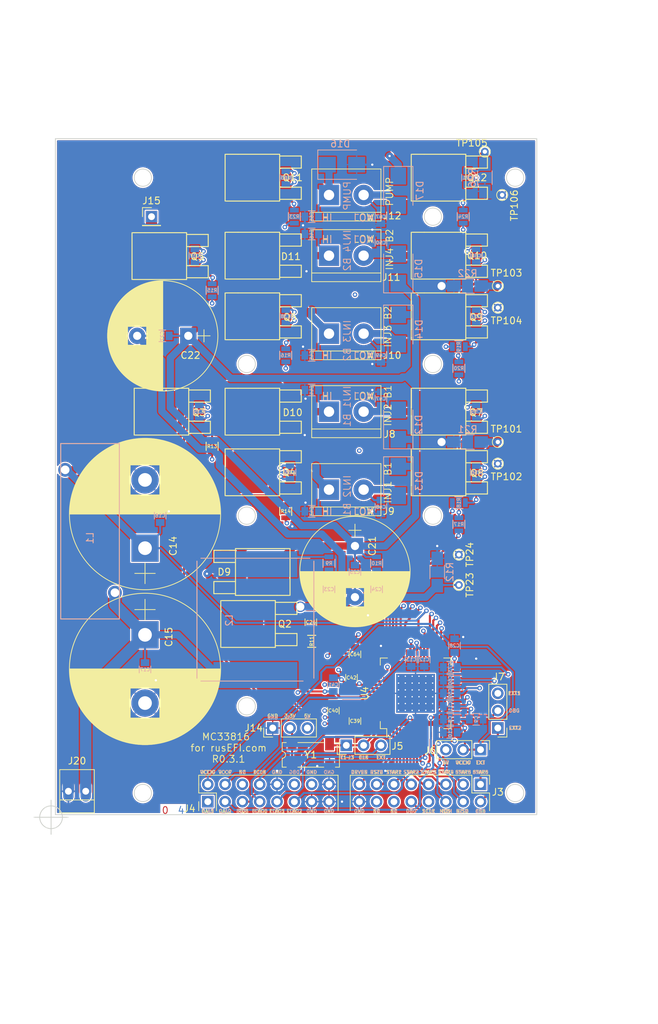
<source format=kicad_pcb>
(kicad_pcb (version 20171130) (host pcbnew "(5.1.5)-3")
  (title_block (title "Common Rail MC33816 board") (date 2020-05-15) (rev R0.3.1) (company http://rusefi.com/))
  (layers (0 F.Cu signal) (1 PWR_AN power) (2 GND power) (31 B.Cu signal) (34 B.Paste user) (35 F.Paste user) (36 B.SilkS user) (37 F.SilkS user) (38 B.Mask user) (39 F.Mask user) (44 Edge.Cuts user))
  (net 0 "")
  (net 1 GND)
  (net 2 /5V)
  (net 3 /3.3V)
  (net 4 /VCCIO)
  (net 5 /VCCP)
  (net 6 /Vbat)
  (net 7 /Vpwr)
  (net 8 /Vboost)
  (net 9 "Net-(C23-Pad1)")
  (net 10 "Net-(C24-Pad1)")
  (net 11 "Net-(C26-Pad2)")
  (net 12 "Net-(C35-Pad1)")
  (net 13 "Net-(C36-Pad1)")
  (net 14 "Net-(C37-Pad1)")
  (net 15 "Net-(C38-Pad1)")
  (net 16 "Net-(C39-Pad1)")
  (net 17 "Net-(C40-Pad1)")
  (net 18 "Net-(C41-Pad1)")
  (net 19 "Net-(C42-Pad1)")
  (net 20 "Net-(C55-Pad2)")
  (net 21 "Net-(C56-Pad2)")
  (net 22 "Net-(C57-Pad2)")
  (net 23 "Net-(C58-Pad2)")
  (net 24 "Net-(C63-Pad1)")
  (net 25 "Net-(C64-Pad2)")
  (net 26 "Net-(C71-Pad2)")
  (net 27 /START6)
  (net 28 /CSB)
  (net 29 /START5)
  (net 30 /MISO)
  (net 31 /START4)
  (net 32 /MOSI)
  (net 33 /START3)
  (net 34 /SCLK)
  (net 35 /START2)
  (net 36 /DBG_EXT2)
  (net 37 /START1)
  (net 38 /RESETB)
  (net 39 /DRVEN)
  (net 40 /OA_1)
  (net 41 /OA_2)
  (net 42 /IRQB)
  (net 43 /FLAG_0)
  (net 44 /EXT_CLK)
  (net 45 /FLAG_1)
  (net 46 /FLAG_2)
  (net 47 /DBG_EXT1)
  (net 48 /VCC2P5)
  (net 49 /BANK1_BAT)
  (net 50 /INJ_B1_HIGH)
  (net 51 /BANK2_BAT)
  (net 52 /INJ_B2_HIGH)
  (net 53 /INJ1_LOW)
  (net 54 /INJ2_LOW)
  (net 55 /INJ3_LOW)
  (net 56 /INJ4_LOW)
  (net 57 /PUMP_HIGH)
  (net 58 /PUMP_LOW)
  (net 59 /CLK)
  (net 60 /DBG)
  (net 61 /G_LS6)
  (net 62 /P_SENSE_BOOST)
  (net 63 /P_B1_SENSE)
  (net 64 /P_B2_SENSE)
  (net 65 /P_SENSE_PUMP)
  (net 66 /G_L_BOOST)
  (net 67 /G_HB1_BAT)
  (net 68 /G_HB1_BST)
  (net 69 /G_HB2_BAT)
  (net 70 /G_HB2_BST)
  (net 71 /G_L_INJ1)
  (net 72 /G_L_INJ2)
  (net 73 /G_L_INJ3)
  (net 74 /G_L_INJ4)
  (net 75 /G_PUMP)
  (net 76 /Vbuck)
  (module Capacitors_ThroughHole:CP_Radial_D16.0mm_P7.50mm (layer F.Cu) (at 117.284 87.566 180)
    (fp_text reference C22 (at -0.3175 -2.8575) (layer F.SilkS))
    (fp_text value 390uF)
    (pad 1 thru_hole rect (at 0 0 180) (size 2.4 2.4) (drill 1.2) (layers *.Cu *.Mask) (net 8 /Vboost))
    (pad 2 thru_hole circle (at 7.5 0 180) (size 2.4 2.4) (drill 1.2) (layers *.Cu *.Mask) (net 62 /P_SENSE_BOOST))
  )
  (module Capacitors_ThroughHole:CP_Radial_D22.0mm_P10.00mm_SnapIn (layer F.Cu) (at 110.934 131.382 270)
    (fp_text reference C15 (at 0.3175 -3.4925 90) (layer F.SilkS))
    (fp_text value 1000uF)
    (pad 1 thru_hole rect (at 0 0 270) (size 4 4) (drill 2) (layers *.Cu *.Mask) (net 7 /Vpwr))
    (pad 2 thru_hole circle (at 10 0 270) (size 4 4) (drill 2) (layers *.Cu *.Mask) (net 1 GND))
  )
  (module rusEFI_LIB:C_0805 (layer B.Cu) (at 155.702 143.764 180)
    (fp_text reference C8 (at 0 0 270) (layer B.SilkS) (effects (font (size 0.508 0.508) (thickness 0.1016)) (justify mirror)))
    (fp_text value 0.1uF hide)
    (pad 1 smd rect (at -1 0 180) (size 1 1.25) (layers B.Cu B.Paste B.Mask) (net 48 /VCC2P5))
    (pad 2 smd rect (at 1 0 180) (size 1 1.25) (layers B.Cu B.Paste B.Mask) (net 1 GND))
  )
  (module rusEFI_LIB:C_0805 (layer B.Cu) (at 155.702 141.859 180)
    (fp_text reference C11 (at 0 0 270) (layer B.SilkS) (effects (font (size 0.508 0.508) (thickness 0.1016)) (justify mirror)))
    (fp_text value 0.1uF hide)
    (pad 1 smd rect (at -1 0 180) (size 1 1.25) (layers B.Cu B.Paste B.Mask) (net 2 /5V))
    (pad 2 smd rect (at 1 0 180) (size 1 1.25) (layers B.Cu B.Paste B.Mask) (net 1 GND))
  )
  (module rusEFI_LIB:C_0805 (layer B.Cu) (at 155.702 138.049 180)
    (fp_text reference C60 (at 0 0 270) (layer B.SilkS) (effects (font (size 0.508 0.508) (thickness 0.1016)) (justify mirror)))
    (fp_text value 330pF hide)
    (pad 1 smd rect (at -1 0 180) (size 1 1.25) (layers B.Cu B.Paste B.Mask) (net 64 /P_B2_SENSE))
    (pad 2 smd rect (at 1 0 180) (size 1 1.25) (layers B.Cu B.Paste B.Mask) (net 1 GND))
  )
  (module rusEFI_LIB:C_0805 (layer B.Cu) (at 155.702 136.144 180)
    (fp_text reference C73 (at 0 0 270) (layer B.SilkS) (effects (font (size 0.508 0.508) (thickness 0.1016)) (justify mirror)))
    (fp_text value 330pF hide)
    (pad 1 smd rect (at -1 0 180) (size 1 1.25) (layers B.Cu B.Paste B.Mask) (net 65 /P_SENSE_PUMP))
    (pad 2 smd rect (at 1 0 180) (size 1 1.25) (layers B.Cu B.Paste B.Mask) (net 1 GND))
  )
  (module Pin_Headers:Pin_Header_Straight_1x03_Pitch2.54mm (layer F.Cu) (at 129.667 145.034 90)
    (fp_text reference J14 (at 0 -2.794) (layer F.SilkS))
    (fp_text value CONN_01X03)
    (pad 1 thru_hole rect (at 0 0 90) (size 1.7 1.7) (drill 1) (layers *.Cu *.Mask) (net 1 GND))
    (pad 2 thru_hole oval (at 0 2.54 90) (size 1.7 1.7) (drill 1) (layers *.Cu *.Mask) (net 3 /3.3V))
    (pad 3 thru_hole oval (at 0 5.08 90) (size 1.7 1.7) (drill 1) (layers *.Cu *.Mask) (net 2 /5V))
  )
  (module Capacitors_ThroughHole:CP_Radial_D16.0mm_P7.50mm (layer F.Cu) (at 141.732 118.364 270)
    (fp_text reference C21 (at 0 -2.54 270) (layer F.SilkS))
    (fp_text value 390uF)
    (pad 1 thru_hole rect (at 0 0 270) (size 2.4 2.4) (drill 1.2) (layers *.Cu *.Mask) (net 8 /Vboost))
    (pad 2 thru_hole circle (at 7.5 0 270) (size 2.4 2.4) (drill 1.2) (layers *.Cu *.Mask) (net 62 /P_SENSE_BOOST))
  )
  (module Capacitors_ThroughHole:CP_Radial_D22.0mm_P10.00mm_SnapIn (layer F.Cu) (at 110.934 118.682 90)
    (fp_text reference C14 (at 0.3175 4.1275 90) (layer F.SilkS))
    (fp_text value 1000uF)
    (pad 1 thru_hole rect (at 0 0 90) (size 4 4) (drill 2) (layers *.Cu *.Mask) (net 6 /Vbat))
    (pad 2 thru_hole circle (at 10 0 90) (size 4 4) (drill 2) (layers *.Cu *.Mask) (net 1 GND))
  )
  (module Pin_Headers:Pin_Header_Straight_2x08_Pitch2.54mm (layer F.Cu) (at 120.142 155.829 90)
    (fp_text reference J4 (at -1.016 -2.667) (layer F.SilkS))
    (fp_text value CONN_02X08)
    (pad 1 thru_hole rect (at 0 0 90) (size 1.7 1.7) (drill 1) (layers *.Cu *.Mask) (net 40 /OA_1))
    (pad 2 thru_hole oval (at 2.54 0 90) (size 1.7 1.7) (drill 1) (layers *.Cu *.Mask) (net 4 /VCCIO))
    (pad 3 thru_hole oval (at 0 2.54 90) (size 1.7 1.7) (drill 1) (layers *.Cu *.Mask) (net 41 /OA_2))
    (pad 4 thru_hole oval (at 2.54 2.54 90) (size 1.7 1.7) (drill 1) (layers *.Cu *.Mask) (net 5 /VCCP))
    (pad 5 thru_hole oval (at 0 5.08 90) (size 1.7 1.7) (drill 1) (layers *.Cu *.Mask) (net 42 /IRQB))
    (pad 6 thru_hole oval (at 2.54 5.08 90) (size 1.7 1.7) (drill 1) (layers *.Cu *.Mask))
    (pad 7 thru_hole oval (at 0 7.62 90) (size 1.7 1.7) (drill 1) (layers *.Cu *.Mask) (net 43 /FLAG_0))
    (pad 8 thru_hole oval (at 2.54 7.62 90) (size 1.7 1.7) (drill 1) (layers *.Cu *.Mask) (net 44 /EXT_CLK))
    (pad 9 thru_hole oval (at 0 10.16 90) (size 1.7 1.7) (drill 1) (layers *.Cu *.Mask) (net 45 /FLAG_1))
    (pad 10 thru_hole oval (at 2.54 10.16 90) (size 1.7 1.7) (drill 1) (layers *.Cu *.Mask) (net 1 GND))
    (pad 11 thru_hole oval (at 0 12.7 90) (size 1.7 1.7) (drill 1) (layers *.Cu *.Mask) (net 46 /FLAG_2))
    (pad 12 thru_hole oval (at 2.54 12.7 90) (size 1.7 1.7) (drill 1) (layers *.Cu *.Mask) (net 47 /DBG_EXT1))
    (pad 13 thru_hole oval (at 0 15.24 90) (size 1.7 1.7) (drill 1) (layers *.Cu *.Mask) (net 1 GND))
    (pad 14 thru_hole oval (at 2.54 15.24 90) (size 1.7 1.7) (drill 1) (layers *.Cu *.Mask))
    (pad 15 thru_hole oval (at 0 17.78 90) (size 1.7 1.7) (drill 1) (layers *.Cu *.Mask) (net 1 GND))
    (pad 16 thru_hole oval (at 2.54 17.78 90) (size 1.7 1.7) (drill 1) (layers *.Cu *.Mask) (net 1 GND))
  )
  (module Terminal_Blocks:TerminalBlock_bornier-2_P5.08mm (layer F.Cu) (at 137.922 110.109)
    (fp_text reference J9 (at 8.763 3.175) (layer F.SilkS))
    (fp_text value INJ_Term)
    (pad 1 thru_hole rect (at 0 0) (size 3 3) (drill 1.52) (layers *.Cu *.Mask) (net 50 /INJ_B1_HIGH))
    (pad 2 thru_hole circle (at 5.08 0) (size 3 3) (drill 1.52) (layers *.Cu *.Mask) (net 53 /INJ1_LOW))
  )
  (module rusEFI_LIB:C_0805 (layer F.Cu) (at 141.224 137.668 270)
    (fp_text reference C42 (at 0 0) (layer F.SilkS) (effects (font (size 0.508 0.508) (thickness 0.1016))))
    (fp_text value 0.33uF hide)
    (pad 1 smd rect (at -1 0 270) (size 1 1.25) (layers F.Cu F.Paste F.Mask) (net 19 "Net-(C42-Pad1)"))
    (pad 2 smd rect (at 1 0 270) (size 1 1.25) (layers F.Cu F.Paste F.Mask) (net 52 /INJ_B2_HIGH))
  )
  (module rusEFI_LIB:C_0805 (layer F.Cu) (at 135.255 129.54 270)
    (fp_text reference C26 (at 0 0) (layer F.SilkS) (effects (font (size 0.508 0.508) (thickness 0.1016))))
    (fp_text value 470pF hide)
    (pad 1 smd rect (at -1 0 270) (size 1 1.25) (layers F.Cu F.Paste F.Mask) (net 62 /P_SENSE_BOOST))
    (pad 2 smd rect (at 1 0 270) (size 1 1.25) (layers F.Cu F.Paste F.Mask) (net 11 "Net-(C26-Pad2)"))
  )
  (module rusEFI_LIB:C_0805 (layer F.Cu) (at 141.732 134.239 90)
    (fp_text reference C64 (at 0 0) (layer F.SilkS) (effects (font (size 0.508 0.508) (thickness 0.1016))))
    (fp_text value 0.33uF hide)
    (pad 1 smd rect (at -1 0 90) (size 1 1.25) (layers F.Cu F.Paste F.Mask) (net 57 /PUMP_HIGH))
    (pad 2 smd rect (at 1 0 90) (size 1 1.25) (layers F.Cu F.Paste F.Mask) (net 25 "Net-(C64-Pad2)"))
  )
  (module Pin_Headers:Pin_Header_Straight_1x03_Pitch2.54mm (layer F.Cu) (at 160.147 148.209 270)
    (fp_text reference J6 (at 0.127 7.366) (layer F.SilkS))
    (fp_text value CONN_01X03)
    (pad 1 thru_hole rect (at 0 0 270) (size 1.7 1.7) (drill 1) (layers *.Cu *.Mask) (net 4 /VCCIO))
    (pad 2 thru_hole oval (at 0 2.54 270) (size 1.7 1.7) (drill 1) (layers *.Cu *.Mask) (net 4 /VCCIO))
    (pad 3 thru_hole oval (at 0 5.08 270) (size 1.7 1.7) (drill 1) (layers *.Cu *.Mask) (net 2 /5V))
  )
  (module Pin_Headers:Pin_Header_Straight_1x03_Pitch2.54mm (layer F.Cu) (at 140.462 147.574 90)
    (fp_text reference J5 (at -0.127 7.493) (layer F.SilkS))
    (fp_text value CONN_01X03)
    (pad 1 thru_hole rect (at 0 0 90) (size 1.7 1.7) (drill 1) (layers *.Cu *.Mask) (net 59 /CLK))
    (pad 2 thru_hole oval (at 0 2.54 90) (size 1.7 1.7) (drill 1) (layers *.Cu *.Mask) (net 59 /CLK))
    (pad 3 thru_hole oval (at 0 5.08 90) (size 1.7 1.7) (drill 1) (layers *.Cu *.Mask) (net 44 /EXT_CLK))
  )
  (module rusefi_lib:HTQFP-64-1EP_10x10mm_Pitch0.5mm_ThermalPad_for_MC33816 (layer F.Cu) (at 150.622 139.954 90)
    (fp_text reference U4 (at 0 -7.45 90) (layer F.SilkS))
    (fp_text value MC33816)
    (pad 65 smd rect (at 0 0 270) (size 5.7 5.7) (layers B.Cu) (net 1 GND))
    (pad 65 thru_hole circle (at 2.5 0.5 180) (size 0.3 0.3) (drill 0.2) (layers *.Cu F.Adhes) (net 1 GND))
    (pad 65 thru_hole circle (at 2.5 1.5 180) (size 0.3 0.3) (drill 0.2) (layers *.Cu F.Adhes) (net 1 GND))
    (pad 65 thru_hole circle (at 2.5 2.5 180) (size 0.3 0.3) (drill 0.2) (layers *.Cu F.Adhes) (net 1 GND))
    (pad 65 thru_hole circle (at 1.5 2.5 180) (size 0.3 0.3) (drill 0.2) (layers *.Cu F.Adhes) (net 1 GND))
    (pad 65 thru_hole circle (at 1.5 1.5 180) (size 0.3 0.3) (drill 0.2) (layers *.Cu F.Adhes) (net 1 GND))
    (pad 65 thru_hole circle (at 1.5 0.5 180) (size 0.3 0.3) (drill 0.2) (layers *.Cu F.Adhes) (net 1 GND))
    (pad 65 thru_hole circle (at 0.5 0.5 180) (size 0.3 0.3) (drill 0.2) (layers *.Cu F.Adhes) (net 1 GND))
    (pad 65 thru_hole circle (at 0.5 1.5 180) (size 0.3 0.3) (drill 0.2) (layers *.Cu F.Adhes) (net 1 GND))
    (pad 65 thru_hole circle (at 0.5 2.5 180) (size 0.3 0.3) (drill 0.2) (layers *.Cu F.Adhes) (net 1 GND))
    (pad 65 thru_hole circle (at -0.5 2.5 180) (size 0.3 0.3) (drill 0.2) (layers *.Cu F.Adhes) (net 1 GND))
    (pad 65 thru_hole circle (at -0.5 1.5 180) (size 0.3 0.3) (drill 0.2) (layers *.Cu F.Adhes) (net 1 GND))
    (pad 65 thru_hole circle (at -0.5 0.5 180) (size 0.3 0.3) (drill 0.2) (layers *.Cu F.Adhes) (net 1 GND))
    (pad 65 thru_hole circle (at -1.5 0.5 180) (size 0.3 0.3) (drill 0.2) (layers *.Cu F.Adhes) (net 1 GND))
    (pad 65 thru_hole circle (at -1.5 1.5 180) (size 0.3 0.3) (drill 0.2) (layers *.Cu F.Adhes) (net 1 GND))
    (pad 65 thru_hole circle (at -1.5 2.5 180) (size 0.3 0.3) (drill 0.2) (layers *.Cu F.Adhes) (net 1 GND))
    (pad 65 thru_hole circle (at -2.5 2.5 180) (size 0.3 0.3) (drill 0.2) (layers *.Cu F.Adhes) (net 1 GND))
    (pad 65 thru_hole circle (at -2.5 1.5 180) (size 0.3 0.3) (drill 0.2) (layers *.Cu F.Adhes) (net 1 GND))
    (pad 65 thru_hole circle (at -2.5 0.5 180) (size 0.3 0.3) (drill 0.2) (layers *.Cu F.Adhes) (net 1 GND))
    (pad 65 thru_hole circle (at 2.5 -0.5 180) (size 0.3 0.3) (drill 0.2) (layers *.Cu F.Adhes) (net 1 GND))
    (pad 65 thru_hole circle (at 2.5 -1.5 180) (size 0.3 0.3) (drill 0.2) (layers *.Cu F.Adhes) (net 1 GND))
    (pad 65 thru_hole circle (at 1.5 -0.5 180) (size 0.3 0.3) (drill 0.2) (layers *.Cu F.Adhes) (net 1 GND))
    (pad 65 thru_hole circle (at 1.5 -1.5 180) (size 0.3 0.3) (drill 0.2) (layers *.Cu F.Adhes) (net 1 GND))
    (pad 65 thru_hole circle (at 0.5 -1.5 180) (size 0.3 0.3) (drill 0.2) (layers *.Cu F.Adhes) (net 1 GND))
    (pad 65 thru_hole circle (at 0.5 -0.5 180) (size 0.3 0.3) (drill 0.2) (layers *.Cu F.Adhes) (net 1 GND))
    (pad 65 thru_hole circle (at -0.5 -0.5 180) (size 0.3 0.3) (drill 0.2) (layers *.Cu F.Adhes) (net 1 GND))
    (pad 65 thru_hole circle (at -0.5 -1.5 180) (size 0.3 0.3) (drill 0.2) (layers *.Cu F.Adhes) (net 1 GND))
    (pad 65 thru_hole circle (at -1.5 -1.5 180) (size 0.3 0.3) (drill 0.2) (layers *.Cu F.Adhes) (net 1 GND))
    (pad 65 thru_hole circle (at -1.5 -0.5 180) (size 0.3 0.3) (drill 0.2) (layers *.Cu F.Adhes) (net 1 GND))
    (pad 65 thru_hole circle (at -2.5 -0.5 180) (size 0.3 0.3) (drill 0.2) (layers *.Cu F.Adhes) (net 1 GND))
    (pad 65 thru_hole circle (at -2.5 -1.5 180) (size 0.3 0.3) (drill 0.2) (layers *.Cu F.Adhes) (net 1 GND))
    (pad 65 thru_hole circle (at -2.5 -2.5 180) (size 0.3 0.3) (drill 0.2) (layers *.Cu F.Adhes) (net 1 GND))
    (pad 65 thru_hole circle (at -1.5 -2.5 180) (size 0.3 0.3) (drill 0.2) (layers *.Cu F.Adhes) (net 1 GND))
    (pad 65 thru_hole circle (at -0.5 -2.5 180) (size 0.3 0.3) (drill 0.2) (layers *.Cu F.Adhes) (net 1 GND))
    (pad 65 thru_hole circle (at 0.5 -2.5 180) (size 0.3 0.3) (drill 0.2) (layers *.Cu F.Adhes) (net 1 GND))
    (pad 65 thru_hole circle (at 1.5 -2.5 180) (size 0.3 0.3) (drill 0.2) (layers *.Cu F.Adhes) (net 1 GND))
    (pad 65 thru_hole circle (at 2.5 -2.5 180) (size 0.3 0.3) (drill 0.2) (layers *.Cu F.Adhes) (net 1 GND))
    (pad 65 smd rect (at 0 0 270) (size 5.7 5.7) (layers F.Cu F.Paste F.Mask) (net 1 GND))
    (pad 64 smd rect (at -3.75 -5.7 180) (size 1.5 0.3) (layers F.Cu F.Paste F.Mask) (net 42 /IRQB))
    (pad 63 smd rect (at -3.25 -5.7 180) (size 1.5 0.3) (layers F.Cu F.Paste F.Mask) (net 49 /BANK1_BAT))
    (pad 62 smd rect (at -2.75 -5.7 180) (size 1.5 0.3) (layers F.Cu F.Paste F.Mask) (net 67 /G_HB1_BAT))
    (pad 61 smd rect (at -2.25 -5.7 180) (size 1.5 0.3) (layers F.Cu F.Paste F.Mask) (net 16 "Net-(C39-Pad1)"))
    (pad 60 smd rect (at -1.75 -5.7 180) (size 1.5 0.3) (layers F.Cu F.Paste F.Mask) (net 50 /INJ_B1_HIGH))
    (pad 59 smd rect (at -1.25 -5.7 180) (size 1.5 0.3) (layers F.Cu F.Paste F.Mask) (net 68 /G_HB1_BST))
    (pad 58 smd rect (at -0.75 -5.7 180) (size 1.5 0.3) (layers F.Cu F.Paste F.Mask) (net 17 "Net-(C40-Pad1)"))
    (pad 57 smd rect (at -0.25 -5.7 180) (size 1.5 0.3) (layers F.Cu F.Paste F.Mask) (net 51 /BANK2_BAT))
    (pad 56 smd rect (at 0.25 -5.7 180) (size 1.5 0.3) (layers F.Cu F.Paste F.Mask) (net 69 /G_HB2_BAT))
    (pad 55 smd rect (at 0.75 -5.7 180) (size 1.5 0.3) (layers F.Cu F.Paste F.Mask) (net 18 "Net-(C41-Pad1)"))
    (pad 54 smd rect (at 1.25 -5.7 180) (size 1.5 0.3) (layers F.Cu F.Paste F.Mask) (net 52 /INJ_B2_HIGH))
    (pad 53 smd rect (at 1.75 -5.7 180) (size 1.5 0.3) (layers F.Cu F.Paste F.Mask) (net 70 /G_HB2_BST))
    (pad 52 smd rect (at 2.25 -5.7 180) (size 1.5 0.3) (layers F.Cu F.Paste F.Mask) (net 19 "Net-(C42-Pad1)"))
    (pad 51 smd rect (at 2.75 -5.7 180) (size 1.5 0.3) (layers F.Cu F.Paste F.Mask) (net 57 /PUMP_HIGH))
    (pad 50 smd rect (at 3.25 -5.7 180) (size 1.5 0.3) (layers F.Cu F.Paste F.Mask) (net 61 /G_LS6))
    (pad 49 smd rect (at 3.75 -5.7 180) (size 1.5 0.3) (layers F.Cu F.Paste F.Mask) (net 25 "Net-(C64-Pad2)"))
    (pad 48 smd rect (at 5.7 -3.75 90) (size 1.5 0.3) (layers F.Cu F.Paste F.Mask) (net 8 /Vboost))
    (pad 47 smd rect (at 5.7 -3.25 90) (size 1.5 0.3) (layers F.Cu F.Paste F.Mask) (net 71 /G_L_INJ1))
    (pad 46 smd rect (at 5.7 -2.75 90) (size 1.5 0.3) (layers F.Cu F.Paste F.Mask) (net 72 /G_L_INJ2))
    (pad 45 smd rect (at 5.7 -2.25 90) (size 1.5 0.3) (layers F.Cu F.Paste F.Mask) (net 73 /G_L_INJ3))
    (pad 44 smd rect (at 5.7 -1.75 90) (size 1.5 0.3) (layers F.Cu F.Paste F.Mask) (net 74 /G_L_INJ4))
    (pad 43 smd rect (at 5.7 -1.25 90) (size 1.5 0.3) (layers F.Cu F.Paste F.Mask))
    (pad 42 smd rect (at 5.7 -0.75 90) (size 1.5 0.3) (layers F.Cu F.Paste F.Mask) (net 75 /G_PUMP))
    (pad 41 smd rect (at 5.7 -0.25 90) (size 1.5 0.3) (layers F.Cu F.Paste F.Mask) (net 66 /G_L_BOOST))
    (pad 40 smd rect (at 5.7 0.25 90) (size 1.5 0.3) (layers F.Cu F.Paste F.Mask) (net 5 /VCCP))
    (pad 39 smd rect (at 5.7 0.75 90) (size 1.5 0.3) (layers F.Cu F.Paste F.Mask) (net 6 /Vbat))
    (pad 38 smd rect (at 5.7 1.25 90) (size 1.5 0.3) (layers F.Cu F.Paste F.Mask) (net 53 /INJ1_LOW))
    (pad 37 smd rect (at 5.7 1.75 90) (size 1.5 0.3) (layers F.Cu F.Paste F.Mask) (net 54 /INJ2_LOW))
    (pad 36 smd rect (at 5.7 2.25 90) (size 1.5 0.3) (layers F.Cu F.Paste F.Mask) (net 55 /INJ3_LOW))
    (pad 35 smd rect (at 5.7 2.75 90) (size 1.5 0.3) (layers F.Cu F.Paste F.Mask) (net 56 /INJ4_LOW))
    (pad 34 smd rect (at 5.7 3.25 90) (size 1.5 0.3) (layers F.Cu F.Paste F.Mask))
    (pad 33 smd rect (at 5.7 3.75 90) (size 1.5 0.3) (layers F.Cu F.Paste F.Mask) (net 58 /PUMP_LOW))
    (pad 32 smd rect (at 3.75 5.7 180) (size 1.5 0.3) (layers F.Cu F.Paste F.Mask) (net 62 /P_SENSE_BOOST))
    (pad 31 smd rect (at 3.25 5.7 180) (size 1.5 0.3) (layers F.Cu F.Paste F.Mask) (net 1 GND))
    (pad 30 smd rect (at 2.75 5.7 180) (size 1.5 0.3) (layers F.Cu F.Paste F.Mask) (net 65 /P_SENSE_PUMP))
    (pad 29 smd rect (at 2.25 5.7 180) (size 1.5 0.3) (layers F.Cu F.Paste F.Mask) (net 1 GND))
    (pad 28 smd rect (at 1.75 5.7 180) (size 1.5 0.3) (layers F.Cu F.Paste F.Mask) (net 64 /P_B2_SENSE))
    (pad 27 smd rect (at 1.25 5.7 180) (size 1.5 0.3) (layers F.Cu F.Paste F.Mask) (net 1 GND))
    (pad 26 smd rect (at 0.75 5.7 180) (size 1.5 0.3) (layers F.Cu F.Paste F.Mask) (net 63 /P_B1_SENSE))
    (pad 25 smd rect (at 0.25 5.7 180) (size 1.5 0.3) (layers F.Cu F.Paste F.Mask) (net 1 GND))
    (pad 24 smd rect (at -0.25 5.7 180) (size 1.5 0.3) (layers F.Cu F.Paste F.Mask) (net 1 GND))
    (pad 23 smd rect (at -0.75 5.7 180) (size 1.5 0.3) (layers F.Cu F.Paste F.Mask) (net 41 /OA_2))
    (pad 22 smd rect (at -1.25 5.7 180) (size 1.5 0.3) (layers F.Cu F.Paste F.Mask) (net 40 /OA_1))
    (pad 21 smd rect (at -1.75 5.7 180) (size 1.5 0.3) (layers F.Cu F.Paste F.Mask) (net 2 /5V))
    (pad 20 smd rect (at -2.25 5.7 180) (size 1.5 0.3) (layers F.Cu F.Paste F.Mask) (net 48 /VCC2P5))
    (pad 19 smd rect (at -2.75 5.7 180) (size 1.5 0.3) (layers F.Cu F.Paste F.Mask) (net 1 GND))
    (pad 18 smd rect (at -3.25 5.7 180) (size 1.5 0.3) (layers F.Cu F.Paste F.Mask) (net 60 /DBG))
    (pad 17 smd rect (at -3.75 5.7 180) (size 1.5 0.3) (layers F.Cu F.Paste F.Mask) (net 4 /VCCIO))
    (pad 16 smd rect (at -5.7 3.75 90) (size 1.5 0.3) (layers F.Cu F.Paste F.Mask) (net 34 /SCLK))
    (pad 15 smd rect (at -5.7 3.25 90) (size 1.5 0.3) (layers F.Cu F.Paste F.Mask) (net 30 /MISO))
    (pad 14 smd rect (at -5.7 2.75 90) (size 1.5 0.3) (layers F.Cu F.Paste F.Mask) (net 32 /MOSI))
    (pad 13 smd rect (at -5.7 2.25 90) (size 1.5 0.3) (layers F.Cu F.Paste F.Mask) (net 28 /CSB))
    (pad 12 smd rect (at -5.7 1.75 90) (size 1.5 0.3) (layers F.Cu F.Paste F.Mask) (net 46 /FLAG_2))
    (pad 11 smd rect (at -5.7 1.25 90) (size 1.5 0.3) (layers F.Cu F.Paste F.Mask) (net 45 /FLAG_1))
    (pad 10 smd rect (at -5.7 0.75 90) (size 1.5 0.3) (layers F.Cu F.Paste F.Mask) (net 43 /FLAG_0))
    (pad 9 smd rect (at -5.7 0.25 90) (size 1.5 0.3) (layers F.Cu F.Paste F.Mask) (net 27 /START6))
    (pad 8 smd rect (at -5.7 -0.25 90) (size 1.5 0.3) (layers F.Cu F.Paste F.Mask) (net 29 /START5))
    (pad 7 smd rect (at -5.7 -0.75 90) (size 1.5 0.3) (layers F.Cu F.Paste F.Mask) (net 31 /START4))
    (pad 6 smd rect (at -5.7 -1.25 90) (size 1.5 0.3) (layers F.Cu F.Paste F.Mask) (net 33 /START3))
    (pad 5 smd rect (at -5.7 -1.75 90) (size 1.5 0.3) (layers F.Cu F.Paste F.Mask) (net 35 /START2))
    (pad 4 smd rect (at -5.7 -2.25 90) (size 1.5 0.3) (layers F.Cu F.Paste F.Mask) (net 37 /START1))
    (pad 3 smd rect (at -5.7 -2.75 90) (size 1.5 0.3) (layers F.Cu F.Paste F.Mask) (net 38 /RESETB))
    (pad 2 smd rect (at -5.7 -3.25 90) (size 1.5 0.3) (layers F.Cu F.Paste F.Mask) (net 39 /DRVEN))
    (pad 1 smd rect (at -5.7 -3.75 90) (size 1.5 0.3) (layers F.Cu F.Paste F.Mask) (net 59 /CLK))
  )
  (module Pin_Headers:Pin_Header_Straight_2x08_Pitch2.54mm (layer F.Cu) (at 160.147 153.289 270)
    (fp_text reference J3 (at 1.143 -2.54) (layer F.SilkS))
    (fp_text value CONN_02X08)
    (pad 1 thru_hole rect (at 0 0 270) (size 1.7 1.7) (drill 1) (layers *.Cu *.Mask) (net 27 /START6))
    (pad 2 thru_hole oval (at 2.54 0 270) (size 1.7 1.7) (drill 1) (layers *.Cu *.Mask) (net 28 /CSB))
    (pad 3 thru_hole oval (at 0 2.54 270) (size 1.7 1.7) (drill 1) (layers *.Cu *.Mask) (net 29 /START5))
    (pad 4 thru_hole oval (at 2.54 2.54 270) (size 1.7 1.7) (drill 1) (layers *.Cu *.Mask) (net 30 /MISO))
    (pad 5 thru_hole oval (at 0 5.08 270) (size 1.7 1.7) (drill 1) (layers *.Cu *.Mask) (net 31 /START4))
    (pad 6 thru_hole oval (at 2.54 5.08 270) (size 1.7 1.7) (drill 1) (layers *.Cu *.Mask) (net 32 /MOSI))
    (pad 7 thru_hole oval (at 0 7.62 270) (size 1.7 1.7) (drill 1) (layers *.Cu *.Mask) (net 33 /START3))
    (pad 8 thru_hole oval (at 2.54 7.62 270) (size 1.7 1.7) (drill 1) (layers *.Cu *.Mask) (net 34 /SCLK))
    (pad 9 thru_hole oval (at 0 10.16 270) (size 1.7 1.7) (drill 1) (layers *.Cu *.Mask) (net 35 /START2))
    (pad 10 thru_hole oval (at 2.54 10.16 270) (size 1.7 1.7) (drill 1) (layers *.Cu *.Mask) (net 36 /DBG_EXT2))
    (pad 11 thru_hole oval (at 0 12.7 270) (size 1.7 1.7) (drill 1) (layers *.Cu *.Mask) (net 37 /START1))
    (pad 12 thru_hole oval (at 2.54 12.7 270) (size 1.7 1.7) (drill 1) (layers *.Cu *.Mask))
    (pad 13 thru_hole oval (at 0 15.24 270) (size 1.7 1.7) (drill 1) (layers *.Cu *.Mask) (net 38 /RESETB))
    (pad 14 thru_hole oval (at 2.54 15.24 270) (size 1.7 1.7) (drill 1) (layers *.Cu *.Mask))
    (pad 15 thru_hole oval (at 0 17.78 270) (size 1.7 1.7) (drill 1) (layers *.Cu *.Mask) (net 39 /DRVEN))
    (pad 16 thru_hole oval (at 2.54 17.78 270) (size 1.7 1.7) (drill 1) (layers *.Cu *.Mask) (net 1 GND))
  )
  (module rusEFI_LIB:IHLP6767GZER100M01 (layer B.Cu) (at 127.127 129.159 270)
    (fp_text reference L2 (at 0.09906 3.85064 270) (layer B.SilkS) (effects (justify mirror)))
    (fp_text value 10uH hide)
    (pad 2 smd rect (at 8.1225 0 270) (size 3.825 12.32) (layers B.Cu B.Paste B.Mask) (net 7 /Vpwr))
    (pad 1 smd rect (at -8.1225 0 270) (size 3.825 12.32) (layers B.Cu B.Paste B.Mask) (net 76 /Vbuck))
  )
  (module TO_SOT_Packages_SMD:TO-252-2Lead (layer F.Cu) (at 122.682 122.174 270)
    (fp_text reference D9 (at 0 0.127) (layer F.SilkS))
    (fp_text value FFD10UP20S)
    (pad 1 smd rect (at -2.286 0 270) (size 1.651 3.048) (layers F.Cu F.Paste F.Mask) (net 8 /Vboost))
    (pad 2 smd rect (at 0 -6.35 270) (size 6.096 6.096) (layers F.Cu F.Paste F.Mask) (net 8 /Vboost))
    (pad 3 smd rect (at 2.286 0 270) (size 1.651 3.048) (layers F.Cu F.Paste F.Mask) (net 76 /Vbuck))
  )
  (module TO_SOT_Packages_SMD:TO-252-2Lead (layer F.Cu) (at 132.207 98.679 90)
    (fp_text reference D10 (at -0.127 0.381 180) (layer F.SilkS))
    (fp_text value SBR10200CTL)
    (pad 1 smd rect (at -2.286 0 90) (size 1.651 3.048) (layers F.Cu F.Paste F.Mask) (net 1 GND))
    (pad 2 smd rect (at 0 -6.35 90) (size 6.096 6.096) (layers F.Cu F.Paste F.Mask) (net 50 /INJ_B1_HIGH))
    (pad 3 smd rect (at 2.286 0 90) (size 1.651 3.048) (layers F.Cu F.Paste F.Mask) (net 49 /BANK1_BAT))
  )
  (module TO_SOT_Packages_SMD:TO-252-2Lead (layer F.Cu) (at 132.207 75.819 90)
    (fp_text reference D11 (at -0.127 0.127 180) (layer F.SilkS))
    (fp_text value SBR10200CTL)
    (pad 1 smd rect (at -2.286 0 90) (size 1.651 3.048) (layers F.Cu F.Paste F.Mask) (net 1 GND))
    (pad 2 smd rect (at 0 -6.35 90) (size 6.096 6.096) (layers F.Cu F.Paste F.Mask) (net 52 /INJ_B2_HIGH))
    (pad 3 smd rect (at 2.286 0 90) (size 1.651 3.048) (layers F.Cu F.Paste F.Mask) (net 51 /BANK2_BAT))
  )
  (module Diodes_SMD:D_SMB (layer B.Cu) (at 148.082 100.584 90)
    (fp_text reference D12 (at 0 3 90) (layer B.SilkS) (effects (justify mirror)))
    (fp_text value STPS2H100UY)
    (pad 1 smd rect (at -2.15 0 90) (size 2.5 2.3) (layers B.Cu B.Paste B.Mask) (net 8 /Vboost))
    (pad 2 smd rect (at 2.15 0 90) (size 2.5 2.3) (layers B.Cu B.Paste B.Mask) (net 54 /INJ2_LOW))
  )
  (module Diodes_SMD:D_SMB (layer B.Cu) (at 148.082 108.839 270)
    (fp_text reference D13 (at 0 -3.048 270) (layer B.SilkS) (effects (justify mirror)))
    (fp_text value STPS2H100UY)
    (pad 1 smd rect (at -2.15 0 270) (size 2.5 2.3) (layers B.Cu B.Paste B.Mask) (net 8 /Vboost))
    (pad 2 smd rect (at 2.15 0 270) (size 2.5 2.3) (layers B.Cu B.Paste B.Mask) (net 53 /INJ1_LOW))
  )
  (module Diodes_SMD:D_SMB (layer B.Cu) (at 148.082 86.614 270)
    (fp_text reference D14 (at 0 -3.048 270) (layer B.SilkS) (effects (justify mirror)))
    (fp_text value STPS2H100UY)
    (pad 1 smd rect (at -2.15 0 270) (size 2.5 2.3) (layers B.Cu B.Paste B.Mask) (net 8 /Vboost))
    (pad 2 smd rect (at 2.15 0 270) (size 2.5 2.3) (layers B.Cu B.Paste B.Mask) (net 55 /INJ3_LOW))
  )
  (module Diodes_SMD:D_SMB (layer B.Cu) (at 148.082 77.724 90)
    (fp_text reference D15 (at 0 3 90) (layer B.SilkS) (effects (justify mirror)))
    (fp_text value STPS2H100UY)
    (pad 1 smd rect (at -2.15 0 90) (size 2.5 2.3) (layers B.Cu B.Paste B.Mask) (net 8 /Vboost))
    (pad 2 smd rect (at 2.15 0 90) (size 2.5 2.3) (layers B.Cu B.Paste B.Mask) (net 56 /INJ4_LOW))
  )
  (module Diodes_SMD:D_SMB (layer B.Cu) (at 139.827 62.484)
    (fp_text reference D16 (at -0.254 -3.048) (layer B.SilkS) (effects (justify mirror)))
    (fp_text value STPS2H100UY)
    (pad 1 smd rect (at -2.15 0) (size 2.5 2.3) (layers B.Cu B.Paste B.Mask) (net 57 /PUMP_HIGH))
    (pad 2 smd rect (at 2.15 0) (size 2.5 2.3) (layers B.Cu B.Paste B.Mask) (net 1 GND))
  )
  (module Diodes_SMD:D_SMB (layer B.Cu) (at 148.082 66.294 270)
    (fp_text reference D17 (at 0 -3.175 270) (layer B.SilkS) (effects (justify mirror)))
    (fp_text value STPS2H100UY)
    (pad 1 smd rect (at -2.15 0 270) (size 2.5 2.3) (layers B.Cu B.Paste B.Mask) (net 6 /Vbat))
    (pad 2 smd rect (at 2.15 0 270) (size 2.5 2.3) (layers B.Cu B.Paste B.Mask) (net 58 /PUMP_LOW))
  )
  (module Pin_Headers:Pin_Header_Straight_1x03_Pitch2.54mm (layer F.Cu) (at 162.687 145.034 180)
    (fp_text reference J7 (at -0.127 7.493 180) (layer F.SilkS))
    (fp_text value CONN_01X03)
    (pad 1 thru_hole rect (at 0 0 180) (size 1.7 1.7) (drill 1) (layers *.Cu *.Mask) (net 36 /DBG_EXT2))
    (pad 2 thru_hole oval (at 0 2.54 180) (size 1.7 1.7) (drill 1) (layers *.Cu *.Mask) (net 60 /DBG))
    (pad 3 thru_hole oval (at 0 5.08 180) (size 1.7 1.7) (drill 1) (layers *.Cu *.Mask) (net 47 /DBG_EXT1))
  )
  (module Terminal_Blocks:TerminalBlock_bornier-2_P5.08mm (layer F.Cu) (at 137.922 98.679)
    (fp_text reference J8 (at 8.89 3.302) (layer F.SilkS))
    (fp_text value INJ_Term)
    (pad 1 thru_hole rect (at 0 0) (size 3 3) (drill 1.52) (layers *.Cu *.Mask) (net 50 /INJ_B1_HIGH))
    (pad 2 thru_hole circle (at 5.08 0) (size 3 3) (drill 1.52) (layers *.Cu *.Mask) (net 54 /INJ2_LOW))
  )
  (module Terminal_Blocks:TerminalBlock_bornier-2_P5.08mm (layer F.Cu) (at 137.922 87.249)
    (fp_text reference J10 (at 9.271 3.175) (layer F.SilkS))
    (fp_text value INJ_Term)
    (pad 1 thru_hole rect (at 0 0) (size 3 3) (drill 1.52) (layers *.Cu *.Mask) (net 52 /INJ_B2_HIGH))
    (pad 2 thru_hole circle (at 5.08 0) (size 3 3) (drill 1.52) (layers *.Cu *.Mask) (net 55 /INJ3_LOW))
  )
  (module Terminal_Blocks:TerminalBlock_bornier-2_P5.08mm (layer F.Cu) (at 137.922 75.819)
    (fp_text reference J11 (at 9.144 3.175) (layer F.SilkS))
    (fp_text value INJ_Term)
    (pad 1 thru_hole rect (at 0 0) (size 3 3) (drill 1.52) (layers *.Cu *.Mask) (net 52 /INJ_B2_HIGH))
    (pad 2 thru_hole circle (at 5.08 0) (size 3 3) (drill 1.52) (layers *.Cu *.Mask) (net 56 /INJ4_LOW))
  )
  (module Terminal_Blocks:TerminalBlock_bornier-2_P5.08mm (layer F.Cu) (at 137.922 66.929)
    (fp_text reference J12 (at 9.271 3.048) (layer F.SilkS))
    (fp_text value INJ_Term)
    (pad 1 thru_hole rect (at 0 0) (size 3 3) (drill 1.52) (layers *.Cu *.Mask) (net 57 /PUMP_HIGH))
    (pad 2 thru_hole circle (at 5.08 0) (size 3 3) (drill 1.52) (layers *.Cu *.Mask) (net 58 /PUMP_LOW))
  )
  (module rusEFI_LIB:744710610-Inductor (layer B.Cu) (at 102.87 116.205 90)
    (fp_text reference L1 (at -1 0 90) (layer B.SilkS) (effects (justify mirror)))
    (fp_text value 6uH hide)
    (pad 1 thru_hole circle (at -9 3.65 90) (size 2.032 2.032) (drill 1.27) (layers *.Cu *.Mask) (net 7 /Vpwr))
    (pad 2 thru_hole circle (at 9 -3.65 90) (size 2.032 2.032) (drill 1.27) (layers *.Cu *.Mask) (net 6 /Vbat))
  )
  (module TO_SOT_Packages_SMD:TO-252-2Lead (layer F.Cu) (at 131.572 129.794 90)
    (fp_text reference Q2 (at 0 -0.127 180) (layer F.SilkS))
    (fp_text value BUK9230-100B)
    (pad 1 smd rect (at -2.286 0 90) (size 1.651 3.048) (layers F.Cu F.Paste F.Mask) (net 11 "Net-(C26-Pad2)"))
    (pad 2 smd rect (at 0 -6.35 90) (size 6.096 6.096) (layers F.Cu F.Paste F.Mask) (net 76 /Vbuck))
    (pad 3 smd rect (at 2.286 0 90) (size 1.651 3.048) (layers F.Cu F.Paste F.Mask) (net 62 /P_SENSE_BOOST))
  )
  (module TO_SOT_Packages_SMD:TO-252-2Lead (layer F.Cu) (at 118.872 98.679 90)
    (fp_text reference Q3 (at -0.127 0 180) (layer F.SilkS))
    (fp_text value BUK9230-100B)
    (pad 1 smd rect (at -2.286 0 90) (size 1.651 3.048) (layers F.Cu F.Paste F.Mask) (net 12 "Net-(C35-Pad1)"))
    (pad 2 smd rect (at 0 -6.35 90) (size 6.096 6.096) (layers F.Cu F.Paste F.Mask) (net 6 /Vbat))
    (pad 3 smd rect (at 2.286 0 90) (size 1.651 3.048) (layers F.Cu F.Paste F.Mask) (net 49 /BANK1_BAT))
  )
  (module TO_SOT_Packages_SMD:TO-252-2Lead (layer F.Cu) (at 132.207 107.569 90)
    (fp_text reference Q4 (at 0 -0.127 180) (layer F.SilkS))
    (fp_text value BUK9230-100B)
    (pad 1 smd rect (at -2.286 0 90) (size 1.651 3.048) (layers F.Cu F.Paste F.Mask) (net 13 "Net-(C36-Pad1)"))
    (pad 2 smd rect (at 0 -6.35 90) (size 6.096 6.096) (layers F.Cu F.Paste F.Mask) (net 8 /Vboost))
    (pad 3 smd rect (at 2.286 0 90) (size 1.651 3.048) (layers F.Cu F.Paste F.Mask) (net 50 /INJ_B1_HIGH))
  )
  (module TO_SOT_Packages_SMD:TO-252-2Lead (layer F.Cu) (at 118.554 75.8825 90)
    (fp_text reference Q5 (at -0.0635 0.064 180) (layer F.SilkS))
    (fp_text value BUK9230-100B)
    (pad 1 smd rect (at -2.286 0 90) (size 1.651 3.048) (layers F.Cu F.Paste F.Mask) (net 14 "Net-(C37-Pad1)"))
    (pad 2 smd rect (at 0 -6.35 90) (size 6.096 6.096) (layers F.Cu F.Paste F.Mask) (net 6 /Vbat))
    (pad 3 smd rect (at 2.286 0 90) (size 1.651 3.048) (layers F.Cu F.Paste F.Mask) (net 51 /BANK2_BAT))
  )
  (module TO_SOT_Packages_SMD:TO-252-2Lead (layer F.Cu) (at 132.207 84.709 90)
    (fp_text reference Q6 (at -0.127 0 180) (layer F.SilkS))
    (fp_text value BUK9230-100B)
    (pad 1 smd rect (at -2.286 0 90) (size 1.651 3.048) (layers F.Cu F.Paste F.Mask) (net 15 "Net-(C38-Pad1)"))
    (pad 2 smd rect (at 0 -6.35 90) (size 6.096 6.096) (layers F.Cu F.Paste F.Mask) (net 8 /Vboost))
    (pad 3 smd rect (at 2.286 0 90) (size 1.651 3.048) (layers F.Cu F.Paste F.Mask) (net 52 /INJ_B2_HIGH))
  )
  (module TO_SOT_Packages_SMD:TO-252-2Lead (layer F.Cu) (at 159.512 98.679 90)
    (fp_text reference Q7 (at -0.127 0 180) (layer F.SilkS))
    (fp_text value BUK9230-100B)
    (pad 1 smd rect (at -2.286 0 90) (size 1.651 3.048) (layers F.Cu F.Paste F.Mask) (net 20 "Net-(C55-Pad2)"))
    (pad 2 smd rect (at 0 -6.35 90) (size 6.096 6.096) (layers F.Cu F.Paste F.Mask) (net 54 /INJ2_LOW))
    (pad 3 smd rect (at 2.286 0 90) (size 1.651 3.048) (layers F.Cu F.Paste F.Mask) (net 63 /P_B1_SENSE))
  )
  (module TO_SOT_Packages_SMD:TO-252-2Lead (layer F.Cu) (at 159.512 107.569 90)
    (fp_text reference Q8 (at -0.127 0.127 180) (layer F.SilkS))
    (fp_text value BUK9230-100B)
    (pad 1 smd rect (at -2.286 0 90) (size 1.651 3.048) (layers F.Cu F.Paste F.Mask) (net 21 "Net-(C56-Pad2)"))
    (pad 2 smd rect (at 0 -6.35 90) (size 6.096 6.096) (layers F.Cu F.Paste F.Mask) (net 53 /INJ1_LOW))
    (pad 3 smd rect (at 2.286 0 90) (size 1.651 3.048) (layers F.Cu F.Paste F.Mask) (net 63 /P_B1_SENSE))
  )
  (module TO_SOT_Packages_SMD:TO-252-2Lead (layer F.Cu) (at 159.512 84.709 90)
    (fp_text reference Q9 (at -0.127 0 180) (layer F.SilkS))
    (fp_text value BUK9230-100B)
    (pad 1 smd rect (at -2.286 0 90) (size 1.651 3.048) (layers F.Cu F.Paste F.Mask) (net 22 "Net-(C57-Pad2)"))
    (pad 2 smd rect (at 0 -6.35 90) (size 6.096 6.096) (layers F.Cu F.Paste F.Mask) (net 55 /INJ3_LOW))
    (pad 3 smd rect (at 2.286 0 90) (size 1.651 3.048) (layers F.Cu F.Paste F.Mask) (net 64 /P_B2_SENSE))
  )
  (module TO_SOT_Packages_SMD:TO-252-2Lead (layer F.Cu) (at 159.512 75.819 90)
    (fp_text reference Q10 (at 0 0.127 180) (layer F.SilkS))
    (fp_text value BUK9230-100B)
    (pad 1 smd rect (at -2.286 0 90) (size 1.651 3.048) (layers F.Cu F.Paste F.Mask) (net 23 "Net-(C58-Pad2)"))
    (pad 2 smd rect (at 0 -6.35 90) (size 6.096 6.096) (layers F.Cu F.Paste F.Mask) (net 56 /INJ4_LOW))
    (pad 3 smd rect (at 2.286 0 90) (size 1.651 3.048) (layers F.Cu F.Paste F.Mask) (net 64 /P_B2_SENSE))
  )
  (module TO_SOT_Packages_SMD:TO-252-2Lead (layer F.Cu) (at 132.207 64.389 90)
    (fp_text reference Q11 (at 0 0.381 180) (layer F.SilkS))
    (fp_text value BUK9230-100B)
    (pad 1 smd rect (at -2.286 0 90) (size 1.651 3.048) (layers F.Cu F.Paste F.Mask) (net 24 "Net-(C63-Pad1)"))
    (pad 2 smd rect (at 0 -6.35 90) (size 6.096 6.096) (layers F.Cu F.Paste F.Mask) (net 6 /Vbat))
    (pad 3 smd rect (at 2.286 0 90) (size 1.651 3.048) (layers F.Cu F.Paste F.Mask) (net 57 /PUMP_HIGH))
  )
  (module TO_SOT_Packages_SMD:TO-252-2Lead (layer F.Cu) (at 159.512 64.389 90)
    (fp_text reference Q12 (at 0 0.127 180) (layer F.SilkS))
    (fp_text value BUK9230-100B)
    (pad 1 smd rect (at -2.286 0 90) (size 1.651 3.048) (layers F.Cu F.Paste F.Mask) (net 26 "Net-(C71-Pad2)"))
    (pad 2 smd rect (at 0 -6.35 90) (size 6.096 6.096) (layers F.Cu F.Paste F.Mask) (net 58 /PUMP_LOW))
    (pad 3 smd rect (at 2.286 0 90) (size 1.651 3.048) (layers F.Cu F.Paste F.Mask) (net 65 /P_SENSE_PUMP))
  )
  (module Resistors_SMD:R_1206_HandSoldering (layer B.Cu) (at 153.797 122.174 90)
    (fp_text reference R12 (at 0 1.85 90) (layer B.SilkS) (effects (justify mirror)))
    (fp_text value 0R010)
    (pad 1 smd rect (at -2 0 90) (size 2 1.7) (layers B.Cu B.Paste B.Mask) (net 62 /P_SENSE_BOOST))
    (pad 2 smd rect (at 2 0 90) (size 2 1.7) (layers B.Cu B.Paste B.Mask) (net 1 GND))
  )
  (module Resistors_SMD:R_1206_HandSoldering (layer B.Cu) (at 158.242 103.124 180)
    (fp_text reference R21 (at 0 1.85 180) (layer B.SilkS) (effects (justify mirror)))
    (fp_text value 0R015)
    (pad 1 smd rect (at -2 0 180) (size 2 1.7) (layers B.Cu B.Paste B.Mask) (net 63 /P_B1_SENSE))
    (pad 2 smd rect (at 2 0 180) (size 2 1.7) (layers B.Cu B.Paste B.Mask) (net 1 GND))
  )
  (module Resistors_SMD:R_1206_HandSoldering (layer B.Cu) (at 158.242 80.264 180)
    (fp_text reference R22 (at 0 1.85 180) (layer B.SilkS) (effects (justify mirror)))
    (fp_text value 0R015)
    (pad 1 smd rect (at -2 0 180) (size 2 1.7) (layers B.Cu B.Paste B.Mask) (net 64 /P_B2_SENSE))
    (pad 2 smd rect (at 2 0 180) (size 2 1.7) (layers B.Cu B.Paste B.Mask) (net 1 GND))
  )
  (module Resistors_SMD:R_1206_HandSoldering (layer B.Cu) (at 160.782 64.389 270)
    (fp_text reference R26 (at 0 1.85 270) (layer B.SilkS) (effects (justify mirror)))
    (fp_text value 0R015)
    (pad 1 smd rect (at -2 0 270) (size 2 1.7) (layers B.Cu B.Paste B.Mask) (net 65 /P_SENSE_PUMP))
    (pad 2 smd rect (at 2 0 270) (size 2 1.7) (layers B.Cu B.Paste B.Mask) (net 1 GND))
  )
  (module Connect:PINTST (layer F.Cu) (at 156.972 124.079 270)
    (fp_text reference TP23 (at 0 -1.6 270) (layer F.SilkS))
    (fp_text value CONN_01X01)
    (pad 1 thru_hole circle (at 0 0 270) (size 1.143 1.143) (drill 0.635) (layers *.Cu *.Mask) (net 62 /P_SENSE_BOOST))
  )
  (module Connect:PINTST (layer F.Cu) (at 156.972 119.634 270)
    (fp_text reference TP24 (at 0 -1.6 270) (layer F.SilkS))
    (fp_text value CONN_01X01)
    (pad 1 thru_hole circle (at 0 0 270) (size 1.143 1.143) (drill 0.635) (layers *.Cu *.Mask) (net 1 GND))
  )
  (module Connect:PINTST (layer F.Cu) (at 162.687 103.124 270)
    (fp_text reference TP101 (at -1.905 -1.27) (layer F.SilkS))
    (fp_text value CONN_01X01)
    (pad 1 thru_hole circle (at 0 0 270) (size 1.143 1.143) (drill 0.635) (layers *.Cu *.Mask) (net 63 /P_B1_SENSE))
  )
  (module Connect:PINTST (layer F.Cu) (at 162.687 106.299 270)
    (fp_text reference TP102 (at 1.905 -1.27) (layer F.SilkS))
    (fp_text value CONN_01X01)
    (pad 1 thru_hole circle (at 0 0 270) (size 1.143 1.143) (drill 0.635) (layers *.Cu *.Mask) (net 1 GND))
  )
  (module Connect:PINTST (layer F.Cu) (at 162.687 80.264 270)
    (fp_text reference TP103 (at -1.905 -1.27) (layer F.SilkS))
    (fp_text value CONN_01X01)
    (pad 1 thru_hole circle (at 0 0 270) (size 1.143 1.143) (drill 0.635) (layers *.Cu *.Mask) (net 64 /P_B2_SENSE))
  )
  (module Connect:PINTST (layer F.Cu) (at 162.687 83.439 270)
    (fp_text reference TP104 (at 1.905 -1.27) (layer F.SilkS))
    (fp_text value CONN_01X01)
    (pad 1 thru_hole circle (at 0 0 270) (size 1.143 1.143) (drill 0.635) (layers *.Cu *.Mask) (net 1 GND))
  )
  (module Connect:PINTST (layer F.Cu) (at 160.782 60.579 270)
    (fp_text reference TP105 (at -1.27 1.905) (layer F.SilkS))
    (fp_text value CONN_01X01)
    (pad 1 thru_hole circle (at 0 0 270) (size 1.143 1.143) (drill 0.635) (layers *.Cu *.Mask) (net 65 /P_SENSE_PUMP))
  )
  (module Connect:PINTST (layer F.Cu) (at 163.322 66.929 270)
    (fp_text reference TP106 (at 1.524 -1.778 270) (layer F.SilkS))
    (fp_text value CONN_01X01)
    (pad 1 thru_hole circle (at 0 0 270) (size 1.143 1.143) (drill 0.635) (layers *.Cu *.Mask) (net 1 GND))
  )
  (module Crystals:Crystal_SMD_SeikoEpson_MC306-4pin_8.0x3.2mm (layer F.Cu) (at 135.255 148.971)
    (fp_text reference Y1 (at 0 0) (layer F.SilkS))
    (fp_text value 1MHz)
    (pad 1 smd rect (at -2.75 1.6) (size 1.3 1.9) (layers F.Cu F.Paste F.Mask) (net 3 /3.3V))
    (pad 2 smd rect (at 2.75 1.6) (size 1.3 1.9) (layers F.Cu F.Paste F.Mask) (net 1 GND))
    (pad 3 smd rect (at 2.75 -1.6) (size 1.3 1.9) (layers F.Cu F.Paste F.Mask) (net 59 /CLK))
    (pad 4 smd rect (at -2.75 -1.6) (size 1.3 1.9) (layers F.Cu F.Paste F.Mask) (net 3 /3.3V))
  )
  (module rusEFI_LIB:C_0805 (layer B.Cu) (at 159.512 143.764)
    (fp_text reference C9 (at 0 0 270) (layer B.SilkS) (effects (font (size 0.508 0.508) (thickness 0.1016)) (justify mirror)))
    (fp_text value 1uF hide)
    (pad 1 smd rect (at -1 0) (size 1 1.25) (layers B.Cu B.Paste B.Mask) (net 48 /VCC2P5))
    (pad 2 smd rect (at 1 0) (size 1 1.25) (layers B.Cu B.Paste B.Mask) (net 1 GND))
  )
  (module rusEFI_LIB:C_0805 (layer B.Cu) (at 155.702 145.669 180)
    (fp_text reference C10 (at 0 0 90) (layer B.SilkS) (effects (font (size 0.508 0.508) (thickness 0.1016)) (justify mirror)))
    (fp_text value 0.1uF hide)
    (pad 1 smd rect (at -1 0 180) (size 1 1.25) (layers B.Cu B.Paste B.Mask) (net 4 /VCCIO))
    (pad 2 smd rect (at 1 0 180) (size 1 1.25) (layers B.Cu B.Paste B.Mask) (net 1 GND))
  )
  (module rusEFI_LIB:C_0805 (layer B.Cu) (at 151.892 135.001 270)
    (fp_text reference C12 (at 0 0 180) (layer B.SilkS) (effects (font (size 0.508 0.508) (thickness 0.1016)) (justify mirror)))
    (fp_text value 4.7uF hide)
    (pad 1 smd rect (at -1 0 270) (size 1 1.25) (layers B.Cu B.Paste B.Mask) (net 5 /VCCP))
    (pad 2 smd rect (at 1 0 270) (size 1 1.25) (layers B.Cu B.Paste B.Mask) (net 1 GND))
  )
  (module rusEFI_LIB:C_0805 (layer B.Cu) (at 149.987 135.001 270)
    (fp_text reference C13 (at 0 0 180) (layer B.SilkS) (effects (font (size 0.508 0.508) (thickness 0.1016)) (justify mirror)))
    (fp_text value 0.1uF hide)
    (pad 1 smd rect (at -1 0 270) (size 1 1.25) (layers B.Cu B.Paste B.Mask) (net 5 /VCCP))
    (pad 2 smd rect (at 1 0 270) (size 1 1.25) (layers B.Cu B.Paste B.Mask) (net 1 GND))
  )
  (module rusEFI_LIB:C_0805 (layer B.Cu) (at 113.157 113.919 90)
    (fp_text reference C16 (at 0 0) (layer B.SilkS) (effects (font (size 0.508 0.508) (thickness 0.1016)) (justify mirror)))
    (fp_text value 0.22uF hide)
    (pad 1 smd rect (at -1 0 90) (size 1 1.25) (layers B.Cu B.Paste B.Mask) (net 6 /Vbat))
    (pad 2 smd rect (at 1 0 90) (size 1 1.25) (layers B.Cu B.Paste B.Mask) (net 1 GND))
  )
  (module rusEFI_LIB:C_0805 (layer B.Cu) (at 110.934 136.462 270)
    (fp_text reference C17 (at 0 0 180) (layer B.SilkS) (effects (font (size 0.508 0.508) (thickness 0.1016)) (justify mirror)))
    (fp_text value 0.22uF hide)
    (pad 1 smd rect (at -1 0 270) (size 1 1.25) (layers B.Cu B.Paste B.Mask) (net 7 /Vpwr))
    (pad 2 smd rect (at 1 0 270) (size 1 1.25) (layers B.Cu B.Paste B.Mask) (net 1 GND))
  )
  (module rusEFI_LIB:C_0805 (layer B.Cu) (at 137.922 124.714 270)
    (fp_text reference C23 (at 0 0 180) (layer B.SilkS) (effects (font (size 0.508 0.508) (thickness 0.1016)) (justify mirror)))
    (fp_text value 330pF hide)
    (pad 1 smd rect (at -1 0 270) (size 1 1.25) (layers B.Cu B.Paste B.Mask) (net 9 "Net-(C23-Pad1)"))
    (pad 2 smd rect (at 1 0 270) (size 1 1.25) (layers B.Cu B.Paste B.Mask) (net 62 /P_SENSE_BOOST))
  )
  (module rusEFI_LIB:C_0805 (layer B.Cu) (at 144.907 124.714 270)
    (fp_text reference C24 (at 0 0 180) (layer B.SilkS) (effects (font (size 0.508 0.508) (thickness 0.1016)) (justify mirror)))
    (fp_text value 330pF hide)
    (pad 1 smd rect (at -1 0 270) (size 1 1.25) (layers B.Cu B.Paste B.Mask) (net 10 "Net-(C24-Pad1)"))
    (pad 2 smd rect (at 1 0 270) (size 1 1.25) (layers B.Cu B.Paste B.Mask) (net 62 /P_SENSE_BOOST))
  )
  (module rusEFI_LIB:C_0805 (layer B.Cu) (at 141.732 122.174 270)
    (fp_text reference C25 (at 0 0 180) (layer B.SilkS) (effects (font (size 0.508 0.508) (thickness 0.1016)) (justify mirror)))
    (fp_text value 0.22uF hide)
    (pad 1 smd rect (at -1 0 270) (size 1 1.25) (layers B.Cu B.Paste B.Mask) (net 8 /Vboost))
    (pad 2 smd rect (at 1 0 270) (size 1 1.25) (layers B.Cu B.Paste B.Mask) (net 62 /P_SENSE_BOOST))
  )
  (module rusEFI_LIB:C_0805 (layer B.Cu) (at 113.474 87.566 180)
    (fp_text reference C27 (at 0 0 90) (layer B.SilkS) (effects (font (size 0.508 0.508) (thickness 0.1016)) (justify mirror)))
    (fp_text value 0.22uF hide)
    (pad 1 smd rect (at -1 0 180) (size 1 1.25) (layers B.Cu B.Paste B.Mask) (net 8 /Vboost))
    (pad 2 smd rect (at 1 0 180) (size 1 1.25) (layers B.Cu B.Paste B.Mask) (net 62 /P_SENSE_BOOST))
  )
  (module rusEFI_LIB:C_0805 (layer B.Cu) (at 156.337 132.969 90)
    (fp_text reference C28 (at 0 0) (layer B.SilkS) (effects (font (size 0.508 0.508) (thickness 0.1016)) (justify mirror)))
    (fp_text value 330pF hide)
    (pad 1 smd rect (at -1 0 90) (size 1 1.25) (layers B.Cu B.Paste B.Mask) (net 62 /P_SENSE_BOOST))
    (pad 2 smd rect (at 1 0 90) (size 1 1.25) (layers B.Cu B.Paste B.Mask) (net 1 GND))
  )
  (module rusEFI_LIB:C_0805 (layer B.Cu) (at 118.872 98.679 90)
    (fp_text reference C35 (at 0 0) (layer B.SilkS) (effects (font (size 0.508 0.508) (thickness 0.1016)) (justify mirror)))
    (fp_text value 1000pF hide)
    (pad 1 smd rect (at -1 0 90) (size 1 1.25) (layers B.Cu B.Paste B.Mask) (net 12 "Net-(C35-Pad1)"))
    (pad 2 smd rect (at 1 0 90) (size 1 1.25) (layers B.Cu B.Paste B.Mask) (net 49 /BANK1_BAT))
  )
  (module rusEFI_LIB:C_0805 (layer B.Cu) (at 132.207 107.569 90)
    (fp_text reference C36 (at 0 0) (layer B.SilkS) (effects (font (size 0.508 0.508) (thickness 0.1016)) (justify mirror)))
    (fp_text value 1000pF hide)
    (pad 1 smd rect (at -1 0 90) (size 1 1.25) (layers B.Cu B.Paste B.Mask) (net 13 "Net-(C36-Pad1)"))
    (pad 2 smd rect (at 1 0 90) (size 1 1.25) (layers B.Cu B.Paste B.Mask) (net 50 /INJ_B1_HIGH))
  )
  (module rusEFI_LIB:C_0805 (layer B.Cu) (at 118.237 75.819 90)
    (fp_text reference C37 (at 0 0) (layer B.SilkS) (effects (font (size 0.508 0.508) (thickness 0.1016)) (justify mirror)))
    (fp_text value 1000pF hide)
    (pad 1 smd rect (at -1 0 90) (size 1 1.25) (layers B.Cu B.Paste B.Mask) (net 14 "Net-(C37-Pad1)"))
    (pad 2 smd rect (at 1 0 90) (size 1 1.25) (layers B.Cu B.Paste B.Mask) (net 51 /BANK2_BAT))
  )
  (module rusEFI_LIB:C_0805 (layer B.Cu) (at 131.572 84.709 90)
    (fp_text reference C38 (at 0 0) (layer B.SilkS) (effects (font (size 0.508 0.508) (thickness 0.1016)) (justify mirror)))
    (fp_text value 1000pF hide)
    (pad 1 smd rect (at -1 0 90) (size 1 1.25) (layers B.Cu B.Paste B.Mask) (net 15 "Net-(C38-Pad1)"))
    (pad 2 smd rect (at 1 0 90) (size 1 1.25) (layers B.Cu B.Paste B.Mask) (net 52 /INJ_B2_HIGH))
  )
  (module rusEFI_LIB:C_0805 (layer F.Cu) (at 141.732 144.018 270)
    (fp_text reference C39 (at 0 0) (layer F.SilkS) (effects (font (size 0.508 0.508) (thickness 0.1016))))
    (fp_text value 0.33uF hide)
    (pad 1 smd rect (at -1 0 270) (size 1 1.25) (layers F.Cu F.Paste F.Mask) (net 16 "Net-(C39-Pad1)"))
    (pad 2 smd rect (at 1 0 270) (size 1 1.25) (layers F.Cu F.Paste F.Mask) (net 49 /BANK1_BAT))
  )
  (module rusEFI_LIB:C_0805 (layer F.Cu) (at 138.557 142.494 270)
    (fp_text reference C40 (at 0 0) (layer F.SilkS) (effects (font (size 0.508 0.508) (thickness 0.1016))))
    (fp_text value 0.33uF hide)
    (pad 1 smd rect (at -1 0 270) (size 1 1.25) (layers F.Cu F.Paste F.Mask) (net 17 "Net-(C40-Pad1)"))
    (pad 2 smd rect (at 1 0 270) (size 1 1.25) (layers F.Cu F.Paste F.Mask) (net 50 /INJ_B1_HIGH))
  )
  (module rusEFI_LIB:C_0805 (layer B.Cu) (at 138.557 138.684 270)
    (fp_text reference C41 (at 0 0 180) (layer B.SilkS) (effects (font (size 0.508 0.508) (thickness 0.1016)) (justify mirror)))
    (fp_text value 0.33uF hide)
    (pad 1 smd rect (at -1 0 270) (size 1 1.25) (layers B.Cu B.Paste B.Mask) (net 18 "Net-(C41-Pad1)"))
    (pad 2 smd rect (at 1 0 270) (size 1 1.25) (layers B.Cu B.Paste B.Mask) (net 51 /BANK2_BAT))
  )
  (module rusEFI_LIB:C_0805 (layer B.Cu) (at 135.382 113.284 180)
    (fp_text reference C43 (at 0 0 90) (layer B.SilkS) (effects (font (size 0.508 0.508) (thickness 0.1016)) (justify mirror)))
    (fp_text value 4700pF hide)
    (pad 1 smd rect (at -1 0 180) (size 1 1.25) (layers B.Cu B.Paste B.Mask) (net 50 /INJ_B1_HIGH))
    (pad 2 smd rect (at 1 0 180) (size 1 1.25) (layers B.Cu B.Paste B.Mask) (net 1 GND))
  )
  (module rusEFI_LIB:C_0805 (layer B.Cu) (at 135.382 95.504 180)
    (fp_text reference C44 (at 0 0 90) (layer B.SilkS) (effects (font (size 0.508 0.508) (thickness 0.1016)) (justify mirror)))
    (fp_text value 4700pF hide)
    (pad 1 smd rect (at -1 0 180) (size 1 1.25) (layers B.Cu B.Paste B.Mask) (net 50 /INJ_B1_HIGH))
    (pad 2 smd rect (at 1 0 180) (size 1 1.25) (layers B.Cu B.Paste B.Mask) (net 1 GND))
  )
  (module rusEFI_LIB:C_0805 (layer B.Cu) (at 135.382 90.424 180)
    (fp_text reference C45 (at 0 0 90) (layer B.SilkS) (effects (font (size 0.508 0.508) (thickness 0.1016)) (justify mirror)))
    (fp_text value 4700pF hide)
    (pad 1 smd rect (at -1 0 180) (size 1 1.25) (layers B.Cu B.Paste B.Mask) (net 52 /INJ_B2_HIGH))
    (pad 2 smd rect (at 1 0 180) (size 1 1.25) (layers B.Cu B.Paste B.Mask) (net 1 GND))
  )
  (module rusEFI_LIB:C_0805 (layer B.Cu) (at 135.382 72.644 180)
    (fp_text reference C46 (at 0 0 90) (layer B.SilkS) (effects (font (size 0.508 0.508) (thickness 0.1016)) (justify mirror)))
    (fp_text value 4700pF hide)
    (pad 1 smd rect (at -1 0 180) (size 1 1.25) (layers B.Cu B.Paste B.Mask) (net 52 /INJ_B2_HIGH))
    (pad 2 smd rect (at 1 0 180) (size 1 1.25) (layers B.Cu B.Paste B.Mask) (net 1 GND))
  )
  (module rusEFI_LIB:C_0805 (layer B.Cu) (at 145.542 96.774 90)
    (fp_text reference C47 (at 0 0) (layer B.SilkS) (effects (font (size 0.508 0.508) (thickness 0.1016)) (justify mirror)))
    (fp_text value 4700pF hide)
    (pad 1 smd rect (at -1 0 90) (size 1 1.25) (layers B.Cu B.Paste B.Mask) (net 54 /INJ2_LOW))
    (pad 2 smd rect (at 1 0 90) (size 1 1.25) (layers B.Cu B.Paste B.Mask) (net 1 GND))
  )
  (module rusEFI_LIB:C_0805 (layer B.Cu) (at 145.542 112.649 270)
    (fp_text reference C48 (at 0 0 180) (layer B.SilkS) (effects (font (size 0.508 0.508) (thickness 0.1016)) (justify mirror)))
    (fp_text value 4700pF hide)
    (pad 1 smd rect (at -1 0 270) (size 1 1.25) (layers B.Cu B.Paste B.Mask) (net 53 /INJ1_LOW))
    (pad 2 smd rect (at 1 0 270) (size 1 1.25) (layers B.Cu B.Paste B.Mask) (net 1 GND))
  )
  (module rusEFI_LIB:C_0805 (layer B.Cu) (at 145.542 90.424 270)
    (fp_text reference C49 (at 0 0 180) (layer B.SilkS) (effects (font (size 0.508 0.508) (thickness 0.1016)) (justify mirror)))
    (fp_text value 4700pF hide)
    (pad 1 smd rect (at -1 0 270) (size 1 1.25) (layers B.Cu B.Paste B.Mask) (net 55 /INJ3_LOW))
    (pad 2 smd rect (at 1 0 270) (size 1 1.25) (layers B.Cu B.Paste B.Mask) (net 1 GND))
  )
  (module rusEFI_LIB:C_0805 (layer B.Cu) (at 145.542 73.914 90)
    (fp_text reference C50 (at 0 0) (layer B.SilkS) (effects (font (size 0.508 0.508) (thickness 0.1016)) (justify mirror)))
    (fp_text value 4700pF hide)
    (pad 1 smd rect (at -1 0 90) (size 1 1.25) (layers B.Cu B.Paste B.Mask) (net 56 /INJ4_LOW))
    (pad 2 smd rect (at 1 0 90) (size 1 1.25) (layers B.Cu B.Paste B.Mask) (net 1 GND))
  )
  (module rusEFI_LIB:C_0805 (layer B.Cu) (at 159.512 98.679 270)
    (fp_text reference C55 (at 0 0 180) (layer B.SilkS) (effects (font (size 0.508 0.508) (thickness 0.1016)) (justify mirror)))
    (fp_text value 1000pF hide)
    (pad 1 smd rect (at -1 0 270) (size 1 1.25) (layers B.Cu B.Paste B.Mask) (net 63 /P_B1_SENSE))
    (pad 2 smd rect (at 1 0 270) (size 1 1.25) (layers B.Cu B.Paste B.Mask) (net 20 "Net-(C55-Pad2)"))
  )
  (module rusEFI_LIB:C_0805 (layer B.Cu) (at 159.512 107.569 270)
    (fp_text reference C56 (at 0 0 180) (layer B.SilkS) (effects (font (size 0.508 0.508) (thickness 0.1016)) (justify mirror)))
    (fp_text value 1000pF hide)
    (pad 1 smd rect (at -1 0 270) (size 1 1.25) (layers B.Cu B.Paste B.Mask) (net 63 /P_B1_SENSE))
    (pad 2 smd rect (at 1 0 270) (size 1 1.25) (layers B.Cu B.Paste B.Mask) (net 21 "Net-(C56-Pad2)"))
  )
  (module rusEFI_LIB:C_0805 (layer B.Cu) (at 159.512 84.709 270)
    (fp_text reference C57 (at 0 0 180) (layer B.SilkS) (effects (font (size 0.508 0.508) (thickness 0.1016)) (justify mirror)))
    (fp_text value 1000pF hide)
    (pad 1 smd rect (at -1 0 270) (size 1 1.25) (layers B.Cu B.Paste B.Mask) (net 64 /P_B2_SENSE))
    (pad 2 smd rect (at 1 0 270) (size 1 1.25) (layers B.Cu B.Paste B.Mask) (net 22 "Net-(C57-Pad2)"))
  )
  (module rusEFI_LIB:C_0805 (layer B.Cu) (at 159.512 75.819 270)
    (fp_text reference C58 (at 0 0 180) (layer B.SilkS) (effects (font (size 0.508 0.508) (thickness 0.1016)) (justify mirror)))
    (fp_text value 1000pF hide)
    (pad 1 smd rect (at -1 0 270) (size 1 1.25) (layers B.Cu B.Paste B.Mask) (net 64 /P_B2_SENSE))
    (pad 2 smd rect (at 1 0 270) (size 1 1.25) (layers B.Cu B.Paste B.Mask) (net 23 "Net-(C58-Pad2)"))
  )
  (module rusEFI_LIB:C_0805 (layer B.Cu) (at 155.702 139.954 180)
    (fp_text reference C59 (at 0 0 90) (layer B.SilkS) (effects (font (size 0.508 0.508) (thickness 0.1016)) (justify mirror)))
    (fp_text value 330pF hide)
    (pad 1 smd rect (at -1 0 180) (size 1 1.25) (layers B.Cu B.Paste B.Mask) (net 63 /P_B1_SENSE))
    (pad 2 smd rect (at 1 0 180) (size 1 1.25) (layers B.Cu B.Paste B.Mask) (net 1 GND))
  )
  (module rusEFI_LIB:C_0805 (layer B.Cu) (at 131.572 64.389 90)
    (fp_text reference C63 (at 0 0) (layer B.SilkS) (effects (font (size 0.508 0.508) (thickness 0.1016)) (justify mirror)))
    (fp_text value 1000pF hide)
    (pad 1 smd rect (at -1 0 90) (size 1 1.25) (layers B.Cu B.Paste B.Mask) (net 24 "Net-(C63-Pad1)"))
    (pad 2 smd rect (at 1 0 90) (size 1 1.25) (layers B.Cu B.Paste B.Mask) (net 57 /PUMP_HIGH))
  )
  (module rusEFI_LIB:C_0805 (layer B.Cu) (at 135.382 70.104 180)
    (fp_text reference C65 (at 0 0 90) (layer B.SilkS) (effects (font (size 0.508 0.508) (thickness 0.1016)) (justify mirror)))
    (fp_text value 4700pF hide)
    (pad 1 smd rect (at -1 0 180) (size 1 1.25) (layers B.Cu B.Paste B.Mask) (net 57 /PUMP_HIGH))
    (pad 2 smd rect (at 1 0 180) (size 1 1.25) (layers B.Cu B.Paste B.Mask) (net 1 GND))
  )
  (module rusEFI_LIB:C_0805 (layer B.Cu) (at 145.542 70.104 270)
    (fp_text reference C67 (at 0 0 180) (layer B.SilkS) (effects (font (size 0.508 0.508) (thickness 0.1016)) (justify mirror)))
    (fp_text value 4700pF hide)
    (pad 1 smd rect (at -1 0 270) (size 1 1.25) (layers B.Cu B.Paste B.Mask) (net 58 /PUMP_LOW))
    (pad 2 smd rect (at 1 0 270) (size 1 1.25) (layers B.Cu B.Paste B.Mask) (net 1 GND))
  )
  (module rusEFI_LIB:C_0805 (layer B.Cu) (at 158.242 64.389 270)
    (fp_text reference C71 (at 0 0 180) (layer B.SilkS) (effects (font (size 0.508 0.508) (thickness 0.1016)) (justify mirror)))
    (fp_text value 1000pF hide)
    (pad 1 smd rect (at -1 0 270) (size 1 1.25) (layers B.Cu B.Paste B.Mask) (net 65 /P_SENSE_PUMP))
    (pad 2 smd rect (at 1 0 270) (size 1 1.25) (layers B.Cu B.Paste B.Mask) (net 26 "Net-(C71-Pad2)"))
  )
  (module rusEFI_LIB:R_0805 (layer B.Cu) (at 137.922 120.904 270)
    (fp_text reference R9 (at 0 0 180) (layer B.SilkS) (effects (font (size 0.508 0.508) (thickness 0.1016)) (justify mirror)))
    (fp_text value 5.1R hide)
    (pad 1 smd rect (at -0.95 0 270) (size 0.7 1.3) (layers B.Cu B.Paste B.Mask) (net 76 /Vbuck))
    (pad 2 smd rect (at 0.95 0 270) (size 0.7 1.3) (layers B.Cu B.Paste B.Mask) (net 9 "Net-(C23-Pad1)"))
  )
  (module rusEFI_LIB:R_0805 (layer B.Cu) (at 144.907 120.904 270)
    (fp_text reference R10 (at 0 0 180) (layer B.SilkS) (effects (font (size 0.508 0.508) (thickness 0.1016)) (justify mirror)))
    (fp_text value 5.1R hide)
    (pad 1 smd rect (at -0.95 0 270) (size 0.7 1.3) (layers B.Cu B.Paste B.Mask) (net 8 /Vboost))
    (pad 2 smd rect (at 0.95 0 270) (size 0.7 1.3) (layers B.Cu B.Paste B.Mask) (net 10 "Net-(C24-Pad1)"))
  )
  (module rusEFI_LIB:R_0805 (layer F.Cu) (at 135.382 132.334)
    (fp_text reference R11 (at 0 0 90) (layer F.SilkS) (effects (font (size 0.508 0.508) (thickness 0.1016))))
    (fp_text value 10R hide)
    (pad 1 smd rect (at -0.95 0) (size 0.7 1.3) (layers F.Cu F.Paste F.Mask) (net 11 "Net-(C26-Pad2)"))
    (pad 2 smd rect (at 0.95 0) (size 0.7 1.3) (layers F.Cu F.Paste F.Mask) (net 66 /G_L_BOOST))
  )
  (module rusEFI_LIB:R_0805 (layer F.Cu) (at 120.777 103.759 270)
    (fp_text reference R13 (at 0 0) (layer F.SilkS) (effects (font (size 0.508 0.508) (thickness 0.1016))))
    (fp_text value 10R hide)
    (pad 1 smd rect (at -0.95 0 270) (size 0.7 1.3) (layers F.Cu F.Paste F.Mask) (net 12 "Net-(C35-Pad1)"))
    (pad 2 smd rect (at 0.95 0 270) (size 0.7 1.3) (layers F.Cu F.Paste F.Mask) (net 67 /G_HB1_BAT))
  )
  (module rusEFI_LIB:R_0805 (layer F.Cu) (at 131.572 113.284 270)
    (fp_text reference R14 (at 0 0) (layer F.SilkS) (effects (font (size 0.508 0.508) (thickness 0.1016))))
    (fp_text value 10R hide)
    (pad 1 smd rect (at -0.95 0 270) (size 0.7 1.3) (layers F.Cu F.Paste F.Mask) (net 13 "Net-(C36-Pad1)"))
    (pad 2 smd rect (at 0.95 0 270) (size 0.7 1.3) (layers F.Cu F.Paste F.Mask) (net 68 /G_HB1_BST))
  )
  (module rusEFI_LIB:R_0805 (layer B.Cu) (at 120.777 80.899 270)
    (fp_text reference R15 (at 0 0 180) (layer B.SilkS) (effects (font (size 0.508 0.508) (thickness 0.1016)) (justify mirror)))
    (fp_text value 10R hide)
    (pad 1 smd rect (at -0.95 0 270) (size 0.7 1.3) (layers B.Cu B.Paste B.Mask) (net 14 "Net-(C37-Pad1)"))
    (pad 2 smd rect (at 0.95 0 270) (size 0.7 1.3) (layers B.Cu B.Paste B.Mask) (net 69 /G_HB2_BAT))
  )
  (module rusEFI_LIB:R_0805 (layer B.Cu) (at 131.572 90.424 270)
    (fp_text reference R16 (at 0 0 180) (layer B.SilkS) (effects (font (size 0.508 0.508) (thickness 0.1016)) (justify mirror)))
    (fp_text value 10R hide)
    (pad 1 smd rect (at -0.95 0 270) (size 0.7 1.3) (layers B.Cu B.Paste B.Mask) (net 15 "Net-(C38-Pad1)"))
    (pad 2 smd rect (at 0.95 0 270) (size 0.7 1.3) (layers B.Cu B.Paste B.Mask) (net 70 /G_HB2_BST))
  )
  (module rusEFI_LIB:R_0805 (layer B.Cu) (at 156.972 115.189 270)
    (fp_text reference R17 (at 0 0 180) (layer B.SilkS) (effects (font (size 0.508 0.508) (thickness 0.1016)) (justify mirror)))
    (fp_text value 10R hide)
    (pad 1 smd rect (at -0.95 0 270) (size 0.7 1.3) (layers B.Cu B.Paste B.Mask) (net 20 "Net-(C55-Pad2)"))
    (pad 2 smd rect (at 0.95 0 270) (size 0.7 1.3) (layers B.Cu B.Paste B.Mask) (net 72 /G_L_INJ2))
  )
  (module rusEFI_LIB:R_0805 (layer B.Cu) (at 156.972 112.014 180)
    (fp_text reference R18 (at 0 0 90) (layer B.SilkS) (effects (font (size 0.508 0.508) (thickness 0.1016)) (justify mirror)))
    (fp_text value 10R hide)
    (pad 1 smd rect (at -0.95 0 180) (size 0.7 1.3) (layers B.Cu B.Paste B.Mask) (net 21 "Net-(C56-Pad2)"))
    (pad 2 smd rect (at 0.95 0 180) (size 0.7 1.3) (layers B.Cu B.Paste B.Mask) (net 71 /G_L_INJ1))
  )
  (module rusEFI_LIB:R_0805 (layer B.Cu) (at 156.972 89.154 180)
    (fp_text reference R19 (at 0 0 90) (layer B.SilkS) (effects (font (size 0.508 0.508) (thickness 0.1016)) (justify mirror)))
    (fp_text value 10R hide)
    (pad 1 smd rect (at -0.95 0 180) (size 0.7 1.3) (layers B.Cu B.Paste B.Mask) (net 22 "Net-(C57-Pad2)"))
    (pad 2 smd rect (at 0.95 0 180) (size 0.7 1.3) (layers B.Cu B.Paste B.Mask) (net 73 /G_L_INJ3))
  )
  (module rusEFI_LIB:R_0805 (layer B.Cu) (at 156.972 92.329 270)
    (fp_text reference R20 (at 0 0 180) (layer B.SilkS) (effects (font (size 0.508 0.508) (thickness 0.1016)) (justify mirror)))
    (fp_text value 10R hide)
    (pad 1 smd rect (at -0.95 0 270) (size 0.7 1.3) (layers B.Cu B.Paste B.Mask) (net 23 "Net-(C58-Pad2)"))
    (pad 2 smd rect (at 0.95 0 270) (size 0.7 1.3) (layers B.Cu B.Paste B.Mask) (net 74 /G_L_INJ4))
  )
  (module rusEFI_LIB:R_0805 (layer B.Cu) (at 132.842 70.104 270)
    (fp_text reference R23 (at 0 0 180) (layer B.SilkS) (effects (font (size 0.508 0.508) (thickness 0.1016)) (justify mirror)))
    (fp_text value 10R hide)
    (pad 1 smd rect (at -0.95 0 270) (size 0.7 1.3) (layers B.Cu B.Paste B.Mask) (net 24 "Net-(C63-Pad1)"))
    (pad 2 smd rect (at 0.95 0 270) (size 0.7 1.3) (layers B.Cu B.Paste B.Mask) (net 61 /G_LS6))
  )
  (module rusEFI_LIB:R_0805 (layer B.Cu) (at 157.607 70.104 270)
    (fp_text reference R24 (at 0 0 180) (layer B.SilkS) (effects (font (size 0.508 0.508) (thickness 0.1016)) (justify mirror)))
    (fp_text value 10R hide)
    (pad 1 smd rect (at -0.95 0 270) (size 0.7 1.3) (layers B.Cu B.Paste B.Mask) (net 26 "Net-(C71-Pad2)"))
    (pad 2 smd rect (at 0.95 0 270) (size 0.7 1.3) (layers B.Cu B.Paste B.Mask) (net 75 /G_PUMP))
  )
  (module Pin_Headers:Pin_Header_Straight_1x01_Pitch2.54mm (layer F.Cu) (at 111.887 70.104)
    (fp_text reference J15 (at 0 -2.33) (layer F.SilkS))
    (fp_text value CONN_01X01)
    (pad 1 thru_hole rect (at 0 0) (size 1.7 1.7) (drill 1) (layers *.Cu *.Mask) (net 6 /Vbat))
  )
  (module Connect:PINHEAD1-2 (layer F.Cu) (at 102.235 154.305 180)
    (fp_text reference J20 (at 1.27 4.445 180) (layer F.SilkS))
    (fp_text value Conn_01x02)
    (pad 1 thru_hole oval (at 0 0 180) (size 1.51 3.01) (drill 1) (layers *.Cu *.Mask) (net 7 /Vpwr))
    (pad 2 thru_hole oval (at 2.54 0 180) (size 1.51 3.01) (drill 1) (layers *.Cu *.Mask) (net 1 GND))
  )
  (target plus (at 97.155 158.115) (size 5) (width 0.127) (layer Edge.Cuts))
  (gr_text "MC33816 \nfor rusEFI.com\nR0.3.1" (at 123.19 147.955) (layer F.SilkS) (effects (font (size 1.016 1.016) (thickness 0.127))))
  (gr_text "INJ2 B1" (at 140.589 110.998 90) (layer B.SilkS) (effects (font (size 1.016 1.016) (thickness 0.127)) (justify mirror)))
  (gr_text "INJ1 B1" (at 140.589 97.917 90) (layer B.SilkS) (effects (font (size 1.016 1.016) (thickness 0.127)) (justify mirror)))
  (gr_text "INJ3 B2" (at 140.589 88.265 90) (layer B.SilkS) (effects (font (size 1.016 1.016) (thickness 0.127)) (justify mirror)))
  (gr_text "INJ4 B2" (at 140.589 75.057 90) (layer B.SilkS) (effects (font (size 1.016 1.016) (thickness 0.127)) (justify mirror)))
  (gr_text PUMP (at 140.589 67.056 90) (layer B.SilkS) (effects (font (size 1.016 1.016) (thickness 0.127)) (justify mirror)))
  (gr_text EXT1 (at 165.1 139.954) (layer F.SilkS) (effects (font (size 0.508 0.508) (thickness 0.1016))))
  (gr_text DBG (at 165.1 142.494) (layer F.SilkS) (effects (font (size 0.508 0.508) (thickness 0.1016))))
  (gr_text EXT2 (at 165.227 145.034) (layer F.SilkS) (effects (font (size 0.508 0.508) (thickness 0.1016))))
  (gr_text EXT (at 160.147 150.114) (layer F.SilkS) (effects (font (size 0.508 0.508) (thickness 0.1016))))
  (gr_text VCCIO (at 157.607 150.114) (layer F.SilkS) (effects (font (size 0.508 0.508) (thickness 0.1016))))
  (gr_text 5V (at 155.067 150.114) (layer F.SilkS) (effects (font (size 0.508 0.508) (thickness 0.1016))))
  (gr_text GND (at 129.667 143.256) (layer F.SilkS) (effects (font (size 0.508 0.508) (thickness 0.1016))))
  (gr_text 3.3V (at 132.207 143.256) (layer F.SilkS) (effects (font (size 0.508 0.508) (thickness 0.1016))))
  (gr_text 5V (at 134.747 143.256) (layer F.SilkS) (effects (font (size 0.508 0.508) (thickness 0.1016))))
  (gr_text EXT (at 145.542 149.352) (layer F.SilkS) (effects (font (size 0.508 0.508) (thickness 0.1016))))
  (gr_text CLK (at 143.002 149.352) (layer F.SilkS) (effects (font (size 0.508 0.508) (thickness 0.1016))))
  (gr_text Y1-3 (at 140.589 149.352) (layer F.SilkS) (effects (font (size 0.508 0.508) (thickness 0.1016))))
  (gr_text EXT1 (at 165.1 139.954) (layer B.SilkS) (effects (font (size 0.508 0.508) (thickness 0.1016)) (justify mirror)))
  (gr_text DBG (at 165.1 142.494) (layer B.SilkS) (effects (font (size 0.508 0.508) (thickness 0.1016)) (justify mirror)))
  (gr_text EXT2 (at 165.227 145.034) (layer B.SilkS) (effects (font (size 0.508 0.508) (thickness 0.1016)) (justify mirror)))
  (gr_text EXT (at 160.147 150.114) (layer B.SilkS) (effects (font (size 0.508 0.508) (thickness 0.1016)) (justify mirror)))
  (gr_text VCCIO (at 157.607 150.114) (layer B.SilkS) (effects (font (size 0.508 0.508) (thickness 0.1016)) (justify mirror)))
  (gr_text 5V (at 155.067 150.114) (layer B.SilkS) (effects (font (size 0.508 0.508) (thickness 0.1016)) (justify mirror)))
  (gr_text EXT (at 145.542 149.352) (layer B.SilkS) (effects (font (size 0.508 0.508) (thickness 0.1016)) (justify mirror)))
  (gr_text CLK (at 143.002 149.352) (layer B.SilkS) (effects (font (size 0.508 0.508) (thickness 0.1016)) (justify mirror)))
  (gr_text Y1-3 (at 140.589 149.352) (layer B.SilkS) (effects (font (size 0.508 0.508) (thickness 0.1016)) (justify mirror)))
  (gr_text 5V (at 134.747 143.51) (layer B.SilkS) (effects (font (size 0.508 0.508) (thickness 0.1016)) (justify mirror)))
  (gr_text 3.3V (at 132.207 143.51) (layer B.SilkS) (effects (font (size 0.508 0.508) (thickness 0.1016)) (justify mirror)))
  (gr_text GND (at 129.667 143.51) (layer B.SilkS) (effects (font (size 0.508 0.508) (thickness 0.1016)) (justify mirror)))
  (gr_text "INJ1 B1" (at 146.558 109.093 90) (layer F.SilkS) (effects (font (size 1.016 1.016) (thickness 0.127))))
  (gr_text "INJ2 B1" (at 146.558 97.79 90) (layer F.SilkS) (effects (font (size 1.016 1.016) (thickness 0.127))))
  (gr_text "INJ3 B2" (at 146.558 86.233 90) (layer F.SilkS) (effects (font (size 1.016 1.016) (thickness 0.127))))
  (gr_text "INJ4 B2" (at 146.812 74.93 90) (layer F.SilkS) (effects (font (size 1.016 1.016) (thickness 0.127))))
  (gr_text PUMP (at 146.812 66.421 90) (layer F.SilkS) (effects (font (size 1.016 1.016) (thickness 0.127))))
  (gr_text "HI    LOW" (at 140.716 113.284 180) (layer B.SilkS) (effects (font (size 1.016 1.016) (thickness 0.127)) (justify mirror)))
  (gr_text "HI    LOW" (at 140.716 96.393 180) (layer B.SilkS) (effects (font (size 1.016 1.016) (thickness 0.127)) (justify mirror)))
  (gr_text "HI    LOW" (at 140.716 90.424 180) (layer B.SilkS) (effects (font (size 1.016 1.016) (thickness 0.127)) (justify mirror)))
  (gr_text "HI    LOW" (at 140.716 73.406 180) (layer B.SilkS) (effects (font (size 1.016 1.016) (thickness 0.127)) (justify mirror)))
  (gr_text "HI    LOW" (at 140.716 70.231 180) (layer B.SilkS) (effects (font (size 1.016 1.016) (thickness 0.127)) (justify mirror)))
  (gr_text "HI    LOW" (at 140.716 70.231) (layer F.SilkS) (effects (font (size 1.016 1.016) (thickness 0.127))))
  (gr_text "HI    LOW" (at 140.716 73.406) (layer F.SilkS) (effects (font (size 1.016 1.016) (thickness 0.127))))
  (gr_text "HI    LOW" (at 140.716 90.424) (layer F.SilkS) (effects (font (size 1.016 1.016) (thickness 0.127))))
  (gr_text "HI    LOW" (at 140.716 96.393) (layer F.SilkS) (effects (font (size 1.016 1.016) (thickness 0.127))))
  (gr_text "HI    LOW" (at 140.716 113.284) (layer F.SilkS) (effects (font (size 1.016 1.016) (thickness 0.127))))
  (gr_text GND (at 137.922 151.511) (layer B.SilkS) (effects (font (size 0.508 0.508) (thickness 0.1016)) (justify mirror)))
  (gr_text DBG (at 132.842 151.511) (layer B.SilkS) (effects (font (size 0.508 0.508) (thickness 0.1016)) (justify mirror)))
  (gr_text OA_1 (at 120.142 157.226) (layer B.SilkS) (effects (font (size 0.508 0.508) (thickness 0.1016)) (justify mirror)))
  (gr_text OA_2 (at 122.682 157.226) (layer B.SilkS) (effects (font (size 0.508 0.508) (thickness 0.1016)) (justify mirror)))
  (gr_text IRQB (at 125.222 157.226) (layer B.SilkS) (effects (font (size 0.508 0.508) (thickness 0.1016)) (justify mirror)))
  (gr_text FLAG0 (at 127.762 157.226) (layer B.SilkS) (effects (font (size 0.508 0.508) (thickness 0.1016)) (justify mirror)))
  (gr_text FLAG1 (at 130.302 157.226) (layer B.SilkS) (effects (font (size 0.508 0.508) (thickness 0.1016)) (justify mirror)))
  (gr_text FLAG2 (at 132.842 157.226) (layer B.SilkS) (effects (font (size 0.508 0.508) (thickness 0.1016)) (justify mirror)))
  (gr_text GND (at 135.382 157.226) (layer B.SilkS) (effects (font (size 0.508 0.508) (thickness 0.1016)) (justify mirror)))
  (gr_text GND (at 137.922 157.226) (layer B.SilkS) (effects (font (size 0.508 0.508) (thickness 0.1016)) (justify mirror)))
  (gr_text GND (at 135.382 151.511) (layer B.SilkS) (effects (font (size 0.508 0.508) (thickness 0.1016)) (justify mirror)))
  (gr_text GND (at 130.302 151.511) (layer B.SilkS) (effects (font (size 0.508 0.508) (thickness 0.1016)) (justify mirror)))
  (gr_text ECLK (at 127.762 151.511) (layer B.SilkS) (effects (font (size 0.508 0.508) (thickness 0.1016)) (justify mirror)))
  (gr_text NC (at 125.222 151.511) (layer B.SilkS) (effects (font (size 0.508 0.508) (thickness 0.1016)) (justify mirror)))
  (gr_text VCCP (at 122.682 151.511) (layer B.SilkS) (effects (font (size 0.508 0.508) (thickness 0.1016)) (justify mirror)))
  (gr_text VCCIO (at 120.142 151.511) (layer B.SilkS) (effects (font (size 0.508 0.508) (thickness 0.1016)) (justify mirror)))
  (gr_text STAR6 (at 160.147 151.511) (layer B.SilkS) (effects (font (size 0.508 0.508) (thickness 0.1016)) (justify mirror)))
  (gr_text STAR5 (at 157.607 151.511) (layer B.SilkS) (effects (font (size 0.508 0.508) (thickness 0.1016)) (justify mirror)))
  (gr_text STAR4 (at 155.067 151.511) (layer B.SilkS) (effects (font (size 0.508 0.508) (thickness 0.1016)) (justify mirror)))
  (gr_text STAR3 (at 152.527 151.511) (layer B.SilkS) (effects (font (size 0.508 0.508) (thickness 0.1016)) (justify mirror)))
  (gr_text STAR2 (at 149.987 151.511) (layer B.SilkS) (effects (font (size 0.508 0.508) (thickness 0.1016)) (justify mirror)))
  (gr_text STAR1 (at 147.447 151.511) (layer B.SilkS) (effects (font (size 0.508 0.508) (thickness 0.1016)) (justify mirror)))
  (gr_text RSTB (at 144.907 151.511) (layer B.SilkS) (effects (font (size 0.508 0.508) (thickness 0.1016)) (justify mirror)))
  (gr_text DRVEN (at 142.367 151.511) (layer B.SilkS) (effects (font (size 0.508 0.508) (thickness 0.1016)) (justify mirror)))
  (gr_text GND (at 142.367 157.226) (layer B.SilkS) (effects (font (size 0.508 0.508) (thickness 0.1016)) (justify mirror)))
  (gr_text NC (at 144.907 157.226) (layer B.SilkS) (effects (font (size 0.508 0.508) (thickness 0.1016)) (justify mirror)))
  (gr_text NC (at 147.447 157.226) (layer B.SilkS) (effects (font (size 0.508 0.508) (thickness 0.1016)) (justify mirror)))
  (gr_text DBG (at 149.987 157.226) (layer B.SilkS) (effects (font (size 0.508 0.508) (thickness 0.1016)) (justify mirror)))
  (gr_text SCLK (at 152.527 157.226) (layer B.SilkS) (effects (font (size 0.508 0.508) (thickness 0.1016)) (justify mirror)))
  (gr_text MOSI (at 155.067 157.226) (layer B.SilkS) (effects (font (size 0.508 0.508) (thickness 0.1016)) (justify mirror)))
  (gr_text MISO (at 157.48 157.226) (layer B.SilkS) (effects (font (size 0.508 0.508) (thickness 0.1016)) (justify mirror)))
  (gr_text CSB (at 160.147 157.226) (layer B.SilkS) (effects (font (size 0.508 0.508) (thickness 0.1016)) (justify mirror)))
  (gr_text GND (at 142.367 157.226) (layer F.SilkS) (effects (font (size 0.508 0.508) (thickness 0.1016))))
  (gr_text NC (at 144.907 157.226) (layer F.SilkS) (effects (font (size 0.508 0.508) (thickness 0.1016))))
  (gr_text NC (at 147.447 157.226) (layer F.SilkS) (effects (font (size 0.508 0.508) (thickness 0.1016))))
  (gr_text DBG (at 149.987 157.226) (layer F.SilkS) (effects (font (size 0.508 0.508) (thickness 0.1016))))
  (gr_text SCLK (at 152.527 157.226) (layer F.SilkS) (effects (font (size 0.508 0.508) (thickness 0.1016))))
  (gr_text MOSI (at 155.067 157.226) (layer F.SilkS) (effects (font (size 0.508 0.508) (thickness 0.1016))))
  (gr_text MISO (at 157.48 157.226) (layer F.SilkS) (effects (font (size 0.508 0.508) (thickness 0.1016))))
  (gr_text CSB (at 160.147 157.226) (layer F.SilkS) (effects (font (size 0.508 0.508) (thickness 0.1016))))
  (gr_text STAR6 (at 160.147 151.511) (layer F.SilkS) (effects (font (size 0.508 0.508) (thickness 0.1016))))
  (gr_text STAR5 (at 157.607 151.511) (layer F.SilkS) (effects (font (size 0.508 0.508) (thickness 0.1016))))
  (gr_text STAR4 (at 155.067 151.511) (layer F.SilkS) (effects (font (size 0.508 0.508) (thickness 0.1016))))
  (gr_text STAR3 (at 152.527 151.511) (layer F.SilkS) (effects (font (size 0.508 0.508) (thickness 0.1016))))
  (gr_text STAR2 (at 149.987 151.511) (layer F.SilkS) (effects (font (size 0.508 0.508) (thickness 0.1016))))
  (gr_text STAR1 (at 147.447 151.511) (layer F.SilkS) (effects (font (size 0.508 0.508) (thickness 0.1016))))
  (gr_text RSTB (at 144.907 151.511) (layer F.SilkS) (effects (font (size 0.508 0.508) (thickness 0.1016))))
  (gr_text DRVEN (at 142.367 151.511) (layer F.SilkS) (effects (font (size 0.508 0.508) (thickness 0.1016))))
  (gr_text OA_1 (at 120.142 157.226) (layer F.SilkS) (effects (font (size 0.508 0.508) (thickness 0.1016))))
  (gr_text OA_2 (at 122.682 157.226) (layer F.SilkS) (effects (font (size 0.508 0.508) (thickness 0.1016))))
  (gr_text IRQB (at 125.222 157.226) (layer F.SilkS) (effects (font (size 0.508 0.508) (thickness 0.1016))))
  (gr_text FLAG0 (at 127.762 157.226) (layer F.SilkS) (effects (font (size 0.508 0.508) (thickness 0.1016))))
  (gr_text GND (at 137.922 157.226) (layer F.SilkS) (effects (font (size 0.508 0.508) (thickness 0.1016))))
  (gr_text FLAG1 (at 130.302 157.226) (layer F.SilkS) (effects (font (size 0.508 0.508) (thickness 0.1016))))
  (gr_text FLAG2 (at 132.842 157.226) (layer F.SilkS) (effects (font (size 0.508 0.508) (thickness 0.1016))))
  (gr_text GND (at 135.382 157.226) (layer F.SilkS) (effects (font (size 0.508 0.508) (thickness 0.1016))))
  (gr_text GND (at 135.382 151.511) (layer F.SilkS) (effects (font (size 0.508 0.508) (thickness 0.1016))))
  (gr_text GND (at 130.302 151.511) (layer F.SilkS) (effects (font (size 0.508 0.508) (thickness 0.1016))))
  (gr_text ECLK (at 127.762 151.511) (layer F.SilkS) (effects (font (size 0.508 0.508) (thickness 0.1016))))
  (gr_text NC (at 125.222 151.511) (layer F.SilkS) (effects (font (size 0.508 0.508) (thickness 0.1016))))
  (gr_text VCCP (at 122.682 151.511) (layer F.SilkS) (effects (font (size 0.508 0.508) (thickness 0.1016))))
  (gr_text VCCIO (at 120.142 151.511) (layer F.SilkS) (effects (font (size 0.508 0.508) (thickness 0.1016))))
  (gr_circle (center 125.857 141.859) (end 125.857 140.589) (layer Edge.Cuts) (width 0.127))
  (gr_text "   4" (at 115.062 157.099) (layer B.Cu) (effects (font (size 1.016 1.016) (thickness 0.127))))
  (gr_text "0   " (at 115.062 157.099) (layer F.Cu) (effects (font (size 1.016 1.016) (thickness 0.127))))
  (gr_circle (center 125.857 113.919) (end 125.857 112.649) (layer Edge.Cuts) (width 0.127))
  (gr_circle (center 153.162 113.919) (end 153.162 112.649) (layer Edge.Cuts) (width 0.127))
  (gr_circle (center 125.857 91.694) (end 125.857 90.424) (layer Edge.Cuts) (width 0.127))
  (gr_circle (center 153.162 91.694) (end 153.162 90.424) (layer Edge.Cuts) (width 0.127))
  (gr_circle (center 153.162 70.104) (end 153.162 68.834) (layer Edge.Cuts) (width 0.127))
  (gr_circle (center 110.617 154.559) (end 110.617 153.289) (layer Edge.Cuts) (width 0.127))
  (gr_circle (center 165.227 154.559) (end 165.227 153.289) (layer Edge.Cuts) (width 0.127))
  (gr_circle (center 165.227 64.389) (end 165.227 63.119) (layer Edge.Cuts) (width 0.127))
  (gr_circle (center 110.617 64.389) (end 110.617 63.119) (layer Edge.Cuts) (width 0.127))
  (gr_line (start 97.79 157.734) (end 168.402 157.734) (angle 90) (layer Edge.Cuts) (width 0.127))
  (gr_line (start 97.79 58.674) (end 97.79 157.734) (angle 90) (layer Edge.Cuts) (width 0.127))
  (gr_line (start 168.402 58.674) (end 97.79 58.674) (angle 90) (layer Edge.Cuts) (width 0.127))
  (gr_line (start 168.402 157.734) (end 168.402 58.674) (angle 90) (layer Edge.Cuts) (width 0.127))
  (via (at 141.732 81.534) (size 0.6858) (layers F.Cu B.Cu) (net 0))
  (via (at 142.367 104.394) (size 0.6858) (layers F.Cu B.Cu) (net 0))
  (segment (start 132.207 78.105) (end 134.62 78.105) (width 1.0668) (layer F.Cu) (net 1))
  (via (at 134.62 78.105) (size 0.6858) (drill 0.3302) (layers F.Cu B.Cu) (net 1))
  (segment (start 132.207 100.965) (end 133.223 100.965) (width 1.0668) (layer F.Cu) (net 1))
  (segment (start 133.223 100.965) (end 134.366 102.108) (width 1.0668) (layer F.Cu) (net 1))
  (via (at 134.366 102.108) (size 0.6858) (drill 0.3302) (layers F.Cu B.Cu) (net 1))
  (segment (start 99.695 154.305) (end 99.695 151.765) (width 1.6764) (layer B.Cu) (net 1))
  (segment (start 132.541138 115.489862) (end 132.842 115.189) (width 0.3048) (layer F.Cu) (net 1))
  (via (at 132.541138 115.489862) (size 0.6858) (drill 0.3302) (layers F.Cu B.Cu) (net 1))
  (segment (start 145.542 130.429) (end 145.542 132.518194) (width 0.3048) (layer F.Cu) (net 1))
  (segment (start 143.637 128.524) (end 145.542 130.429) (width 0.3048) (layer F.Cu) (net 1))
  (segment (start 145.542 132.518194) (end 145.542 133.003127) (width 0.3048) (layer F.Cu) (net 1))
  (via (at 145.542 133.003127) (size 0.6858) (drill 0.3302) (layers F.Cu B.Cu) (net 1))
  (segment (start 134.382 113.284) (end 134.382 112.104682) (width 0.3048) (layer B.Cu) (net 1))
  (segment (start 134.382 95.504) (end 134.382 96.679709) (width 0.3048) (layer B.Cu) (net 1))
  (segment (start 134.382 112.104682) (end 134.476289 112.010393) (width 0.3048) (layer B.Cu) (net 1))
  (segment (start 134.382 96.679709) (end 134.476291 96.774) (width 0.3048) (layer B.Cu) (net 1))
  (via (at 134.476291 96.774) (size 0.6858) (drill 0.3302) (layers F.Cu B.Cu) (net 1))
  (via (at 134.476289 112.010393) (size 0.6858) (drill 0.3302) (layers F.Cu B.Cu) (net 1))
  (via (at 146.177 151.31287) (size 0.6858) (drill 0.3302) (layers F.Cu B.Cu) (net 1))
  (via (at 130.302 151.31287) (size 0.6858) (drill 0.3302) (layers F.Cu B.Cu) (net 1))
  (segment (start 156.322 142.704) (end 154.722212 142.704) (width 0.3048) (layer F.Cu) (net 1))
  (via (at 136.198456 150.608635) (size 0.6858) (drill 0.3302) (layers F.Cu B.Cu) (net 1))
  (segment (start 138.005 150.571) (end 136.236091 150.571) (width 0.3048) (layer F.Cu) (net 1))
  (segment (start 136.236091 150.571) (end 136.198456 150.608635) (width 0.3048) (layer F.Cu) (net 1))
  (via (at 139.827 155.829) (size 0.6858) (drill 0.3302) (layers F.Cu B.Cu) (net 1))
  (via (at 143.637 128.524) (size 0.6858) (drill 0.3302) (layers F.Cu B.Cu) (net 1))
  (via (at 159.512 134.874) (size 0.6858) (drill 0.3302) (layers F.Cu B.Cu) (net 1))
  (segment (start 154.702 143.764) (end 154.702 141.859) (width 0.3048) (layer B.Cu) (net 1))
  (segment (start 154.702 145.669) (end 154.702 143.764) (width 0.3048) (layer B.Cu) (net 1))
  (segment (start 149.987 139.319) (end 150.622 139.954) (width 0.3048) (layer B.Cu) (net 1))
  (segment (start 151.892 138.684) (end 150.622 139.954) (width 0.3048) (layer B.Cu) (net 1))
  (via (at 157.607 131.699) (size 0.6858) (layers F.Cu B.Cu) (net 1))
  (via (at 112.522 138.049) (size 0.6858) (layers F.Cu B.Cu) (net 1))
  (via (at 153.797 118.364) (size 0.6858) (layers F.Cu B.Cu) (net 1))
  (via (at 114.427 113.284) (size 0.6858) (layers F.Cu B.Cu) (net 1))
  (via (at 144.272 113.284) (size 0.6858) (layers F.Cu B.Cu) (net 1))
  (via (at 144.272 95.504) (size 0.6858) (layers F.Cu B.Cu) (net 1))
  (via (at 134.112 89.154) (size 0.6858) (layers F.Cu B.Cu) (net 1))
  (via (at 144.272 91.694) (size 0.6858) (layers F.Cu B.Cu) (net 1))
  (via (at 134.112 71.374) (size 0.6858) (layers F.Cu B.Cu) (net 1))
  (via (at 144.272 72.009) (size 0.6858) (layers F.Cu B.Cu) (net 1))
  (via (at 144.272 62.484) (size 0.6858) (layers F.Cu B.Cu) (net 1))
  (via (at 154.432 103.124) (size 1.5418) (drill 1.18618) (layers F.Cu B.Cu) (net 1))
  (via (at 154.432 80.264) (size 1.5418) (drill 1.18618) (layers F.Cu B.Cu) (net 1))
  (segment (start 157.337 131.969) (end 157.607 131.699) (width 0.3048) (layer B.Cu) (net 1))
  (segment (start 156.337 131.969) (end 157.337 131.969) (width 0.3048) (layer B.Cu) (net 1))
  (segment (start 111.934 137.462) (end 112.522 138.049) (width 0.3048) (layer B.Cu) (net 1))
  (segment (start 110.934 137.462) (end 111.934 137.462) (width 0.3048) (layer B.Cu) (net 1))
  (segment (start 153.797 120.174) (end 153.797 118.364) (width 0.3048) (layer B.Cu) (net 1))
  (segment (start 114.062 112.919) (end 114.427 113.284) (width 0.3048) (layer B.Cu) (net 1))
  (segment (start 113.157 112.919) (end 114.062 112.919) (width 0.3048) (layer B.Cu) (net 1))
  (segment (start 144.637 113.649) (end 144.272 113.284) (width 0.3048) (layer B.Cu) (net 1))
  (segment (start 145.542 113.649) (end 144.637 113.649) (width 0.3048) (layer B.Cu) (net 1))
  (segment (start 144.542 95.774) (end 144.272 95.504) (width 0.3048) (layer B.Cu) (net 1))
  (segment (start 145.542 95.774) (end 144.542 95.774) (width 0.3048) (layer B.Cu) (net 1))
  (segment (start 134.382 89.424) (end 134.112 89.154) (width 0.3048) (layer B.Cu) (net 1))
  (segment (start 134.382 90.424) (end 134.382 89.424) (width 0.3048) (layer B.Cu) (net 1))
  (segment (start 144.542 91.424) (end 144.272 91.694) (width 0.3048) (layer B.Cu) (net 1))
  (segment (start 145.542 91.424) (end 144.542 91.424) (width 0.3048) (layer B.Cu) (net 1))
  (segment (start 134.382 71.104) (end 134.382 70.104) (width 0.3048) (layer B.Cu) (net 1))
  (segment (start 134.112 71.374) (end 134.382 71.104) (width 0.3048) (layer B.Cu) (net 1))
  (segment (start 134.382 71.644) (end 134.112 71.374) (width 0.3048) (layer B.Cu) (net 1))
  (segment (start 134.382 72.644) (end 134.382 71.644) (width 0.3048) (layer B.Cu) (net 1))
  (segment (start 145.177 72.914) (end 144.272 72.009) (width 0.3048) (layer B.Cu) (net 1))
  (segment (start 145.542 72.914) (end 145.177 72.914) (width 0.3048) (layer B.Cu) (net 1))
  (segment (start 145.177 71.104) (end 144.272 72.009) (width 0.3048) (layer B.Cu) (net 1))
  (segment (start 145.542 71.104) (end 145.177 71.104) (width 0.3048) (layer B.Cu) (net 1))
  (segment (start 141.977 62.484) (end 144.272 62.484) (width 0.3048) (layer B.Cu) (net 1))
  (segment (start 156.242 103.124) (end 154.432 103.124) (width 1.0668) (layer B.Cu) (net 1))
  (segment (start 156.242 80.264) (end 154.432 80.264) (width 1.0668) (layer B.Cu) (net 1))
  (segment (start 161.322 66.929) (end 160.782 66.389) (width 1.0668) (layer B.Cu) (net 1))
  (segment (start 163.322 66.929) (end 161.322 66.929) (width 1.0668) (layer B.Cu) (net 1))
  (segment (start 132.207 78.105) (end 132.461 78.105) (width 1.0668) (layer F.Cu) (net 1))
  (via (at 158.496 141.351) (size 0.6858) (layers F.Cu B.Cu) (net 2))
  (segment (start 157.988 141.859) (end 156.702 141.859) (width 0.3048) (layer B.Cu) (net 2))
  (segment (start 158.496 141.351) (end 157.988 141.859) (width 0.3048) (layer B.Cu) (net 2))
  (segment (start 158.143 141.704) (end 158.496 141.351) (width 0.3048) (layer F.Cu) (net 2))
  (segment (start 156.322 141.704) (end 158.143 141.704) (width 0.3048) (layer F.Cu) (net 2))
  (segment (start 132.505 145.332) (end 132.207 145.034) (width 0.3048) (layer F.Cu) (net 3))
  (segment (start 132.505 147.371) (end 132.505 145.332) (width 0.3048) (layer F.Cu) (net 3))
  (segment (start 132.505 150.571) (end 132.505 147.371) (width 0.3048) (layer F.Cu) (net 3))
  (segment (start 136.7755 138.0709) (end 136.7755 136.8841) (width 0.3048) (layer B.Cu) (net 4))
  (segment (start 137.5156 136.144) (end 138.7024 136.144) (width 0.3048) (layer B.Cu) (net 4))
  (segment (start 136.7755 136.8841) (end 137.5156 136.144) (width 0.3048) (layer B.Cu) (net 4))
  (segment (start 157.607 148.209) (end 160.147 148.209) (width 0.3048) (layer F.Cu) (net 4))
  (via (at 157.861 145.034) (size 0.6858) (layers F.Cu B.Cu) (net 4))
  (segment (start 157.861 147.955) (end 157.607 148.209) (width 0.3048) (layer F.Cu) (net 4))
  (segment (start 157.861 145.034) (end 157.861 147.955) (width 0.3048) (layer F.Cu) (net 4))
  (segment (start 156.531 143.704) (end 157.861 145.034) (width 0.3048) (layer F.Cu) (net 4))
  (segment (start 156.322 143.704) (end 156.531 143.704) (width 0.3048) (layer F.Cu) (net 4))
  (segment (start 157.226 145.669) (end 156.702 145.669) (width 0.3048) (layer B.Cu) (net 4))
  (segment (start 157.861 145.034) (end 157.226 145.669) (width 0.3048) (layer B.Cu) (net 4))
  (segment (start 160.147 148.209) (end 160.147 147.0285) (width 0.3048) (layer B.Cu) (net 4))
  (segment (start 152.75883 129.786017) (end 145.060383 129.786017) (width 0.3048) (layer B.Cu) (net 4))
  (segment (start 145.060383 129.786017) (end 138.7024 136.144) (width 0.3048) (layer B.Cu) (net 4))
  (segment (start 155.447839 132.799201) (end 155.381799 132.733161) (width 0.3048) (layer B.Cu) (net 4))
  (segment (start 155.772014 132.799201) (end 155.447839 132.799201) (width 0.3048) (layer B.Cu) (net 4))
  (segment (start 164.8856 142.0399) (end 164.8856 136.8729) (width 0.3048) (layer B.Cu) (net 4))
  (segment (start 163.072 143.8535) (end 164.8856 142.0399) (width 0.3048) (layer B.Cu) (net 4))
  (segment (start 155.381799 132.408986) (end 152.75883 129.786017) (width 0.3048) (layer B.Cu) (net 4))
  (segment (start 161.6707 143.8535) (end 163.072 143.8535) (width 0.3048) (layer B.Cu) (net 4))
  (segment (start 155.381799 132.733161) (end 155.381799 132.408986) (width 0.3048) (layer B.Cu) (net 4))
  (segment (start 161.432 144.0922) (end 161.6707 143.8535) (width 0.3048) (layer B.Cu) (net 4))
  (segment (start 161.432 145.7435) (end 161.432 144.0922) (width 0.3048) (layer B.Cu) (net 4))
  (segment (start 164.8856 136.8729) (end 161.1511 133.1384) (width 0.3048) (layer B.Cu) (net 4))
  (segment (start 161.1511 133.1384) (end 156.111213 133.1384) (width 0.3048) (layer B.Cu) (net 4))
  (segment (start 160.147 147.0285) (end 161.432 145.7435) (width 0.3048) (layer B.Cu) (net 4))
  (segment (start 156.111213 133.1384) (end 155.772014 132.799201) (width 0.3048) (layer B.Cu) (net 4))
  (segment (start 120.142 152.086919) (end 120.142 153.289) (width 0.3048) (layer B.Cu) (net 4))
  (segment (start 128.502919 143.726) (end 120.142 152.086919) (width 0.3048) (layer B.Cu) (net 4))
  (segment (start 136.7755 138.0709) (end 131.1204 143.726) (width 0.3048) (layer B.Cu) (net 4))
  (segment (start 131.1204 143.726) (end 128.502919 143.726) (width 0.3048) (layer B.Cu) (net 4))
  (segment (start 150.872 132.661983) (end 150.775057 132.56504) (width 0.3048) (layer F.Cu) (net 5))
  (segment (start 150.775057 133.049973) (end 150.775057 132.56504) (width 0.3048) (layer B.Cu) (net 5))
  (segment (start 150.775057 133.337943) (end 150.775057 133.049973) (width 0.3048) (layer B.Cu) (net 5))
  (segment (start 151.767 134.001) (end 150.775057 133.009057) (width 0.3048) (layer B.Cu) (net 5))
  (segment (start 150.775057 133.009057) (end 150.775057 132.56504) (width 0.3048) (layer B.Cu) (net 5))
  (segment (start 150.872 134.254) (end 150.872 132.661983) (width 0.3048) (layer F.Cu) (net 5))
  (via (at 150.775057 132.56504) (size 0.6858) (drill 0.3302) (layers F.Cu B.Cu) (net 5))
  (segment (start 150.112 134.001) (end 150.775057 133.337943) (width 0.3048) (layer B.Cu) (net 5))
  (segment (start 149.987 134.001) (end 150.112 134.001) (width 0.3048) (layer B.Cu) (net 5))
  (segment (start 151.892 134.001) (end 151.767 134.001) (width 0.3048) (layer B.Cu) (net 5))
  (segment (start 149.987 134.001) (end 149.844 134.001) (width 0.3048) (layer B.Cu) (net 5))
  (segment (start 149.844 134.001) (end 143.256 140.589) (width 0.3048) (layer B.Cu) (net 5))
  (segment (start 124.10949 151.8288) (end 122.682 153.25629) (width 0.3048) (layer B.Cu) (net 5))
  (segment (start 126.815549 151.8288) (end 124.10949 151.8288) (width 0.3048) (layer B.Cu) (net 5))
  (segment (start 130.8476 147.796749) (end 126.815549 151.8288) (width 0.3048) (layer B.Cu) (net 5))
  (segment (start 130.8476 144.6819) (end 130.8476 147.796749) (width 0.3048) (layer B.Cu) (net 5))
  (segment (start 134.9405 140.589) (end 130.8476 144.6819) (width 0.3048) (layer B.Cu) (net 5))
  (segment (start 142.94739 140.589) (end 134.9405 140.589) (width 0.3048) (layer B.Cu) (net 5))
  (segment (start 143.256 140.589) (end 142.94739 140.589) (width 0.3048) (layer B.Cu) (net 5))
  (segment (start 149.987 134.001) (end 149.987 134.0695) (width 0.3048) (layer B.Cu) (net 5))
  (segment (start 149.987 134.0695) (end 149.46689 134.0695) (width 0.3048) (layer B.Cu) (net 5))
  (segment (start 122.682 153.25629) (end 122.682 153.289) (width 0.3048) (layer B.Cu) (net 5))
  (segment (start 112.204 75.8825) (end 112.204 75.5015) (width 1.0668) (layer F.Cu) (net 6))
  (segment (start 112.204 75.5015) (end 119.18265 68.52285) (width 1.0668) (layer F.Cu) (net 6))
  (segment (start 119.18265 68.52285) (end 121.72315 68.52285) (width 1.0668) (layer F.Cu) (net 6))
  (segment (start 121.72315 68.52285) (end 125.857 64.389) (width 1.0668) (layer F.Cu) (net 6))
  (segment (start 113.157 114.919) (end 113.157 116.459) (width 0.3048) (layer B.Cu) (net 6))
  (segment (start 113.157 116.459) (end 110.934 118.682) (width 0.3048) (layer B.Cu) (net 6))
  (segment (start 99.22 107.205) (end 99.457 107.205) (width 1.0668) (layer B.Cu) (net 6))
  (segment (start 99.457 107.205) (end 110.934 118.682) (width 1.0668) (layer B.Cu) (net 6))
  (segment (start 99.22 107.205) (end 103.996 107.205) (width 1.0668) (layer F.Cu) (net 6))
  (segment (start 103.996 107.205) (end 112.522 98.679) (width 1.0668) (layer F.Cu) (net 6))
  (segment (start 146.812 61.214) (end 145.64106 60.04306) (width 1.0668) (layer F.Cu) (net 6))
  (segment (start 130.20294 60.04306) (end 125.857 64.389) (width 1.0668) (layer F.Cu) (net 6))
  (segment (start 145.64106 60.04306) (end 130.20294 60.04306) (width 1.0668) (layer F.Cu) (net 6))
  (segment (start 151.372 134.254) (end 151.372 133.023694) (width 0.3048) (layer F.Cu) (net 6))
  (segment (start 151.44821 132.204355) (end 151.048598 131.804743) (width 0.3048) (layer F.Cu) (net 6))
  (segment (start 151.372 133.023694) (end 151.443966 132.951728) (width 0.3048) (layer F.Cu) (net 6))
  (segment (start 151.443966 132.951728) (end 151.443966 132.640127) (width 0.3048) (layer F.Cu) (net 6))
  (segment (start 151.443966 132.640127) (end 151.44821 132.635883) (width 0.3048) (layer F.Cu) (net 6))
  (segment (start 151.048598 129.023914) (end 151.872246 128.200266) (width 0.3048) (layer F.Cu) (net 6))
  (segment (start 151.44821 132.635883) (end 151.44821 132.204355) (width 0.3048) (layer F.Cu) (net 6))
  (segment (start 151.048598 131.804743) (end 151.048598 129.023914) (width 0.3048) (layer F.Cu) (net 6))
  (segment (start 151.872246 128.200266) (end 152.215145 127.857367) (width 0.3048) (layer F.Cu) (net 6))
  (segment (start 150.769106 129.303406) (end 151.872246 128.200266) (width 0.3048) (layer B.Cu) (net 6))
  (segment (start 151.872246 128.200266) (end 152.215145 127.857367) (width 0.3048) (layer B.Cu) (net 6))
  (segment (start 124.181001 129.624201) (end 144.539684 129.624201) (width 0.3048) (layer B.Cu) (net 6))
  (segment (start 113.2388 118.682) (end 124.181001 129.624201) (width 0.3048) (layer B.Cu) (net 6))
  (segment (start 110.934 118.682) (end 113.2388 118.682) (width 0.3048) (layer B.Cu) (net 6))
  (segment (start 144.539684 129.624201) (end 144.860479 129.303406) (width 0.3048) (layer B.Cu) (net 6))
  (segment (start 144.860479 129.303406) (end 150.769106 129.303406) (width 0.3048) (layer B.Cu) (net 6))
  (via (at 152.215145 127.857367) (size 0.6858) (drill 0.3302) (layers F.Cu B.Cu) (net 6))
  (segment (start 111.887 70.104) (end 111.887 75.5655) (width 1.651) (layer F.Cu) (net 6))
  (segment (start 111.887 75.5655) (end 112.204 75.8825) (width 1.651) (layer F.Cu) (net 6))
  (via (at 146.812 61.214) (size 0.6858) (layers F.Cu B.Cu) (net 6))
  (segment (start 148.082 62.484) (end 146.812 61.214) (width 1.0668) (layer B.Cu) (net 6))
  (segment (start 148.082 64.144) (end 148.082 62.484) (width 1.0668) (layer B.Cu) (net 6))
  (segment (start 112.204 98.362) (end 112.522 98.679) (width 1.0668) (layer F.Cu) (net 6))
  (segment (start 112.204 75.8825) (end 112.204 98.362) (width 1.0668) (layer F.Cu) (net 6))
  (segment (start 106.52 125.205) (end 106.52 126.968) (width 1.6764) (layer B.Cu) (net 7))
  (segment (start 106.52 126.968) (end 110.934 131.382) (width 1.6764) (layer B.Cu) (net 7))
  (segment (start 102.235 154.305) (end 102.235 140.081) (width 1.6764) (layer B.Cu) (net 7))
  (segment (start 102.235 140.081) (end 110.934 131.382) (width 1.6764) (layer B.Cu) (net 7))
  (segment (start 127.127 137.2815) (end 121.6445 137.2815) (width 1.0668) (layer B.Cu) (net 7))
  (segment (start 121.6445 137.2815) (end 117.442 133.079) (width 1.0668) (layer B.Cu) (net 7))
  (segment (start 110.934 131.382) (end 115.745 131.382) (width 1.0668) (layer B.Cu) (net 7))
  (segment (start 115.745 131.382) (end 117.442 133.079) (width 1.0668) (layer B.Cu) (net 7))
  (segment (start 110.934 135.462) (end 110.934 131.382) (width 0.3048) (layer B.Cu) (net 7))
  (segment (start 127.127 137.282) (end 121.644 137.282) (width 1.0668) (layer B.Cu) (net 7))
  (segment (start 135.9535 118.3005) (end 132.9055 118.3005) (width 1.0668) (layer F.Cu) (net 8))
  (segment (start 132.9055 118.3005) (end 129.032 122.174) (width 1.0668) (layer F.Cu) (net 8))
  (segment (start 122.682 119.888) (end 126.746 119.888) (width 1.0668) (layer F.Cu) (net 8))
  (segment (start 126.746 119.888) (end 129.032 122.174) (width 1.0668) (layer F.Cu) (net 8))
  (segment (start 117.284 87.566) (end 117.284 88.170177) (width 1.0668) (layer B.Cu) (net 8))
  (segment (start 117.284 88.170177) (end 114.646688 90.807489) (width 1.0668) (layer B.Cu) (net 8))
  (segment (start 114.646688 90.807489) (end 114.646688 98.113827) (width 1.0668) (layer B.Cu) (net 8))
  (segment (start 114.646688 98.113827) (end 119.4562 102.923339) (width 1.0668) (layer B.Cu) (net 8))
  (segment (start 119.4562 102.923339) (end 121.465339 102.923339) (width 1.0668) (layer B.Cu) (net 8))
  (segment (start 121.465339 102.923339) (end 133.912062 115.370062) (width 1.0668) (layer B.Cu) (net 8))
  (segment (start 133.912062 115.370062) (end 138.738062 115.370062) (width 1.0668) (layer B.Cu) (net 8))
  (segment (start 138.738062 115.370062) (end 141.732 118.364) (width 1.0668) (layer B.Cu) (net 8))
  (segment (start 146.349072 133.131072) (end 146.349072 124.486072) (width 0.3048) (layer F.Cu) (net 8))
  (segment (start 146.349072 124.486072) (end 141.732 119.869) (width 0.3048) (layer F.Cu) (net 8))
  (segment (start 141.732 119.869) (end 141.732 119.8688) (width 0.3048) (layer F.Cu) (net 8))
  (segment (start 141.732 119.8688) (end 141.732 118.364) (width 0.3048) (layer F.Cu) (net 8))
  (segment (start 146.872 134.254) (end 146.872 133.654) (width 0.3048) (layer F.Cu) (net 8))
  (segment (start 146.872 133.654) (end 146.349072 133.131072) (width 0.3048) (layer F.Cu) (net 8))
  (segment (start 136.017 118.364) (end 135.9535 118.3005) (width 1.0668) (layer F.Cu) (net 8))
  (segment (start 141.732 118.364) (end 136.017 118.364) (width 1.0668) (layer F.Cu) (net 8))
  (segment (start 114.474 87.566) (end 117.284 87.566) (width 0.3048) (layer B.Cu) (net 8))
  (segment (start 149.352 93.599) (end 150.622 94.869) (width 1.0668) (layer B.Cu) (net 8))
  (segment (start 120.142 84.709) (end 117.284 87.566) (width 1.0668) (layer F.Cu) (net 8))
  (segment (start 125.857 84.709) (end 120.142 84.709) (width 1.0668) (layer F.Cu) (net 8))
  (segment (start 143.322 119.954) (end 141.732 118.364) (width 0.3048) (layer B.Cu) (net 8))
  (segment (start 144.907 119.954) (end 143.322 119.954) (width 0.3048) (layer B.Cu) (net 8))
  (segment (start 141.732 121.174) (end 141.732 118.364) (width 0.3048) (layer B.Cu) (net 8))
  (segment (start 148.082 106.689) (end 150.622 106.689) (width 1.0668) (layer B.Cu) (net 8))
  (segment (start 150.622 106.689) (end 150.622 106.934) (width 1.0668) (layer B.Cu) (net 8))
  (segment (start 148.082 102.734) (end 150.622 102.734) (width 1.0668) (layer B.Cu) (net 8))
  (segment (start 150.622 102.734) (end 150.622 102.489) (width 1.0668) (layer B.Cu) (net 8))
  (segment (start 150.622 102.734) (end 150.622 106.689) (width 1.0668) (layer B.Cu) (net 8))
  (segment (start 150.622 102.489) (end 150.622 102.734) (width 1.0668) (layer B.Cu) (net 8))
  (segment (start 148.082 84.464) (end 150.622 84.464) (width 1.0668) (layer B.Cu) (net 8))
  (segment (start 150.622 84.464) (end 150.622 84.074) (width 1.0668) (layer B.Cu) (net 8))
  (segment (start 150.622 82.169) (end 150.622 84.074) (width 1.0668) (layer B.Cu) (net 8))
  (segment (start 148.327 79.874) (end 150.622 82.169) (width 1.0668) (layer B.Cu) (net 8))
  (segment (start 148.082 79.874) (end 148.327 79.874) (width 1.0668) (layer B.Cu) (net 8))
  (segment (start 150.622 84.074) (end 150.622 84.464) (width 1.0668) (layer B.Cu) (net 8))
  (segment (start 150.622 84.464) (end 150.622 92.329) (width 1.0668) (layer B.Cu) (net 8))
  (segment (start 150.622 92.329) (end 150.622 93.599) (width 1.0668) (layer B.Cu) (net 8))
  (segment (start 150.622 93.599) (end 150.622 94.869) (width 1.0668) (layer B.Cu) (net 8))
  (segment (start 150.622 94.869) (end 150.622 102.489) (width 1.0668) (layer B.Cu) (net 8))
  (segment (start 150.622 106.689) (end 150.622 106.934) (width 1.0668) (layer B.Cu) (net 8))
  (segment (start 146.177 118.364) (end 141.732 118.364) (width 1.0668) (layer B.Cu) (net 8))
  (segment (start 150.622 113.919) (end 146.177 118.364) (width 1.0668) (layer B.Cu) (net 8))
  (segment (start 150.622 106.934) (end 150.622 113.919) (width 1.0668) (layer B.Cu) (net 8))
  (segment (start 150.622 93.599) (end 149.352 93.599) (width 1.0668) (layer B.Cu) (net 8))
  (segment (start 149.352 93.599) (end 150.622 92.329) (width 1.0668) (layer B.Cu) (net 8))
  (segment (start 149.352 93.599) (end 148.717 93.599) (width 1.0668) (layer B.Cu) (net 8))
  (segment (start 122.682 119.888) (end 122.682 117.729) (width 1.0668) (layer F.Cu) (net 8))
  (segment (start 122.682 110.744) (end 125.857 107.569) (width 1.0668) (layer F.Cu) (net 8))
  (segment (start 122.682 115.824) (end 122.682 110.744) (width 1.0668) (layer F.Cu) (net 8))
  (segment (start 122.682 117.729) (end 122.682 117.094) (width 1.0668) (layer F.Cu) (net 8))
  (segment (start 122.682 117.094) (end 122.682 115.824) (width 1.0668) (layer F.Cu) (net 8))
  (segment (start 122.682 117.729) (end 122.682 117.094) (width 1.0668) (layer F.Cu) (net 8))
  (segment (start 122.682 117.094) (end 122.682 115.824) (width 1.0668) (layer F.Cu) (net 8))
  (segment (start 123.518 93.8) (end 117.284 87.566) (width 1.0668) (layer B.Cu) (net 8))
  (segment (start 148.516 93.8) (end 123.518 93.8) (width 1.0668) (layer B.Cu) (net 8))
  (segment (start 149.352 93.599) (end 148.717 93.599) (width 1.0668) (layer B.Cu) (net 8))
  (segment (start 148.717 93.599) (end 148.516 93.8) (width 1.0668) (layer B.Cu) (net 8))
  (segment (start 137.922 121.854) (end 137.922 123.714) (width 0.3048) (layer B.Cu) (net 9))
  (segment (start 144.907 121.854) (end 144.907 123.714) (width 0.3048) (layer B.Cu) (net 10))
  (segment (start 135.255 130.54) (end 133.112 130.54) (width 0.3048) (layer F.Cu) (net 11))
  (segment (start 133.112 130.54) (end 131.572 132.08) (width 0.3048) (layer F.Cu) (net 11))
  (segment (start 131.826 132.334) (end 131.572 132.08) (width 0.3048) (layer F.Cu) (net 11))
  (segment (start 134.432 132.334) (end 131.826 132.334) (width 0.3048) (layer F.Cu) (net 11))
  (segment (start 132.461 132.08) (end 131.572 132.08) (width 0.1524) (layer F.Cu) (net 11))
  (via (at 120.142 99.314) (size 0.6858) (layers F.Cu B.Cu) (net 12))
  (segment (start 120.777 101.854) (end 120.777 102.809) (width 0.3048) (layer F.Cu) (net 12))
  (segment (start 119.888 100.965) (end 120.777 101.854) (width 0.3048) (layer F.Cu) (net 12))
  (segment (start 118.872 100.965) (end 119.888 100.965) (width 0.3048) (layer F.Cu) (net 12))
  (segment (start 119.777 99.679) (end 120.142 99.314) (width 0.3048) (layer B.Cu) (net 12))
  (segment (start 118.872 99.679) (end 119.777 99.679) (width 0.3048) (layer B.Cu) (net 12))
  (segment (start 120.142 99.314) (end 118.872 100.584) (width 0.3048) (layer F.Cu) (net 12))
  (segment (start 118.872 100.584) (end 118.872 100.965) (width 0.1524) (layer F.Cu) (net 12))
  (via (at 130.836 108.204) (size 0.6858) (layers F.Cu B.Cu) (net 13))
  (segment (start 131.686 108.204) (end 130.836 108.204) (width 0.3048) (layer F.Cu) (net 13))
  (segment (start 132.207 108.725) (end 131.686 108.204) (width 0.3048) (layer F.Cu) (net 13))
  (segment (start 132.207 109.855) (end 132.207 108.725) (width 0.3048) (layer F.Cu) (net 13))
  (segment (start 131.201 108.569) (end 130.836 108.204) (width 0.3048) (layer B.Cu) (net 13))
  (segment (start 132.207 108.569) (end 131.201 108.569) (width 0.3048) (layer B.Cu) (net 13))
  (segment (start 131.572 110.49) (end 132.207 109.855) (width 0.3048) (layer F.Cu) (net 13))
  (segment (start 131.572 112.334) (end 131.572 110.49) (width 0.3048) (layer F.Cu) (net 13))
  (segment (start 120.777 79.949) (end 120.777 79.121) (width 0.3048) (layer B.Cu) (net 14))
  (segment (start 120.5484 78.74) (end 119.1255 78.74) (width 0.3048) (layer F.Cu) (net 14))
  (segment (start 120.8532 79.0448) (end 120.5484 78.74) (width 0.3048) (layer F.Cu) (net 14))
  (via (at 120.8532 79.0448) (size 0.6858) (drill 0.3302) (layers F.Cu B.Cu) (net 14))
  (segment (start 120.777 79.121) (end 120.8532 79.0448) (width 0.3048) (layer B.Cu) (net 14))
  (segment (start 119.1255 78.74) (end 118.554 78.1685) (width 0.3048) (layer F.Cu) (net 14))
  (via (at 119.507 76.454) (size 0.6858) (layers F.Cu B.Cu) (net 14))
  (segment (start 118.554 78.1685) (end 119.316 78.1685) (width 0.3048) (layer F.Cu) (net 14))
  (segment (start 119.142 76.819) (end 119.507 76.454) (width 0.3048) (layer B.Cu) (net 14))
  (segment (start 118.237 76.819) (end 119.142 76.819) (width 0.3048) (layer B.Cu) (net 14))
  (segment (start 119.507 76.454) (end 118.554 77.4065) (width 0.3048) (layer F.Cu) (net 14))
  (segment (start 118.554 77.4065) (end 118.554 78.1685) (width 0.1524) (layer F.Cu) (net 14))
  (segment (start 131.572 89.474) (end 131.572 88.646) (width 0.3048) (layer B.Cu) (net 15))
  (segment (start 132.207 88.011) (end 132.207 86.995) (width 0.3048) (layer F.Cu) (net 15))
  (segment (start 131.6482 88.5698) (end 132.207 88.011) (width 0.3048) (layer F.Cu) (net 15))
  (via (at 131.6482 88.5698) (size 0.6858) (drill 0.3302) (layers F.Cu B.Cu) (net 15))
  (segment (start 131.572 88.646) (end 131.6482 88.5698) (width 0.3048) (layer B.Cu) (net 15))
  (via (at 132.842 85.344) (size 0.6858) (layers F.Cu B.Cu) (net 15))
  (segment (start 132.207 85.979) (end 132.207 86.995) (width 0.3048) (layer F.Cu) (net 15))
  (segment (start 132.842 85.344) (end 132.207 85.979) (width 0.3048) (layer F.Cu) (net 15))
  (segment (start 132.477 85.709) (end 132.842 85.344) (width 0.3048) (layer B.Cu) (net 15))
  (segment (start 131.572 85.709) (end 132.477 85.709) (width 0.3048) (layer B.Cu) (net 15))
  (segment (start 143.562731 142.204) (end 142.748731 143.018) (width 0.3048) (layer F.Cu) (net 16))
  (segment (start 142.748731 143.018) (end 142.6618 143.018) (width 0.3048) (layer F.Cu) (net 16))
  (segment (start 142.6618 143.018) (end 141.732 143.018) (width 0.3048) (layer F.Cu) (net 16))
  (segment (start 144.922 142.204) (end 143.562731 142.204) (width 0.3048) (layer F.Cu) (net 16))
  (segment (start 139.4868 141.494) (end 138.557 141.494) (width 0.3048) (layer F.Cu) (net 17))
  (segment (start 143.015185 140.704) (end 142.697963 141.021222) (width 0.3048) (layer F.Cu) (net 17))
  (segment (start 139.959578 141.021222) (end 139.4868 141.494) (width 0.3048) (layer F.Cu) (net 17))
  (segment (start 144.922 140.704) (end 143.015185 140.704) (width 0.3048) (layer F.Cu) (net 17))
  (segment (start 142.697963 141.021222) (end 139.959578 141.021222) (width 0.3048) (layer F.Cu) (net 17))
  (segment (start 138.557 137.684) (end 139.4874 137.684) (width 0.3048) (layer B.Cu) (net 18))
  (segment (start 139.7508 137.9474) (end 139.7505 137.9477) (width 0.3048) (layer F.Cu) (net 18))
  (via (at 139.7508 137.9474) (size 0.6858) (drill 0.3302) (layers F.Cu B.Cu) (net 18))
  (segment (start 139.4874 137.684) (end 139.7508 137.9474) (width 0.3048) (layer B.Cu) (net 18))
  (segment (start 140.208 138.4052) (end 139.7505 137.9477) (width 0.3048) (layer F.Cu) (net 18))
  (segment (start 140.208 139.446) (end 140.208 138.4052) (width 0.3048) (layer F.Cu) (net 18))
  (segment (start 140.335 139.573) (end 140.208 139.446) (width 0.3048) (layer F.Cu) (net 18))
  (segment (start 142.011476 139.573) (end 140.335 139.573) (width 0.3048) (layer F.Cu) (net 18))
  (segment (start 142.380476 139.204) (end 142.011476 139.573) (width 0.3048) (layer F.Cu) (net 18))
  (segment (start 144.922 139.204) (end 142.380476 139.204) (width 0.3048) (layer F.Cu) (net 18))
  (segment (start 144.922 137.704) (end 143.545971 137.704) (width 0.3048) (layer F.Cu) (net 19))
  (segment (start 143.545971 137.704) (end 142.509971 136.668) (width 0.3048) (layer F.Cu) (net 19))
  (segment (start 142.509971 136.668) (end 142.1538 136.668) (width 0.3048) (layer F.Cu) (net 19))
  (segment (start 142.1538 136.668) (end 141.224 136.668) (width 0.3048) (layer F.Cu) (net 19))
  (segment (start 156.972 114.239) (end 156.972 113.4364) (width 0.3048) (layer B.Cu) (net 20))
  (via (at 156.972 113.4364) (size 0.6858) (drill 0.3302) (layers F.Cu B.Cu) (net 20))
  (via (at 160.782 99.314) (size 0.6858) (layers F.Cu B.Cu) (net 20))
  (segment (start 156.972 102.743) (end 156.972 113.4364) (width 0.3048) (layer F.Cu) (net 20))
  (segment (start 158.75 100.965) (end 156.972 102.743) (width 0.3048) (layer F.Cu) (net 20))
  (segment (start 159.512 100.965) (end 158.75 100.965) (width 0.3048) (layer F.Cu) (net 20))
  (segment (start 160.417 99.679) (end 160.782 99.314) (width 0.3048) (layer B.Cu) (net 20))
  (segment (start 159.512 99.679) (end 160.417 99.679) (width 0.3048) (layer B.Cu) (net 20))
  (segment (start 160.782 99.314) (end 159.512 100.584) (width 0.3048) (layer F.Cu) (net 20))
  (segment (start 159.512 100.584) (end 159.512 100.965) (width 0.1524) (layer F.Cu) (net 20))
  (segment (start 159.512 109.855) (end 159.512 111.5822) (width 0.3048) (layer F.Cu) (net 21))
  (segment (start 159.0802 112.014) (end 157.922 112.014) (width 0.3048) (layer B.Cu) (net 21))
  (segment (start 159.512 111.5822) (end 159.0802 112.014) (width 0.3048) (layer B.Cu) (net 21))
  (via (at 159.512 111.5822) (size 0.6858) (drill 0.3302) (layers F.Cu B.Cu) (net 21))
  (via (at 160.782 108.204) (size 0.6858) (layers F.Cu B.Cu) (net 21))
  (segment (start 160.417 108.569) (end 160.782 108.204) (width 0.3048) (layer B.Cu) (net 21))
  (segment (start 159.512 108.569) (end 160.417 108.569) (width 0.3048) (layer B.Cu) (net 21))
  (segment (start 160.782 108.204) (end 159.512 109.474) (width 0.3048) (layer F.Cu) (net 21))
  (segment (start 159.512 109.474) (end 159.512 109.855) (width 0.1524) (layer F.Cu) (net 21))
  (segment (start 157.922 89.154) (end 158.9024 89.154) (width 0.3048) (layer B.Cu) (net 22))
  (segment (start 159.512 88.5444) (end 159.512 86.995) (width 0.3048) (layer F.Cu) (net 22))
  (segment (start 159.2072 88.8492) (end 159.512 88.5444) (width 0.3048) (layer F.Cu) (net 22))
  (via (at 159.2072 88.8492) (size 0.6858) (drill 0.3302) (layers F.Cu B.Cu) (net 22))
  (segment (start 158.9024 89.154) (end 159.2072 88.8492) (width 0.3048) (layer B.Cu) (net 22))
  (via (at 160.782 85.344) (size 0.6858) (layers F.Cu B.Cu) (net 22))
  (segment (start 160.417 85.709) (end 160.782 85.344) (width 0.1524) (layer B.Cu) (net 22))
  (segment (start 159.512 85.709) (end 160.417 85.709) (width 0.1524) (layer B.Cu) (net 22))
  (segment (start 159.512 86.614) (end 159.512 86.995) (width 0.1524) (layer F.Cu) (net 22))
  (segment (start 160.782 85.344) (end 159.512 86.614) (width 0.1524) (layer F.Cu) (net 22))
  (segment (start 156.972 91.379) (end 156.972 90.5764) (width 0.3048) (layer B.Cu) (net 23))
  (segment (start 156.972 90.3732) (end 156.972 90.1192) (width 0.3048) (layer F.Cu) (net 23))
  (segment (start 156.8704 90.4748) (end 156.972 90.3732) (width 0.3048) (layer F.Cu) (net 23))
  (via (at 156.8704 90.4748) (size 0.6858) (drill 0.3302) (layers F.Cu B.Cu) (net 23))
  (segment (start 156.972 90.5764) (end 156.8704 90.4748) (width 0.3048) (layer B.Cu) (net 23))
  (via (at 160.782 76.454) (size 0.6858) (layers F.Cu B.Cu) (net 23))
  (segment (start 156.972 81.534) (end 156.972 90.1192) (width 0.3048) (layer F.Cu) (net 23))
  (segment (start 158.242 80.264) (end 156.972 81.534) (width 0.3048) (layer F.Cu) (net 23))
  (segment (start 158.877 80.264) (end 158.242 80.264) (width 0.3048) (layer F.Cu) (net 23))
  (segment (start 159.512 79.629) (end 158.877 80.264) (width 0.3048) (layer F.Cu) (net 23))
  (segment (start 159.512 78.105) (end 159.512 79.629) (width 0.3048) (layer F.Cu) (net 23))
  (segment (start 160.417 76.819) (end 160.782 76.454) (width 0.1524) (layer B.Cu) (net 23))
  (segment (start 159.512 76.819) (end 160.417 76.819) (width 0.1524) (layer B.Cu) (net 23))
  (segment (start 159.512 77.724) (end 159.512 78.105) (width 0.1524) (layer F.Cu) (net 23))
  (segment (start 160.782 76.454) (end 159.512 77.724) (width 0.1524) (layer F.Cu) (net 23))
  (segment (start 132.842 69.154) (end 132.842 68.2752) (width 0.3048) (layer B.Cu) (net 24))
  (segment (start 132.207 67.6402) (end 132.207 66.675) (width 0.3048) (layer F.Cu) (net 24))
  (segment (start 132.7912 68.2244) (end 132.207 67.6402) (width 0.3048) (layer F.Cu) (net 24))
  (via (at 132.7912 68.2244) (size 0.6858) (drill 0.3302) (layers F.Cu B.Cu) (net 24))
  (segment (start 132.842 68.2752) (end 132.7912 68.2244) (width 0.3048) (layer B.Cu) (net 24))
  (via (at 132.842 65.024) (size 0.6858) (layers F.Cu B.Cu) (net 24))
  (segment (start 132.207 65.659) (end 132.207 66.675) (width 0.3048) (layer F.Cu) (net 24))
  (segment (start 132.842 65.024) (end 132.207 65.659) (width 0.3048) (layer F.Cu) (net 24))
  (segment (start 132.477 65.389) (end 132.842 65.024) (width 0.3048) (layer B.Cu) (net 24))
  (segment (start 131.572 65.389) (end 132.477 65.389) (width 0.3048) (layer B.Cu) (net 24))
  (segment (start 142.891 133.239) (end 141.732 133.239) (width 0.3048) (layer F.Cu) (net 25))
  (segment (start 143.612 133.96) (end 142.891 133.239) (width 0.3048) (layer F.Cu) (net 25))
  (segment (start 143.612 135.722) (end 143.612 133.96) (width 0.3048) (layer F.Cu) (net 25))
  (segment (start 144.094 136.204) (end 143.612 135.722) (width 0.3048) (layer F.Cu) (net 25))
  (segment (start 144.697 136.204) (end 144.094 136.204) (width 0.3048) (layer F.Cu) (net 25))
  (segment (start 144.922 136.204) (end 144.697 136.204) (width 0.3048) (layer F.Cu) (net 25))
  (segment (start 144.922 136.204) (end 144.697 136.204) (width 0.3048) (layer F.Cu) (net 25))
  (segment (start 159.512 66.675) (end 158.8262 66.675) (width 0.3048) (layer F.Cu) (net 26))
  (segment (start 158.8262 66.675) (end 157.5816 67.9196) (width 0.3048) (layer F.Cu) (net 26))
  (segment (start 157.607 68.1228) (end 157.607 69.154) (width 0.3048) (layer B.Cu) (net 26))
  (segment (start 157.5816 68.0974) (end 157.607 68.1228) (width 0.3048) (layer B.Cu) (net 26))
  (via (at 157.5816 68.0974) (size 0.6858) (drill 0.3302) (layers F.Cu B.Cu) (net 26))
  (segment (start 157.5816 67.9196) (end 157.5816 68.0974) (width 0.3048) (layer F.Cu) (net 26))
  (via (at 159.512 64.389) (size 0.6858) (layers F.Cu B.Cu) (net 26))
  (segment (start 159.131 66.675) (end 159.512 66.675) (width 0.3048) (layer F.Cu) (net 26))
  (segment (start 158.242 65.389) (end 158.512 65.389) (width 0.1524) (layer B.Cu) (net 26))
  (segment (start 158.512 65.389) (end 159.512 64.389) (width 0.3048) (layer B.Cu) (net 26))
  (segment (start 159.512 64.389) (end 159.512 66.675) (width 0.3048) (layer F.Cu) (net 26))
  (segment (start 159.506976 151.494176) (end 160.147 152.1342) (width 0.3048) (layer F.Cu) (net 27))
  (segment (start 150.872 145.654) (end 150.872 148.884012) (width 0.3048) (layer F.Cu) (net 27))
  (segment (start 150.872 148.884012) (end 150.831222 148.92479) (width 0.3048) (layer F.Cu) (net 27))
  (segment (start 150.831222 148.92479) (end 150.831222 150.338982) (width 0.3048) (layer F.Cu) (net 27))
  (segment (start 150.831222 150.338982) (end 151.635629 151.143389) (width 0.3048) (layer F.Cu) (net 27))
  (segment (start 153.493115 151.143389) (end 153.843903 151.494176) (width 0.3048) (layer F.Cu) (net 27))
  (segment (start 151.635629 151.143389) (end 153.493115 151.143389) (width 0.3048) (layer F.Cu) (net 27))
  (segment (start 153.843903 151.494176) (end 159.506976 151.494176) (width 0.3048) (layer F.Cu) (net 27))
  (segment (start 160.147 152.1342) (end 160.147 153.289) (width 0.3048) (layer F.Cu) (net 27))
  (segment (start 160.105362 150.953) (end 161.327201 152.174839) (width 0.3048) (layer F.Cu) (net 28))
  (segment (start 153.985241 150.953) (end 160.105362 150.953) (width 0.3048) (layer F.Cu) (net 28))
  (segment (start 153.178715 150.146474) (end 153.985241 150.953) (width 0.3048) (layer F.Cu) (net 28))
  (segment (start 152.872 146.665) (end 152.820222 146.716778) (width 0.3048) (layer F.Cu) (net 28))
  (segment (start 160.996999 154.979001) (end 160.147 155.829) (width 0.3048) (layer F.Cu) (net 28))
  (segment (start 152.872 145.654) (end 152.872 146.665) (width 0.3048) (layer F.Cu) (net 28))
  (segment (start 153.178715 148.862771) (end 153.178715 150.146474) (width 0.3048) (layer F.Cu) (net 28))
  (segment (start 152.820222 148.504278) (end 153.178715 148.862771) (width 0.3048) (layer F.Cu) (net 28))
  (segment (start 161.327201 154.648799) (end 160.996999 154.979001) (width 0.3048) (layer F.Cu) (net 28))
  (segment (start 152.820222 146.716778) (end 152.820222 148.504278) (width 0.3048) (layer F.Cu) (net 28))
  (segment (start 161.327201 152.174839) (end 161.327201 154.648799) (width 0.3048) (layer F.Cu) (net 28))
  (segment (start 150.372 145.654) (end 150.372 148.698485) (width 0.3048) (layer F.Cu) (net 29))
  (segment (start 150.348611 148.721874) (end 150.348611 150.538885) (width 0.3048) (layer F.Cu) (net 29))
  (segment (start 153.776012 152.108799) (end 156.426799 152.108799) (width 0.3048) (layer F.Cu) (net 29))
  (segment (start 151.435914 151.626188) (end 153.293401 151.626188) (width 0.3048) (layer F.Cu) (net 29))
  (segment (start 153.293401 151.626188) (end 153.776012 152.108799) (width 0.3048) (layer F.Cu) (net 29))
  (segment (start 156.757001 152.439001) (end 157.607 153.289) (width 0.3048) (layer F.Cu) (net 29))
  (segment (start 156.426799 152.108799) (end 156.757001 152.439001) (width 0.3048) (layer F.Cu) (net 29))
  (segment (start 150.372 148.698485) (end 150.348611 148.721874) (width 0.3048) (layer F.Cu) (net 29))
  (segment (start 150.348611 150.538885) (end 151.435914 151.626188) (width 0.3048) (layer F.Cu) (net 29))
  (segment (start 153.976 147.318) (end 153.633 147.661) (width 0.3048) (layer B.Cu) (net 30))
  (segment (start 153.633 147.661) (end 153.633 148.66782) (width 0.3048) (layer B.Cu) (net 30))
  (segment (start 156.252556 154.309809) (end 156.252556 154.474556) (width 0.3048) (layer B.Cu) (net 30))
  (segment (start 153.633 148.66782) (end 154.964306 149.999126) (width 0.3048) (layer B.Cu) (net 30))
  (segment (start 154.964306 149.999126) (end 154.964306 151.439608) (width 0.3048) (layer B.Cu) (net 30))
  (segment (start 154.964306 151.439608) (end 156.247201 152.722503) (width 0.3048) (layer B.Cu) (net 30))
  (segment (start 156.247201 152.722503) (end 156.247201 154.304454) (width 0.3048) (layer B.Cu) (net 30))
  (segment (start 156.247201 154.304454) (end 156.252556 154.309809) (width 0.3048) (layer B.Cu) (net 30))
  (segment (start 156.252556 154.474556) (end 157.607 155.829) (width 0.3048) (layer B.Cu) (net 30))
  (via (at 153.976 147.318) (size 0.6858) (layers F.Cu B.Cu) (net 30))
  (segment (start 153.872 147.214) (end 153.976 147.318) (width 0.3048) (layer F.Cu) (net 30))
  (segment (start 153.872 145.654) (end 153.872 147.214) (width 0.3048) (layer F.Cu) (net 30))
  (segment (start 153.031799 152.108799) (end 154.212 153.289) (width 0.3048) (layer F.Cu) (net 31))
  (segment (start 149.872 146.7088) (end 149.862696 146.718104) (width 0.3048) (layer F.Cu) (net 31))
  (segment (start 154.212 153.289) (end 155.067 153.289) (width 0.3048) (layer F.Cu) (net 31))
  (segment (start 149.862696 146.718104) (end 149.862696 150.735484) (width 0.3048) (layer F.Cu) (net 31))
  (segment (start 149.872 145.654) (end 149.872 146.7088) (width 0.3048) (layer F.Cu) (net 31))
  (segment (start 149.862696 150.735484) (end 151.236011 152.108799) (width 0.3048) (layer F.Cu) (net 31))
  (segment (start 151.236011 152.108799) (end 153.031799 152.108799) (width 0.3048) (layer F.Cu) (net 31))
  (segment (start 153.302833 148.304375) (end 154.17 149.171542) (width 0.3048) (layer F.Cu) (net 32))
  (segment (start 153.820444 151.019556) (end 153.820444 154.582444) (width 0.3048) (layer B.Cu) (net 32))
  (segment (start 153.820444 154.582444) (end 155.067 155.829) (width 0.3048) (layer B.Cu) (net 32))
  (segment (start 153.302833 146.916682) (end 153.302833 148.304375) (width 0.3048) (layer F.Cu) (net 32))
  (segment (start 154.17 149.700067) (end 154.17 150.185) (width 0.3048) (layer F.Cu) (net 32))
  (segment (start 154.17 149.171542) (end 154.17 149.700067) (width 0.3048) (layer F.Cu) (net 32))
  (segment (start 153.372 146.847515) (end 153.302833 146.916682) (width 0.3048) (layer F.Cu) (net 32))
  (segment (start 154.17 150.67) (end 153.820444 151.019556) (width 0.3048) (layer B.Cu) (net 32))
  (segment (start 154.17 150.185) (end 154.17 150.67) (width 0.3048) (layer B.Cu) (net 32))
  (via (at 154.17 150.185) (size 0.6858) (layers F.Cu B.Cu) (net 32))
  (segment (start 153.372 145.654) (end 153.372 146.847515) (width 0.3048) (layer F.Cu) (net 32))
  (segment (start 149.372 150.958) (end 151.703 153.289) (width 0.3048) (layer F.Cu) (net 33))
  (segment (start 151.703 153.289) (end 152.527 153.289) (width 0.3048) (layer F.Cu) (net 33))
  (segment (start 149.372 145.654) (end 149.372 150.958) (width 0.3048) (layer F.Cu) (net 33))
  (via (at 156.337 146.939) (size 0.6858) (layers F.Cu B.Cu) (net 34))
  (segment (start 154.593 146.939) (end 156.337 146.939) (width 0.3048) (layer F.Cu) (net 34))
  (segment (start 154.372 146.718) (end 154.593 146.939) (width 0.3048) (layer F.Cu) (net 34))
  (segment (start 154.372 145.654) (end 154.372 146.718) (width 0.3048) (layer F.Cu) (net 34))
  (segment (start 149.137001 152.439001) (end 149.987 153.289) (width 0.3048) (layer F.Cu) (net 35))
  (segment (start 148.872 152.174) (end 149.137001 152.439001) (width 0.3048) (layer F.Cu) (net 35))
  (segment (start 148.872 145.654) (end 148.872 152.174) (width 0.3048) (layer F.Cu) (net 35))
  (segment (start 149.987 155.829) (end 151.237015 157.079015) (width 0.3048) (layer F.Cu) (net 36))
  (segment (start 151.237015 157.079015) (end 160.643985 157.079015) (width 0.3048) (layer F.Cu) (net 36))
  (segment (start 160.643985 157.079015) (end 161.825 155.898) (width 0.3048) (layer F.Cu) (net 36))
  (segment (start 161.825 155.898) (end 161.825 147.051) (width 0.3048) (layer F.Cu) (net 36))
  (segment (start 161.825 147.051) (end 162.687 146.189) (width 0.3048) (layer F.Cu) (net 36))
  (segment (start 162.687 146.189) (end 162.687 145.034) (width 0.3048) (layer F.Cu) (net 36))
  (segment (start 148.355 146.726) (end 148.355 152.261572) (width 0.3048) (layer F.Cu) (net 37))
  (segment (start 148.372 145.654) (end 148.372 146.709) (width 0.3048) (layer F.Cu) (net 37))
  (segment (start 148.372 146.709) (end 148.355 146.726) (width 0.3048) (layer F.Cu) (net 37))
  (segment (start 148.355 152.261572) (end 147.447 153.169572) (width 0.3048) (layer F.Cu) (net 37))
  (segment (start 147.447 153.169572) (end 147.447 153.289) (width 0.3048) (layer F.Cu) (net 37))
  (segment (start 145.769 153.289) (end 144.907 153.289) (width 0.3048) (layer F.Cu) (net 38))
  (segment (start 147.872 151.186) (end 145.769 153.289) (width 0.3048) (layer F.Cu) (net 38))
  (segment (start 147.872 145.654) (end 147.872 151.186) (width 0.3048) (layer F.Cu) (net 38))
  (segment (start 143.217 152.439) (end 142.367 153.289) (width 0.3048) (layer F.Cu) (net 39))
  (segment (start 143.841 152.439) (end 143.217 152.439) (width 0.3048) (layer F.Cu) (net 39))
  (segment (start 147.372 148.908) (end 143.841 152.439) (width 0.3048) (layer F.Cu) (net 39))
  (segment (start 147.372 145.654) (end 147.372 148.908) (width 0.3048) (layer F.Cu) (net 39))
  (segment (start 156.322 141.204) (end 157.55062 141.204) (width 0.3048) (layer F.Cu) (net 40))
  (segment (start 157.55062 141.204) (end 158.222905 140.531715) (width 0.3048) (layer F.Cu) (net 40))
  (via (at 158.222905 140.531715) (size 0.6858) (drill 0.3302) (layers F.Cu B.Cu) (net 40))
  (segment (start 156.322 140.704) (end 155.209449 140.704) (width 0.3048) (layer F.Cu) (net 41))
  (segment (start 155.209449 140.704) (end 154.94879 140.964659) (width 0.3048) (layer F.Cu) (net 41))
  (segment (start 154.94879 140.964659) (end 154.94879 141.79491) (width 0.3048) (layer F.Cu) (net 41))
  (segment (start 154.94879 141.79491) (end 153.2115 143.5322) (width 0.3048) (layer F.Cu) (net 41))
  (segment (start 153.2115 143.5322) (end 152.8577 143.5322) (width 0.3048) (layer F.Cu) (net 41))
  (segment (start 152.8577 143.5322) (end 152.8577 148.9623) (width 0.3048) (layer B.Cu) (net 41))
  (segment (start 152.8577 148.9623) (end 153.2147 149.3193) (width 0.3048) (layer B.Cu) (net 41))
  (segment (start 151.257 156.2359) (end 150.4757 157.0172) (width 0.3048) (layer B.Cu) (net 41))
  (segment (start 153.2147 149.3193) (end 153.2147 150.8149) (width 0.3048) (layer B.Cu) (net 41))
  (segment (start 153.2147 150.8149) (end 151.257 152.7726) (width 0.3048) (layer B.Cu) (net 41))
  (segment (start 151.257 152.7726) (end 151.257 156.2359) (width 0.3048) (layer B.Cu) (net 41))
  (segment (start 122.842277 155.829) (end 122.682 155.829) (width 0.3048) (layer B.Cu) (net 41))
  (segment (start 150.4757 157.0172) (end 124.030477 157.0172) (width 0.3048) (layer B.Cu) (net 41))
  (segment (start 124.030477 157.0172) (end 122.842277 155.829) (width 0.3048) (layer B.Cu) (net 41))
  (via (at 152.8577 143.5322) (size 0.6858) (layers F.Cu B.Cu) (net 41))
  (segment (start 126.4025 155.4621) (end 126.4025 155.829) (width 0.3048) (layer F.Cu) (net 42))
  (segment (start 127.3056 154.559) (end 126.4025 155.4621) (width 0.3048) (layer F.Cu) (net 42))
  (segment (start 130.7834 154.559) (end 127.3056 154.559) (width 0.3048) (layer F.Cu) (net 42))
  (segment (start 131.4826 153.8598) (end 130.7834 154.559) (width 0.3048) (layer F.Cu) (net 42))
  (segment (start 131.4826 152.9608) (end 131.4826 153.8598) (width 0.3048) (layer F.Cu) (net 42))
  (segment (start 132.5024 151.941) (end 131.4826 152.9608) (width 0.3048) (layer F.Cu) (net 42))
  (segment (start 133.283 151.941) (end 132.5024 151.941) (width 0.3048) (layer F.Cu) (net 42))
  (segment (start 134.1164 151.1076) (end 133.283 151.941) (width 0.3048) (layer F.Cu) (net 42))
  (segment (start 134.1164 149.1118) (end 134.1164 151.1076) (width 0.3048) (layer F.Cu) (net 42))
  (segment (start 137.3796 145.8486) (end 134.1164 149.1118) (width 0.3048) (layer F.Cu) (net 42))
  (segment (start 142.7774 145.8486) (end 137.3796 145.8486) (width 0.3048) (layer F.Cu) (net 42))
  (segment (start 144.922 143.704) (end 142.7774 145.8486) (width 0.3048) (layer F.Cu) (net 42))
  (segment (start 125.222 155.829) (end 126.4025 155.829) (width 0.3048) (layer F.Cu) (net 42))
  (segment (start 151.317224 149.872735) (end 151.660123 150.215634) (width 0.3048) (layer F.Cu) (net 43))
  (segment (start 151.317224 149.117776) (end 151.317224 149.872735) (width 0.3048) (layer F.Cu) (net 43))
  (segment (start 151.372 149.063) (end 151.317224 149.117776) (width 0.3048) (layer F.Cu) (net 43))
  (segment (start 151.372 145.654) (end 151.372 149.063) (width 0.3048) (layer F.Cu) (net 43))
  (via (at 151.660123 150.215634) (size 0.6858) (drill 0.3302) (layers F.Cu B.Cu) (net 43))
  (segment (start 127.762 155.829) (end 126.581799 154.648799) (width 0.3048) (layer B.Cu) (net 43))
  (segment (start 126.581799 154.648799) (end 126.581799 152.745065) (width 0.3048) (layer B.Cu) (net 43))
  (segment (start 137.083799 146.36115) (end 146.98555 146.36115) (width 0.3048) (layer B.Cu) (net 43))
  (segment (start 126.581799 152.745065) (end 131.136914 148.18995) (width 0.3048) (layer B.Cu) (net 43))
  (segment (start 131.136914 148.18995) (end 135.254999 148.18995) (width 0.3048) (layer B.Cu) (net 43))
  (segment (start 135.254999 148.18995) (end 137.083799 146.36115) (width 0.3048) (layer B.Cu) (net 43))
  (segment (start 146.98555 146.36115) (end 149.8145 143.5322) (width 0.3048) (layer B.Cu) (net 43))
  (via (at 149.8145 143.5322) (size 0.6858) (layers F.Cu B.Cu) (net 43))
  (segment (start 150.8558 144.5735) (end 149.8145 143.5322) (width 0.3048) (layer F.Cu) (net 43))
  (segment (start 151.372 144.5735) (end 150.8558 144.5735) (width 0.3048) (layer F.Cu) (net 43))
  (segment (start 151.372 145.654) (end 151.372 144.5735) (width 0.3048) (layer F.Cu) (net 43))
  (segment (start 145.542 147.574) (end 145.517626 147.574) (width 0.3048) (layer B.Cu) (net 44))
  (segment (start 145.517626 147.574) (end 145.275172 147.816454) (width 0.3048) (layer B.Cu) (net 44))
  (segment (start 145.275172 147.816454) (end 145.245375 147.816454) (width 0.3048) (layer B.Cu) (net 44))
  (segment (start 145.245375 147.816454) (end 144.307329 148.7545) (width 0.3048) (layer B.Cu) (net 44))
  (segment (start 144.307329 148.7545) (end 131.413849 148.7545) (width 0.3048) (layer B.Cu) (net 44))
  (segment (start 131.413849 148.7545) (end 127.762 152.406349) (width 0.3048) (layer B.Cu) (net 44))
  (segment (start 127.762 152.406349) (end 127.762 153.289) (width 0.3048) (layer B.Cu) (net 44))
  (segment (start 130.302 155.829) (end 131.572 154.559) (width 0.3048) (layer B.Cu) (net 45))
  (segment (start 131.572 154.559) (end 133.2597 154.559) (width 0.3048) (layer B.Cu) (net 45))
  (segment (start 133.2597 154.559) (end 134.0731 153.7456) (width 0.3048) (layer B.Cu) (net 45))
  (segment (start 151.146119 149.777715) (end 151.538069 149.385765) (width 0.3048) (layer B.Cu) (net 45))
  (segment (start 134.0731 153.7456) (end 134.0731 150.747008) (width 0.3048) (layer B.Cu) (net 45))
  (segment (start 134.0731 150.747008) (end 135.042393 149.777715) (width 0.3048) (layer B.Cu) (net 45))
  (segment (start 135.042393 149.777715) (end 151.146119 149.777715) (width 0.3048) (layer B.Cu) (net 45))
  (segment (start 151.538069 149.385765) (end 152.023002 149.385765) (width 0.3048) (layer B.Cu) (net 45))
  (via (at 152.023002 149.385765) (size 0.6858) (drill 0.3302) (layers F.Cu B.Cu) (net 45))
  (segment (start 151.855 145.671) (end 151.855 149.217763) (width 0.3048) (layer F.Cu) (net 45))
  (segment (start 151.872 145.654) (end 151.855 145.671) (width 0.3048) (layer F.Cu) (net 45))
  (segment (start 151.855 149.217763) (end 152.023002 149.385765) (width 0.3048) (layer F.Cu) (net 45))
  (segment (start 152.337611 146.516389) (end 152.337611 148.704182) (width 0.3048) (layer F.Cu) (net 46))
  (segment (start 152.696104 149.815963) (end 152.527 149.985067) (width 0.3048) (layer F.Cu) (net 46))
  (segment (start 152.372 145.654) (end 152.372 146.482) (width 0.3048) (layer F.Cu) (net 46))
  (segment (start 152.372 146.482) (end 152.337611 146.516389) (width 0.3048) (layer F.Cu) (net 46))
  (segment (start 152.337611 148.704182) (end 152.696104 149.062675) (width 0.3048) (layer F.Cu) (net 46))
  (segment (start 152.696104 149.062675) (end 152.696104 149.815963) (width 0.3048) (layer F.Cu) (net 46))
  (segment (start 152.527 149.985067) (end 152.527 150.47) (width 0.3048) (layer F.Cu) (net 46))
  (segment (start 152.527 150.47) (end 151.2776 151.7194) (width 0.3048) (layer B.Cu) (net 46))
  (segment (start 151.2776 151.7194) (end 149.8747 151.7194) (width 0.3048) (layer B.Cu) (net 46))
  (segment (start 149.8747 151.7194) (end 148.6276 152.9665) (width 0.3048) (layer B.Cu) (net 46))
  (segment (start 147.9309 154.559) (end 134.225058 154.559) (width 0.3048) (layer B.Cu) (net 46))
  (segment (start 148.6276 152.9665) (end 148.6276 153.8623) (width 0.3048) (layer B.Cu) (net 46))
  (segment (start 148.6276 153.8623) (end 147.9309 154.559) (width 0.3048) (layer B.Cu) (net 46))
  (segment (start 134.225058 154.559) (end 132.955058 155.829) (width 0.3048) (layer B.Cu) (net 46))
  (segment (start 132.955058 155.829) (end 132.842 155.829) (width 0.3048) (layer B.Cu) (net 46))
  (via (at 152.527 150.47) (size 0.6858) (layers F.Cu B.Cu) (net 46))
  (via (at 158.75 142.24) (size 0.6858) (layers F.Cu B.Cu) (net 48))
  (segment (start 158.512 142.478) (end 158.512 143.764) (width 0.3048) (layer B.Cu) (net 48))
  (segment (start 158.75 142.24) (end 158.512 142.478) (width 0.3048) (layer B.Cu) (net 48))
  (segment (start 158.714 142.204) (end 158.75 142.24) (width 0.3048) (layer F.Cu) (net 48))
  (segment (start 156.322 142.204) (end 158.714 142.204) (width 0.3048) (layer F.Cu) (net 48))
  (segment (start 156.702 143.764) (end 158.512 143.764) (width 0.3048) (layer B.Cu) (net 48))
  (segment (start 118.872 96.393) (end 118.872 96.266) (width 1.0668) (layer F.Cu) (net 49))
  (segment (start 118.872 96.266) (end 120.396 94.742) (width 1.0668) (layer F.Cu) (net 49))
  (segment (start 130.556 94.742) (end 132.207 96.393) (width 1.0668) (layer F.Cu) (net 49))
  (segment (start 120.396 94.742) (end 130.556 94.742) (width 1.0668) (layer F.Cu) (net 49))
  (segment (start 141.732 145.018) (end 140.8022 145.018) (width 0.3048) (layer F.Cu) (net 49))
  (segment (start 140.8022 145.018) (end 140.45421 145.36599) (width 0.3048) (layer F.Cu) (net 49))
  (segment (start 140.45421 145.36599) (end 136.825688 145.36599) (width 0.3048) (layer F.Cu) (net 49))
  (segment (start 136.825688 145.36599) (end 131.972504 140.512806) (width 0.3048) (layer F.Cu) (net 49))
  (segment (start 131.972504 140.512806) (end 128.108259 140.512806) (width 0.3048) (layer F.Cu) (net 49))
  (segment (start 128.108259 140.512806) (end 116.65175 129.056297) (width 0.3048) (layer F.Cu) (net 49))
  (segment (start 116.65175 129.056297) (end 116.65175 99.74355) (width 0.3048) (layer F.Cu) (net 49))
  (segment (start 116.65175 99.74355) (end 118.872 97.5233) (width 0.3048) (layer F.Cu) (net 49))
  (segment (start 118.872 97.5233) (end 118.872 96.393) (width 0.3048) (layer F.Cu) (net 49))
  (segment (start 144.922 143.204) (end 143.927758 143.204) (width 0.3048) (layer F.Cu) (net 49))
  (segment (start 143.927758 143.204) (end 142.113758 145.018) (width 0.3048) (layer F.Cu) (net 49))
  (segment (start 142.113758 145.018) (end 141.732 145.018) (width 0.3048) (layer F.Cu) (net 49))
  (segment (start 142.11376 145.018) (end 141.732 145.018) (width 0.3048) (layer F.Cu) (net 49))
  (via (at 120.142 98.044) (size 0.6858) (layers F.Cu B.Cu) (net 49))
  (segment (start 119.777 97.679) (end 120.142 98.044) (width 0.3048) (layer B.Cu) (net 49))
  (segment (start 118.872 97.679) (end 119.777 97.679) (width 0.3048) (layer B.Cu) (net 49))
  (segment (start 120.142 98.044) (end 118.872 96.774) (width 0.3048) (layer F.Cu) (net 49))
  (segment (start 118.872 96.774) (end 118.872 96.393) (width 0.1524) (layer F.Cu) (net 49))
  (segment (start 132.207 105.283) (end 131.826 105.283) (width 1.0668) (layer F.Cu) (net 50))
  (segment (start 131.826 105.283) (end 129.794 103.251) (width 1.0668) (layer F.Cu) (net 50))
  (segment (start 129.794 102.616) (end 125.857 98.679) (width 1.0668) (layer F.Cu) (net 50))
  (segment (start 129.794 103.251) (end 129.794 102.616) (width 1.0668) (layer F.Cu) (net 50))
  (segment (start 137.922 98.679) (end 125.857 98.679) (width 1.0668) (layer F.Cu) (net 50))
  (segment (start 123.571 96.393) (end 125.857 98.679) (width 1.0668) (layer F.Cu) (net 50))
  (segment (start 138.557 143.494) (end 137.333909 143.494) (width 0.3048) (layer F.Cu) (net 50))
  (segment (start 137.333909 143.494) (end 137.331153 143.491244) (width 0.3048) (layer F.Cu) (net 50))
  (via (at 137.331153 143.491244) (size 0.6858) (drill 0.3302) (layers F.Cu B.Cu) (net 50))
  (segment (start 143.380215 141.704) (end 143.097771 141.986444) (width 0.3048) (layer F.Cu) (net 50))
  (segment (start 139.4868 143.494) (end 138.557 143.494) (width 0.3048) (layer F.Cu) (net 50))
  (segment (start 140.994356 141.986444) (end 139.4868 143.494) (width 0.3048) (layer F.Cu) (net 50))
  (segment (start 144.922 141.704) (end 143.380215 141.704) (width 0.3048) (layer F.Cu) (net 50))
  (segment (start 143.097771 141.986444) (end 140.994356 141.986444) (width 0.3048) (layer F.Cu) (net 50))
  (via (at 130.836 106.934) (size 0.6858) (layers F.Cu B.Cu) (net 50))
  (segment (start 131.201 106.569) (end 130.836 106.934) (width 0.3048) (layer B.Cu) (net 50))
  (segment (start 132.207 106.569) (end 131.201 106.569) (width 0.3048) (layer B.Cu) (net 50))
  (segment (start 131.686 106.934) (end 130.836 106.934) (width 0.3048) (layer F.Cu) (net 50))
  (segment (start 132.207 106.413) (end 131.686 106.934) (width 0.3048) (layer F.Cu) (net 50))
  (segment (start 132.207 105.283) (end 132.207 106.413) (width 0.3048) (layer F.Cu) (net 50))
  (segment (start 136.382 97.139) (end 137.922 98.679) (width 0.3048) (layer B.Cu) (net 50))
  (segment (start 136.382 95.504) (end 136.382 97.139) (width 0.3048) (layer B.Cu) (net 50))
  (segment (start 136.017 108.204) (end 137.922 110.109) (width 1.0668) (layer B.Cu) (net 50))
  (segment (start 136.017 106.68) (end 136.017 108.204) (width 1.0668) (layer B.Cu) (net 50))
  (segment (start 136.382 111.649) (end 137.922 110.109) (width 0.3048) (layer B.Cu) (net 50))
  (segment (start 136.382 113.284) (end 136.382 111.649) (width 0.3048) (layer B.Cu) (net 50))
  (segment (start 132.461 105.283) (end 132.207 105.283) (width 1.0668) (layer F.Cu) (net 50))
  (segment (start 137.287 110.109) (end 132.461 105.283) (width 1.0668) (layer F.Cu) (net 50))
  (segment (start 137.922 110.109) (end 137.287 110.109) (width 1.0668) (layer F.Cu) (net 50))
  (segment (start 138.557 139.684) (end 137.3284 139.684) (width 0.3048) (layer B.Cu) (net 51))
  (segment (start 137.3124 139.7) (end 137.3124 139.684) (width 0.3048) (layer F.Cu) (net 51))
  (via (at 137.3124 139.7) (size 0.6858) (drill 0.3302) (layers F.Cu B.Cu) (net 51))
  (segment (start 137.3284 139.684) (end 137.3124 139.7) (width 0.3048) (layer B.Cu) (net 51))
  (segment (start 118.554 73.5965) (end 118.9355 73.5965) (width 1.0668) (layer F.Cu) (net 51))
  (segment (start 118.9355 73.5965) (end 121.49455 71.03745) (width 1.0668) (layer F.Cu) (net 51))
  (segment (start 121.49455 71.03745) (end 128.94945 71.03745) (width 1.0668) (layer F.Cu) (net 51))
  (segment (start 128.94945 71.03745) (end 131.445 73.533) (width 1.0668) (layer F.Cu) (net 51))
  (segment (start 131.445 73.533) (end 132.207 73.533) (width 1.0668) (layer F.Cu) (net 51))
  (segment (start 138.557 139.684) (end 137.3124 139.684) (width 0.3048) (layer F.Cu) (net 51))
  (segment (start 137.3124 139.684) (end 133.493 139.684) (width 0.3048) (layer F.Cu) (net 51))
  (via (at 133.35 139.827) (size 0.6858) (drill 0.3302) (layers F.Cu B.Cu) (net 51))
  (segment (start 133.493 139.684) (end 133.35 139.827) (width 0.3048) (layer F.Cu) (net 51))
  (segment (start 142.410894 140.538611) (end 139.536611 140.538611) (width 0.3048) (layer F.Cu) (net 51))
  (segment (start 139.536611 140.538611) (end 138.682 139.684) (width 0.3048) (layer F.Cu) (net 51))
  (segment (start 142.745505 140.204) (end 142.410894 140.538611) (width 0.3048) (layer F.Cu) (net 51))
  (segment (start 144.922 140.204) (end 142.745505 140.204) (width 0.3048) (layer F.Cu) (net 51))
  (segment (start 138.682 139.684) (end 138.557 139.684) (width 0.3048) (layer F.Cu) (net 51))
  (via (at 119.507 75.184) (size 0.6858) (layers F.Cu B.Cu) (net 51))
  (segment (start 138.668 139.684) (end 138.557 139.684) (width 0.3048) (layer F.Cu) (net 51))
  (segment (start 119.142 74.819) (end 119.507 75.184) (width 0.3048) (layer B.Cu) (net 51))
  (segment (start 118.237 74.819) (end 119.142 74.819) (width 0.3048) (layer B.Cu) (net 51))
  (segment (start 119.507 75.184) (end 118.554 74.2315) (width 0.3048) (layer F.Cu) (net 51))
  (segment (start 118.554 74.2315) (end 118.554 73.5965) (width 0.1524) (layer F.Cu) (net 51))
  (segment (start 132.207 82.423) (end 131.826 82.423) (width 1.0668) (layer F.Cu) (net 52))
  (segment (start 131.826 82.423) (end 129.794 80.391) (width 1.0668) (layer F.Cu) (net 52))
  (segment (start 129.794 79.629) (end 125.984 75.819) (width 1.0668) (layer F.Cu) (net 52))
  (segment (start 129.794 80.391) (end 129.794 79.629) (width 1.0668) (layer F.Cu) (net 52))
  (segment (start 125.984 75.819) (end 125.857 75.819) (width 1.0668) (layer F.Cu) (net 52))
  (segment (start 125.857 75.819) (end 137.922 75.819) (width 1.0668) (layer F.Cu) (net 52))
  (segment (start 123.634 73.5965) (end 125.857 75.819) (width 1.0668) (layer F.Cu) (net 52))
  (segment (start 141.224 138.668) (end 142.229505 138.668) (width 0.3048) (layer F.Cu) (net 52))
  (segment (start 142.229505 138.668) (end 142.36646 138.531045) (width 0.3048) (layer F.Cu) (net 52))
  (via (at 142.36646 138.531045) (size 0.6858) (drill 0.3302) (layers F.Cu B.Cu) (net 52))
  (via (at 132.842 84.074) (size 0.6858) (layers F.Cu B.Cu) (net 52))
  (segment (start 141.26 138.704) (end 141.224 138.668) (width 0.3048) (layer F.Cu) (net 52))
  (segment (start 144.922 138.704) (end 141.26 138.704) (width 0.3048) (layer F.Cu) (net 52))
  (segment (start 136.382 88.789) (end 137.922 87.249) (width 0.3048) (layer B.Cu) (net 52))
  (segment (start 136.382 90.424) (end 136.382 88.789) (width 0.3048) (layer B.Cu) (net 52))
  (segment (start 135.382 84.709) (end 137.922 87.249) (width 1.0668) (layer B.Cu) (net 52))
  (segment (start 135.382 83.82) (end 135.382 84.709) (width 1.0668) (layer B.Cu) (net 52))
  (segment (start 132.207 83.439) (end 132.207 82.423) (width 0.3048) (layer F.Cu) (net 52))
  (segment (start 132.842 84.074) (end 132.207 83.439) (width 0.3048) (layer F.Cu) (net 52))
  (segment (start 132.477 83.709) (end 132.842 84.074) (width 0.3048) (layer B.Cu) (net 52))
  (segment (start 131.572 83.709) (end 132.477 83.709) (width 0.3048) (layer B.Cu) (net 52))
  (segment (start 136.382 74.279) (end 137.922 75.819) (width 0.3048) (layer B.Cu) (net 52))
  (segment (start 136.382 72.644) (end 136.382 74.279) (width 0.3048) (layer B.Cu) (net 52))
  (segment (start 133.096 82.423) (end 137.922 87.249) (width 1.0668) (layer F.Cu) (net 52))
  (segment (start 132.207 82.423) (end 133.096 82.423) (width 1.0668) (layer F.Cu) (net 52))
  (segment (start 151.872 134.254) (end 151.872 133.1992) (width 0.3048) (layer F.Cu) (net 53))
  (segment (start 151.872 133.1992) (end 151.926576 133.144624) (width 0.3048) (layer F.Cu) (net 53))
  (segment (start 151.926576 133.144624) (end 151.926576 132.84003) (width 0.3048) (layer F.Cu) (net 53))
  (segment (start 151.926576 132.84003) (end 151.93082 132.835786) (width 0.3048) (layer F.Cu) (net 53))
  (segment (start 151.93082 132.835786) (end 151.93082 130.97582) (width 0.3048) (layer F.Cu) (net 53))
  (segment (start 151.93082 130.97582) (end 151.765 130.81) (width 0.3048) (layer F.Cu) (net 53))
  (via (at 151.765 130.81) (size 0.6858) (drill 0.3302) (layers F.Cu B.Cu) (net 53))
  (segment (start 144.542 111.649) (end 143.002 110.109) (width 0.3048) (layer B.Cu) (net 53))
  (segment (start 145.542 111.649) (end 144.542 111.649) (width 0.3048) (layer B.Cu) (net 53))
  (segment (start 150.622 110.109) (end 153.162 107.569) (width 1.0668) (layer F.Cu) (net 53))
  (segment (start 143.002 110.109) (end 150.622 110.109) (width 1.0668) (layer F.Cu) (net 53))
  (segment (start 147.202 110.109) (end 148.082 110.989) (width 1.0668) (layer B.Cu) (net 53))
  (segment (start 143.002 110.109) (end 147.202 110.109) (width 1.0668) (layer B.Cu) (net 53))
  (segment (start 152.723323 132.221702) (end 152.723323 128.573506) (width 0.3048) (layer F.Cu) (net 54))
  (via (at 152.980379 128.31645) (size 0.6858) (drill 0.3302) (layers F.Cu B.Cu) (net 54))
  (segment (start 152.372 133.388724) (end 152.409188 133.351536) (width 0.3048) (layer F.Cu) (net 54))
  (segment (start 152.372 134.254) (end 152.372 133.388724) (width 0.3048) (layer F.Cu) (net 54))
  (segment (start 152.413432 132.531594) (end 152.723323 132.221702) (width 0.3048) (layer F.Cu) (net 54))
  (segment (start 152.409188 133.039935) (end 152.413432 133.035691) (width 0.3048) (layer F.Cu) (net 54))
  (segment (start 152.413432 133.035691) (end 152.413432 132.531594) (width 0.3048) (layer F.Cu) (net 54))
  (segment (start 152.409188 133.351536) (end 152.409188 133.039935) (width 0.3048) (layer F.Cu) (net 54))
  (segment (start 152.723323 128.573506) (end 152.980379 128.31645) (width 0.3048) (layer F.Cu) (net 54))
  (segment (start 145.542 98.044) (end 144.907 98.679) (width 0.3048) (layer B.Cu) (net 54))
  (segment (start 145.542 97.774) (end 145.542 98.044) (width 0.3048) (layer B.Cu) (net 54))
  (segment (start 153.162 98.679) (end 143.002 98.679) (width 1.0668) (layer F.Cu) (net 54))
  (segment (start 143.002 98.679) (end 144.907 98.679) (width 1.0668) (layer B.Cu) (net 54))
  (segment (start 147.837 98.679) (end 148.082 98.434) (width 1.0668) (layer B.Cu) (net 54))
  (segment (start 144.907 98.679) (end 147.837 98.679) (width 1.0668) (layer B.Cu) (net 54))
  (segment (start 152.872 134.254) (end 152.872 133.571239) (width 0.3048) (layer F.Cu) (net 55))
  (via (at 153.622024 128.89448) (size 0.6858) (drill 0.3302) (layers F.Cu B.Cu) (net 55))
  (segment (start 152.891799 133.239839) (end 152.896043 133.235595) (width 0.3048) (layer F.Cu) (net 55))
  (segment (start 152.891799 133.55144) (end 152.891799 133.239839) (width 0.3048) (layer F.Cu) (net 55))
  (segment (start 153.207676 129.308828) (end 153.279125 129.237379) (width 0.3048) (layer F.Cu) (net 55))
  (segment (start 153.279125 129.237379) (end 153.622024 128.89448) (width 0.3048) (layer F.Cu) (net 55))
  (segment (start 152.872 133.571239) (end 152.891799 133.55144) (width 0.3048) (layer F.Cu) (net 55))
  (segment (start 153.207676 132.419865) (end 153.207676 129.308828) (width 0.3048) (layer F.Cu) (net 55))
  (segment (start 152.896043 132.731498) (end 153.207676 132.419865) (width 0.3048) (layer F.Cu) (net 55))
  (segment (start 152.896043 133.235595) (end 152.896043 132.731498) (width 0.3048) (layer F.Cu) (net 55))
  (segment (start 145.177 89.424) (end 143.002 87.249) (width 0.3048) (layer B.Cu) (net 55))
  (segment (start 145.542 89.424) (end 145.177 89.424) (width 0.3048) (layer B.Cu) (net 55))
  (segment (start 150.622 87.249) (end 153.162 84.709) (width 1.0668) (layer F.Cu) (net 55))
  (segment (start 143.002 87.249) (end 150.622 87.249) (width 1.0668) (layer F.Cu) (net 55))
  (segment (start 146.567 87.249) (end 148.082 88.764) (width 1.0668) (layer B.Cu) (net 55))
  (segment (start 143.002 87.249) (end 146.567 87.249) (width 1.0668) (layer B.Cu) (net 55))
  (segment (start 148.082 75.574) (end 143.247 75.574) (width 1.0668) (layer B.Cu) (net 56))
  (segment (start 143.247 75.574) (end 143.002 75.819) (width 1.0668) (layer B.Cu) (net 56))
  (segment (start 153.378653 134.247347) (end 153.378653 132.931401) (width 0.3048) (layer F.Cu) (net 56))
  (segment (start 153.732845 132.577209) (end 153.732845 130.090876) (width 0.3048) (layer F.Cu) (net 56))
  (segment (start 153.378653 132.931401) (end 153.732845 132.577209) (width 0.3048) (layer F.Cu) (net 56))
  (via (at 154.225793 129.597928) (size 0.6858) (drill 0.3302) (layers F.Cu B.Cu) (net 56))
  (segment (start 153.882894 129.940827) (end 154.225793 129.597928) (width 0.3048) (layer F.Cu) (net 56))
  (segment (start 153.732845 130.090876) (end 153.882894 129.940827) (width 0.3048) (layer F.Cu) (net 56))
  (segment (start 153.372 134.254) (end 153.378653 134.247347) (width 0.3048) (layer F.Cu) (net 56))
  (segment (start 143.907 74.914) (end 143.002 75.819) (width 0.3048) (layer B.Cu) (net 56))
  (segment (start 145.542 74.914) (end 143.907 74.914) (width 0.3048) (layer B.Cu) (net 56))
  (segment (start 143.002 75.819) (end 153.162 75.819) (width 1.0668) (layer F.Cu) (net 56))
  (segment (start 144.922 137.204) (end 145.9768 137.204) (width 0.3048) (layer F.Cu) (net 57))
  (segment (start 145.9768 137.204) (end 146.499241 136.681559) (width 0.3048) (layer F.Cu) (net 57))
  (segment (start 146.499241 136.681559) (end 146.499241 136.085241) (width 0.3048) (layer F.Cu) (net 57))
  (via (at 146.499241 136.085241) (size 0.6858) (drill 0.3302) (layers F.Cu B.Cu) (net 57))
  (segment (start 141.857 135.239) (end 141.732 135.239) (width 0.3048) (layer F.Cu) (net 57))
  (segment (start 144.922 137.204) (end 143.728485 137.204) (width 0.3048) (layer F.Cu) (net 57))
  (segment (start 142.6618 136.0438) (end 141.857 135.239) (width 0.3048) (layer F.Cu) (net 57))
  (segment (start 142.6618 136.137315) (end 142.6618 136.0438) (width 0.3048) (layer F.Cu) (net 57))
  (segment (start 143.728485 137.204) (end 142.6618 136.137315) (width 0.3048) (layer F.Cu) (net 57))
  (via (at 132.842 63.754) (size 0.6858) (layers F.Cu B.Cu) (net 57))
  (via (at 137.922 66.929) (size 0.6858) (layers F.Cu B.Cu) (net 57))
  (segment (start 132.207 63.119) (end 132.207 62.103) (width 0.3048) (layer F.Cu) (net 57))
  (segment (start 132.842 63.754) (end 132.207 63.119) (width 0.3048) (layer F.Cu) (net 57))
  (segment (start 132.477 63.389) (end 132.842 63.754) (width 0.3048) (layer B.Cu) (net 57))
  (segment (start 131.572 63.389) (end 132.477 63.389) (width 0.3048) (layer B.Cu) (net 57))
  (segment (start 136.382 68.469) (end 137.922 66.929) (width 0.3048) (layer B.Cu) (net 57))
  (segment (start 136.382 70.104) (end 136.382 68.469) (width 0.3048) (layer B.Cu) (net 57))
  (segment (start 137.922 62.729) (end 137.677 62.484) (width 1.0668) (layer B.Cu) (net 57))
  (segment (start 137.922 66.929) (end 137.922 62.729) (width 1.0668) (layer B.Cu) (net 57))
  (segment (start 133.096 62.103) (end 137.922 66.929) (width 1.0668) (layer F.Cu) (net 57))
  (segment (start 132.207 62.103) (end 133.096 62.103) (width 1.0668) (layer F.Cu) (net 57))
  (segment (start 154.372 130.49789) (end 154.433767 130.436123) (width 0.3048) (layer F.Cu) (net 58))
  (via (at 154.433767 130.436123) (size 0.6858) (drill 0.3302) (layers F.Cu B.Cu) (net 58))
  (segment (start 154.372 134.254) (end 154.372 130.49789) (width 0.3048) (layer F.Cu) (net 58))
  (segment (start 145.177 69.104) (end 143.002 66.929) (width 0.3048) (layer B.Cu) (net 58))
  (segment (start 145.542 69.104) (end 145.177 69.104) (width 0.3048) (layer B.Cu) (net 58))
  (segment (start 146.567 66.929) (end 148.082 68.444) (width 1.0668) (layer B.Cu) (net 58))
  (segment (start 143.002 66.929) (end 146.567 66.929) (width 1.0668) (layer B.Cu) (net 58))
  (segment (start 150.622 66.929) (end 153.162 64.389) (width 1.0668) (layer F.Cu) (net 58))
  (segment (start 143.002 66.929) (end 150.622 66.929) (width 1.0668) (layer F.Cu) (net 58))
  (segment (start 143.002 147.574) (end 140.462 147.574) (width 0.3048) (layer F.Cu) (net 59))
  (segment (start 138.208 147.574) (end 138.005 147.371) (width 0.3048) (layer F.Cu) (net 59))
  (segment (start 140.462 147.574) (end 138.208 147.574) (width 0.3048) (layer F.Cu) (net 59))
  (segment (start 144.922 145.654) (end 143.002 147.574) (width 0.3048) (layer F.Cu) (net 59))
  (segment (start 146.872 145.654) (end 144.922 145.654) (width 0.3048) (layer F.Cu) (net 59))
  (segment (start 161.977 143.204) (end 162.687 142.494) (width 0.3048) (layer F.Cu) (net 60))
  (segment (start 156.322 143.204) (end 161.977 143.204) (width 0.3048) (layer F.Cu) (net 60))
  (segment (start 131.445 71.628) (end 132.0292 71.0438) (width 0.3048) (layer B.Cu) (net 61))
  (segment (start 132.0292 71.0438) (end 132.8318 71.0438) (width 0.3048) (layer B.Cu) (net 61))
  (segment (start 132.8318 71.0438) (end 132.842 71.054) (width 0.3048) (layer B.Cu) (net 61))
  (segment (start 144.922 136.704) (end 143.911 136.704) (width 0.3048) (layer F.Cu) (net 61))
  (segment (start 143.129 135.922) (end 143.129 134.874) (width 0.3048) (layer F.Cu) (net 61))
  (segment (start 143.129 134.874) (end 142.373493 134.118493) (width 0.3048) (layer F.Cu) (net 61))
  (segment (start 142.373493 134.118493) (end 138.042507 134.118493) (width 0.3048) (layer F.Cu) (net 61))
  (segment (start 138.042507 134.118493) (end 137.699608 134.461392) (width 0.3048) (layer F.Cu) (net 61))
  (segment (start 143.911 136.704) (end 143.129 135.922) (width 0.3048) (layer F.Cu) (net 61))
  (via (at 137.699608 134.461392) (size 0.6858) (drill 0.3302) (layers F.Cu B.Cu) (net 61))
  (via (at 131.445 71.628) (size 0.6858) (layers F.Cu B.Cu) (net 61))
  (segment (start 135.255 128.54) (end 132.604 128.54) (width 0.3048) (layer F.Cu) (net 62))
  (segment (start 132.604 128.54) (end 131.572 127.508) (width 0.3048) (layer F.Cu) (net 62))
  (segment (start 136.862835 116.614673) (end 131.848323 116.614673) (width 1.0668) (layer B.Cu) (net 62))
  (segment (start 139.820799 123.952799) (end 139.820799 119.572637) (width 1.0668) (layer B.Cu) (net 62))
  (segment (start 131.848323 116.614673) (end 121.831101 106.597451) (width 1.0668) (layer B.Cu) (net 62))
  (segment (start 121.831101 105.158031) (end 120.84102 104.16795) (width 1.0668) (layer B.Cu) (net 62))
  (segment (start 141.732 125.864) (end 139.820799 123.952799) (width 1.0668) (layer B.Cu) (net 62))
  (segment (start 139.820799 119.572637) (end 136.862835 116.614673) (width 1.0668) (layer B.Cu) (net 62))
  (segment (start 121.831101 106.597451) (end 121.831101 105.158031) (width 1.0668) (layer B.Cu) (net 62))
  (segment (start 120.84102 104.16795) (end 118.940666 104.16795) (width 1.0668) (layer B.Cu) (net 62))
  (segment (start 118.940666 104.16795) (end 113.397272 98.624556) (width 1.0668) (layer B.Cu) (net 62))
  (segment (start 113.397272 98.624556) (end 113.397272 91.186099) (width 1.0668) (layer B.Cu) (net 62))
  (segment (start 113.397272 91.186099) (end 109.784 87.572827) (width 1.0668) (layer B.Cu) (net 62))
  (segment (start 109.784 87.572827) (end 109.784 87.566) (width 1.0668) (layer B.Cu) (net 62))
  (segment (start 132.628298 127.272648) (end 133.718515 127.272648) (width 1.0668) (layer F.Cu) (net 62))
  (segment (start 134.808732 127.272648) (end 133.718515 127.272648) (width 1.0668) (layer B.Cu) (net 62))
  (segment (start 131.572 127.508) (end 131.807352 127.272648) (width 1.0668) (layer F.Cu) (net 62))
  (segment (start 137.903352 127.272648) (end 134.808732 127.272648) (width 1.0668) (layer B.Cu) (net 62))
  (segment (start 137.922 127.254) (end 137.903352 127.272648) (width 1.0668) (layer B.Cu) (net 62))
  (via (at 133.718515 127.272648) (size 1.5418) (drill 1.18618) (layers F.Cu B.Cu) (net 62))
  (segment (start 131.807352 127.272648) (end 132.628298 127.272648) (width 1.0668) (layer F.Cu) (net 62))
  (via (at 156.337 134.874) (size 0.6858) (layers F.Cu B.Cu) (net 62))
  (segment (start 156.337 133.969) (end 156.337 134.874) (width 0.3048) (layer B.Cu) (net 62))
  (segment (start 156.322 134.889) (end 156.322 136.204) (width 0.3048) (layer F.Cu) (net 62))
  (segment (start 156.337 134.874) (end 156.322 134.889) (width 0.3048) (layer F.Cu) (net 62))
  (segment (start 145.907 125.714) (end 146.057 125.864) (width 0.3048) (layer B.Cu) (net 62))
  (segment (start 144.907 125.714) (end 145.907 125.714) (width 0.3048) (layer B.Cu) (net 62))
  (segment (start 137.922 125.714) (end 137.922 127.254) (width 0.3048) (layer B.Cu) (net 62))
  (segment (start 141.732 123.174) (end 141.732 125.864) (width 0.3048) (layer B.Cu) (net 62))
  (segment (start 109.784 87.566) (end 112.474 87.566) (width 0.3048) (layer B.Cu) (net 62))
  (segment (start 145.422 125.864) (end 144.907 125.714) (width 0.1524) (layer B.Cu) (net 62))
  (segment (start 145.272 125.714) (end 145.422 125.864) (width 0.1524) (layer B.Cu) (net 62))
  (segment (start 144.907 125.714) (end 145.272 125.714) (width 0.1524) (layer B.Cu) (net 62))
  (segment (start 156.972 124.079) (end 153.892 124.079) (width 0.3048) (layer B.Cu) (net 62))
  (segment (start 153.892 124.079) (end 153.797 124.174) (width 0.1524) (layer B.Cu) (net 62))
  (segment (start 141.217 125.864) (end 141.732 125.864) (width 1.0668) (layer B.Cu) (net 62))
  (segment (start 139.827 127.254) (end 141.217 125.864) (width 1.0668) (layer B.Cu) (net 62))
  (segment (start 137.922 127.254) (end 139.827 127.254) (width 1.0668) (layer B.Cu) (net 62))
  (segment (start 141.732 125.864) (end 146.057 125.864) (width 1.0668) (layer B.Cu) (net 62))
  (segment (start 152.107 125.864) (end 153.797 124.174) (width 1.0668) (layer B.Cu) (net 62))
  (segment (start 146.057 125.864) (end 152.107 125.864) (width 1.0668) (layer B.Cu) (net 62))
  (segment (start 156.702 139.954) (end 157.5068 139.954) (width 0.3048) (layer B.Cu) (net 63))
  (segment (start 157.5068 139.954) (end 158.2688 139.192) (width 0.3048) (layer B.Cu) (net 63))
  (segment (start 158.2688 139.192) (end 159.535067 139.192) (width 0.3048) (layer B.Cu) (net 63))
  (segment (start 159.535067 139.192) (end 160.02 139.192) (width 0.3048) (layer B.Cu) (net 63))
  (via (at 160.02 139.192) (size 0.6858) (layers F.Cu B.Cu) (net 63))
  (via (at 158.242 98.044) (size 0.6858) (layers F.Cu B.Cu) (net 63))
  (via (at 160.782 106.934) (size 0.6858) (layers F.Cu B.Cu) (net 63))
  (segment (start 160.008 139.204) (end 156.322 139.204) (width 0.3048) (layer F.Cu) (net 63))
  (segment (start 160.02 139.192) (end 160.008 139.204) (width 0.3048) (layer F.Cu) (net 63))
  (segment (start 158.607 97.679) (end 158.242 98.044) (width 0.3048) (layer B.Cu) (net 63))
  (segment (start 159.512 97.679) (end 158.607 97.679) (width 0.3048) (layer B.Cu) (net 63))
  (segment (start 158.242 98.044) (end 159.512 96.774) (width 0.3048) (layer F.Cu) (net 63))
  (segment (start 159.512 96.774) (end 159.512 96.393) (width 0.1524) (layer F.Cu) (net 63))
  (segment (start 160.417 106.569) (end 160.782 106.934) (width 0.3048) (layer B.Cu) (net 63))
  (segment (start 159.512 106.569) (end 160.417 106.569) (width 0.3048) (layer B.Cu) (net 63))
  (segment (start 160.782 106.934) (end 159.512 105.664) (width 0.3048) (layer F.Cu) (net 63))
  (segment (start 159.512 105.664) (end 159.512 105.283) (width 0.1524) (layer F.Cu) (net 63))
  (segment (start 162.687 98.679) (end 162.687 103.124) (width 1.0668) (layer F.Cu) (net 63))
  (segment (start 160.401 96.393) (end 162.687 98.679) (width 1.0668) (layer F.Cu) (net 63))
  (segment (start 159.512 96.393) (end 160.401 96.393) (width 1.0668) (layer F.Cu) (net 63))
  (segment (start 160.528 105.283) (end 162.687 103.124) (width 1.0668) (layer F.Cu) (net 63))
  (segment (start 159.512 105.283) (end 160.528 105.283) (width 1.0668) (layer F.Cu) (net 63))
  (segment (start 160.242 103.124) (end 162.687 103.124) (width 1.0668) (layer B.Cu) (net 63))
  (via (at 162.179 138.176) (size 0.6858) (layers F.Cu B.Cu) (net 64))
  (via (at 158.242 75.184) (size 0.6858) (layers F.Cu B.Cu) (net 64))
  (via (at 160.782 84.074) (size 0.6858) (layers F.Cu B.Cu) (net 64))
  (segment (start 162.052 138.049) (end 162.179 138.176) (width 0.3048) (layer B.Cu) (net 64))
  (segment (start 156.702 138.049) (end 162.052 138.049) (width 0.3048) (layer B.Cu) (net 64))
  (segment (start 162.151 138.204) (end 156.322 138.204) (width 0.3048) (layer F.Cu) (net 64))
  (segment (start 162.179 138.176) (end 162.151 138.204) (width 0.3048) (layer F.Cu) (net 64))
  (segment (start 158.607 74.819) (end 158.242 75.184) (width 0.1524) (layer B.Cu) (net 64))
  (segment (start 159.512 74.819) (end 158.607 74.819) (width 0.1524) (layer B.Cu) (net 64))
  (segment (start 159.512 73.914) (end 159.512 73.533) (width 0.1524) (layer F.Cu) (net 64))
  (segment (start 158.242 75.184) (end 159.512 73.914) (width 0.1524) (layer F.Cu) (net 64))
  (segment (start 160.417 83.709) (end 160.782 84.074) (width 0.1524) (layer B.Cu) (net 64))
  (segment (start 159.512 83.709) (end 160.417 83.709) (width 0.1524) (layer B.Cu) (net 64))
  (segment (start 159.512 82.804) (end 159.512 82.423) (width 0.1524) (layer F.Cu) (net 64))
  (segment (start 160.782 84.074) (end 159.512 82.804) (width 0.1524) (layer F.Cu) (net 64))
  (segment (start 162.687 75.819) (end 162.687 80.264) (width 1.0668) (layer F.Cu) (net 64))
  (segment (start 160.401 73.533) (end 162.687 75.819) (width 1.0668) (layer F.Cu) (net 64))
  (segment (start 159.512 73.533) (end 160.401 73.533) (width 1.0668) (layer F.Cu) (net 64))
  (segment (start 160.528 82.423) (end 162.687 80.264) (width 1.0668) (layer F.Cu) (net 64))
  (segment (start 159.512 82.423) (end 160.528 82.423) (width 1.0668) (layer F.Cu) (net 64))
  (segment (start 160.242 80.264) (end 162.687 80.264) (width 1.0668) (layer B.Cu) (net 64))
  (via (at 164.211 137.16) (size 0.6858) (layers F.Cu B.Cu) (net 65))
  (segment (start 163.195 136.144) (end 164.211 137.16) (width 0.3048) (layer B.Cu) (net 65))
  (segment (start 156.702 136.144) (end 163.195 136.144) (width 0.3048) (layer B.Cu) (net 65))
  (segment (start 164.167 137.204) (end 156.322 137.204) (width 0.3048) (layer F.Cu) (net 65))
  (segment (start 164.211 137.16) (end 164.167 137.204) (width 0.3048) (layer F.Cu) (net 65))
  (segment (start 160.782 60.579) (end 160.782 62.389) (width 1.0668) (layer B.Cu) (net 65))
  (segment (start 159.782 63.389) (end 160.782 62.389) (width 0.3048) (layer B.Cu) (net 65))
  (segment (start 158.242 63.389) (end 159.782 63.389) (width 0.3048) (layer B.Cu) (net 65))
  (segment (start 159.766 61.849) (end 159.512 62.103) (width 1.0668) (layer F.Cu) (net 65))
  (segment (start 160.782 60.833) (end 159.766 61.849) (width 1.0668) (layer F.Cu) (net 65))
  (segment (start 160.782 60.579) (end 160.782 60.833) (width 1.0668) (layer F.Cu) (net 65))
  (segment (start 159.766 61.849) (end 159.512 62.103) (width 1.0668) (layer F.Cu) (net 65))
  (segment (start 150.372 134.254) (end 150.372 133.180446) (width 0.3048) (layer F.Cu) (net 66))
  (segment (start 149.946222 132.754668) (end 149.946222 132.322431) (width 0.3048) (layer F.Cu) (net 66))
  (segment (start 150.372 133.180446) (end 149.946222 132.754668) (width 0.3048) (layer F.Cu) (net 66))
  (via (at 149.946222 132.322431) (size 0.6858) (drill 0.3302) (layers F.Cu B.Cu) (net 66))
  (segment (start 141.230824 132.334) (end 141.896938 131.667886) (width 0.3048) (layer F.Cu) (net 66))
  (segment (start 136.332 132.334) (end 141.230824 132.334) (width 0.3048) (layer F.Cu) (net 66))
  (segment (start 141.896938 131.667886) (end 142.239837 131.324987) (width 0.3048) (layer F.Cu) (net 66))
  (via (at 142.239837 131.324987) (size 0.6858) (drill 0.3302) (layers F.Cu B.Cu) (net 66))
  (segment (start 120.777 104.709) (end 120.777 105.664) (width 0.3048) (layer F.Cu) (net 67))
  (via (at 120.777 105.664) (size 0.6858) (layers F.Cu B.Cu) (net 67))
  (segment (start 142.431246 144.018) (end 140.208 144.018) (width 0.3048) (layer F.Cu) (net 67))
  (segment (start 137.771933 144.399) (end 137.287 144.399) (width 0.3048) (layer F.Cu) (net 67))
  (segment (start 139.827 144.399) (end 137.771933 144.399) (width 0.3048) (layer F.Cu) (net 67))
  (segment (start 140.208 144.018) (end 139.827 144.399) (width 0.3048) (layer F.Cu) (net 67))
  (segment (start 144.922 142.704) (end 143.745246 142.704) (width 0.3048) (layer F.Cu) (net 67))
  (segment (start 143.745246 142.704) (end 142.431246 144.018) (width 0.3048) (layer F.Cu) (net 67))
  (via (at 137.287 144.399) (size 0.6858) (layers F.Cu B.Cu) (net 67))
  (segment (start 137.414 144.399) (end 137.287 144.399) (width 0.3048) (layer F.Cu) (net 67))
  (segment (start 131.572 114.234) (end 131.572 114.8888) (width 0.3048) (layer F.Cu) (net 68))
  (via (at 131.742694 115.018306) (size 0.6858) (drill 0.3302) (layers F.Cu B.Cu) (net 68))
  (segment (start 131.572 114.8888) (end 131.701506 115.018306) (width 0.3048) (layer F.Cu) (net 68))
  (segment (start 131.701506 115.018306) (end 131.742694 115.018306) (width 0.3048) (layer F.Cu) (net 68))
  (segment (start 140.769681 141.503833) (end 142.897867 141.503833) (width 0.3048) (layer F.Cu) (net 68))
  (segment (start 143.1977 141.204) (end 143.8672 141.204) (width 0.3048) (layer F.Cu) (net 68))
  (segment (start 143.8672 141.204) (end 144.922 141.204) (width 0.3048) (layer F.Cu) (net 68))
  (segment (start 142.897867 141.503833) (end 143.1977 141.204) (width 0.3048) (layer F.Cu) (net 68))
  (segment (start 139.779514 142.494) (end 140.769681 141.503833) (width 0.3048) (layer F.Cu) (net 68))
  (segment (start 137.287 142.494) (end 139.779514 142.494) (width 0.3048) (layer F.Cu) (net 68))
  (via (at 137.287 142.494) (size 0.6858) (layers F.Cu B.Cu) (net 68))
  (segment (start 120.777 81.849) (end 120.777 82.804) (width 0.3048) (layer B.Cu) (net 69))
  (segment (start 142.21099 140.056) (end 142.56299 139.704) (width 0.3048) (layer F.Cu) (net 69))
  (segment (start 142.56299 139.704) (end 144.922 139.704) (width 0.3048) (layer F.Cu) (net 69))
  (segment (start 137.287 138.684) (end 139.446 138.684) (width 0.3048) (layer F.Cu) (net 69))
  (segment (start 139.446 138.684) (end 139.725 138.963) (width 0.3048) (layer F.Cu) (net 69))
  (segment (start 139.725 138.963) (end 139.725 139.852) (width 0.3048) (layer F.Cu) (net 69))
  (segment (start 139.929 140.056) (end 142.21099 140.056) (width 0.3048) (layer F.Cu) (net 69))
  (segment (start 139.725 139.852) (end 139.929 140.056) (width 0.3048) (layer F.Cu) (net 69))
  (via (at 120.777 82.804) (size 0.6858) (layers F.Cu B.Cu) (net 69))
  (via (at 137.287 138.684) (size 0.6858) (layers F.Cu B.Cu) (net 69))
  (segment (start 131.572 91.374) (end 131.572 92.329) (width 0.3048) (layer B.Cu) (net 70))
  (via (at 131.572 92.329) (size 0.6858) (layers F.Cu B.Cu) (net 70))
  (via (at 139.319 136.525) (size 0.6858) (layers F.Cu B.Cu) (net 70))
  (segment (start 143.03 138.204) (end 144.922 138.204) (width 0.3048) (layer F.Cu) (net 70))
  (segment (start 142.494 137.668) (end 143.03 138.204) (width 0.3048) (layer F.Cu) (net 70))
  (segment (start 140.462 137.668) (end 142.494 137.668) (width 0.3048) (layer F.Cu) (net 70))
  (segment (start 139.319 136.525) (end 140.462 137.668) (width 0.3048) (layer F.Cu) (net 70))
  (segment (start 156.022 112.014) (end 156.022 113.223) (width 0.3048) (layer B.Cu) (net 71))
  (segment (start 155.570689 113.694711) (end 155.570689 113.912677) (width 0.3048) (layer F.Cu) (net 71))
  (segment (start 156.0322 113.2332) (end 155.570689 113.694711) (width 0.3048) (layer F.Cu) (net 71))
  (via (at 156.0322 113.2332) (size 0.6858) (drill 0.3302) (layers F.Cu B.Cu) (net 71))
  (segment (start 156.022 113.223) (end 156.0322 113.2332) (width 0.3048) (layer B.Cu) (net 71))
  (segment (start 147.372 134.254) (end 147.372 133.608612) (width 0.3048) (layer F.Cu) (net 71))
  (segment (start 147.372 133.608612) (end 147.352201 133.588813) (width 0.3048) (layer F.Cu) (net 71))
  (segment (start 147.352201 133.588813) (end 147.352201 133.362179) (width 0.3048) (layer F.Cu) (net 71))
  (segment (start 147.352201 133.362179) (end 146.831683 132.841661) (width 0.3048) (layer F.Cu) (net 71))
  (segment (start 146.831683 132.841661) (end 146.831683 127.765765) (width 0.3048) (layer F.Cu) (net 71))
  (segment (start 147.329389 127.268059) (end 147.329389 122.344265) (width 0.3048) (layer F.Cu) (net 71))
  (segment (start 146.831683 127.765765) (end 147.329389 127.268059) (width 0.3048) (layer F.Cu) (net 71))
  (segment (start 147.329389 122.344265) (end 153.378827 116.294827) (width 0.3048) (layer F.Cu) (net 71))
  (segment (start 153.378827 116.294827) (end 154.291373 116.294827) (width 0.3048) (layer F.Cu) (net 71))
  (segment (start 154.291373 116.294827) (end 155.570689 115.015511) (width 0.3048) (layer F.Cu) (net 71))
  (segment (start 155.570689 115.015511) (end 155.570689 113.912677) (width 0.3048) (layer F.Cu) (net 71))
  (segment (start 156.972 116.139) (end 156.972 116.7892) (width 0.3048) (layer B.Cu) (net 72))
  (segment (start 156.9672 116.794) (end 156.972 116.794) (width 0.3048) (layer F.Cu) (net 72))
  (segment (start 156.9212 116.84) (end 156.9672 116.794) (width 0.3048) (layer F.Cu) (net 72))
  (via (at 156.9212 116.84) (size 0.6858) (drill 0.3302) (layers F.Cu B.Cu) (net 72))
  (segment (start 156.972 116.7892) (end 156.9212 116.84) (width 0.3048) (layer B.Cu) (net 72))
  (segment (start 147.314294 132.641757) (end 147.314294 127.965669) (width 0.3048) (layer F.Cu) (net 72))
  (segment (start 147.834812 133.388909) (end 147.834812 133.162275) (width 0.3048) (layer F.Cu) (net 72))
  (segment (start 147.872 133.426097) (end 147.834812 133.388909) (width 0.3048) (layer F.Cu) (net 72))
  (segment (start 147.314294 127.965669) (end 147.812 127.467963) (width 0.3048) (layer F.Cu) (net 72))
  (segment (start 147.812 127.467963) (end 147.812 125.954) (width 0.3048) (layer F.Cu) (net 72))
  (segment (start 147.812 125.954) (end 156.972 116.794) (width 0.3048) (layer F.Cu) (net 72))
  (segment (start 147.834812 133.162275) (end 147.314294 132.641757) (width 0.3048) (layer F.Cu) (net 72))
  (segment (start 147.872 134.254) (end 147.872 133.426097) (width 0.3048) (layer F.Cu) (net 72))
  (segment (start 156.022 89.154) (end 155.067 89.154) (width 0.3048) (layer B.Cu) (net 73))
  (segment (start 148.519999 127.482328) (end 148.862898 127.139429) (width 0.3048) (layer F.Cu) (net 73))
  (segment (start 147.796905 128.205422) (end 148.519999 127.482328) (width 0.3048) (layer F.Cu) (net 73))
  (segment (start 147.796905 132.441853) (end 147.796905 128.205422) (width 0.3048) (layer F.Cu) (net 73))
  (segment (start 148.317423 133.189005) (end 148.317423 132.962371) (width 0.3048) (layer F.Cu) (net 73))
  (segment (start 148.372 133.243582) (end 148.317423 133.189005) (width 0.3048) (layer F.Cu) (net 73))
  (segment (start 148.317423 132.962371) (end 147.796905 132.441853) (width 0.3048) (layer F.Cu) (net 73))
  (segment (start 148.372 134.254) (end 148.372 133.243582) (width 0.3048) (layer F.Cu) (net 73))
  (via (at 148.862898 127.139429) (size 0.6858) (drill 0.3302) (layers F.Cu B.Cu) (net 73))
  (via (at 155.067 89.154) (size 0.6858) (layers F.Cu B.Cu) (net 73))
  (segment (start 156.972 93.279) (end 156.972 94.23389) (width 0.3048) (layer B.Cu) (net 74))
  (segment (start 156.972 94.23389) (end 156.97189 94.234) (width 0.3048) (layer B.Cu) (net 74))
  (segment (start 149.831588 127.540053) (end 150.174487 127.197154) (width 0.3048) (layer F.Cu) (net 74))
  (segment (start 148.800034 132.762467) (end 148.428744 132.391177) (width 0.3048) (layer F.Cu) (net 74))
  (segment (start 148.800034 132.989101) (end 148.800034 132.762467) (width 0.3048) (layer F.Cu) (net 74))
  (segment (start 148.872 133.061067) (end 148.800034 132.989101) (width 0.3048) (layer F.Cu) (net 74))
  (segment (start 148.872 134.254) (end 148.872 133.061067) (width 0.3048) (layer F.Cu) (net 74))
  (segment (start 148.428744 132.391177) (end 148.428744 128.942897) (width 0.3048) (layer F.Cu) (net 74))
  (segment (start 148.428744 128.942897) (end 149.831588 127.540053) (width 0.3048) (layer F.Cu) (net 74))
  (via (at 150.174487 127.197154) (size 0.6858) (drill 0.3302) (layers F.Cu B.Cu) (net 74))
  (via (at 156.97189 94.234) (size 0.6858) (drill 0.3302) (layers F.Cu B.Cu) (net 74))
  (segment (start 156.972 94.23389) (end 156.97189 94.234) (width 0.3048) (layer F.Cu) (net 74))
  (segment (start 157.607 71.054) (end 157.607 72.009) (width 0.3048) (layer B.Cu) (net 75))
  (segment (start 149.098462 129.653623) (end 150.98696 127.765125) (width 0.3048) (layer F.Cu) (net 75))
  (segment (start 149.098462 132.346351) (end 149.098462 129.653623) (width 0.3048) (layer F.Cu) (net 75))
  (segment (start 150.98696 127.765125) (end 151.329859 127.422226) (width 0.3048) (layer F.Cu) (net 75))
  (segment (start 149.282645 132.530534) (end 149.098462 132.346351) (width 0.3048) (layer F.Cu) (net 75))
  (segment (start 149.872 134.254) (end 149.872 133.378552) (width 0.3048) (layer F.Cu) (net 75))
  (segment (start 149.282645 132.789197) (end 149.282645 132.530534) (width 0.3048) (layer F.Cu) (net 75))
  (segment (start 149.872 133.378552) (end 149.282645 132.789197) (width 0.3048) (layer F.Cu) (net 75))
  (via (at 151.329859 127.422226) (size 0.6858) (drill 0.3302) (layers F.Cu B.Cu) (net 75))
  (via (at 157.607 72.009) (size 0.6858) (layers F.Cu B.Cu) (net 75))
  (segment (start 122.682 124.46) (end 122.047 124.46) (width 1.0668) (layer F.Cu) (net 76))
  (segment (start 122.047 124.46) (end 120.015 122.428) (width 1.0668) (layer F.Cu) (net 76))
  (segment (start 120.015 122.428) (end 121.4065 121.0365) (width 1.0668) (layer B.Cu) (net 76))
  (via (at 120.015 122.428) (size 0.6858) (drill 0.3302) (layers F.Cu B.Cu) (net 76))
  (segment (start 121.4065 121.0365) (end 127.127 121.0365) (width 1.0668) (layer B.Cu) (net 76))
  (segment (start 122.682 124.46) (end 122.682 127.254) (width 1.0668) (layer F.Cu) (net 76))
  (segment (start 122.682 127.254) (end 125.222 129.794) (width 1.0668) (layer F.Cu) (net 76))
  (segment (start 127.127 121.036) (end 131.07 121.036) (width 1.0668) (layer B.Cu) (net 76))
  (segment (start 128.21 119.954) (end 127.127 121.036) (width 0.3048) (layer B.Cu) (net 76))
  (segment (start 137.922 119.954) (end 128.21 119.954) (width 0.3048) (layer B.Cu) (net 76))
  (zone (net 1) (net_name GND) (layer F.Cu) (connect_pads (clearance 0.1778)) (min_thickness 0.1778) (fill yes (arc_segments 16) (thermal_gap 0.18034) (thermal_bridge_width 0.18034) (smoothing fillet) (radius 0.508))
    (polygon (pts (xy 178.562 165.354) (xy 97.282 165.354) (xy 97.282 45.974) (xy 178.562 45.974)))
  )
  (zone (net 1) (net_name GND) (layer B.Cu) (connect_pads (clearance 0.1778)) (min_thickness 0.1778) (fill yes (arc_segments 16) (thermal_gap 0.18034) (thermal_bridge_width 0.18034) (smoothing fillet) (radius 0.508))
    (polygon (pts (xy 94.742 43.434) (xy 181.102 43.434) (xy 181.102 167.894) (xy 94.742 167.894)))
  )
)
</source>
